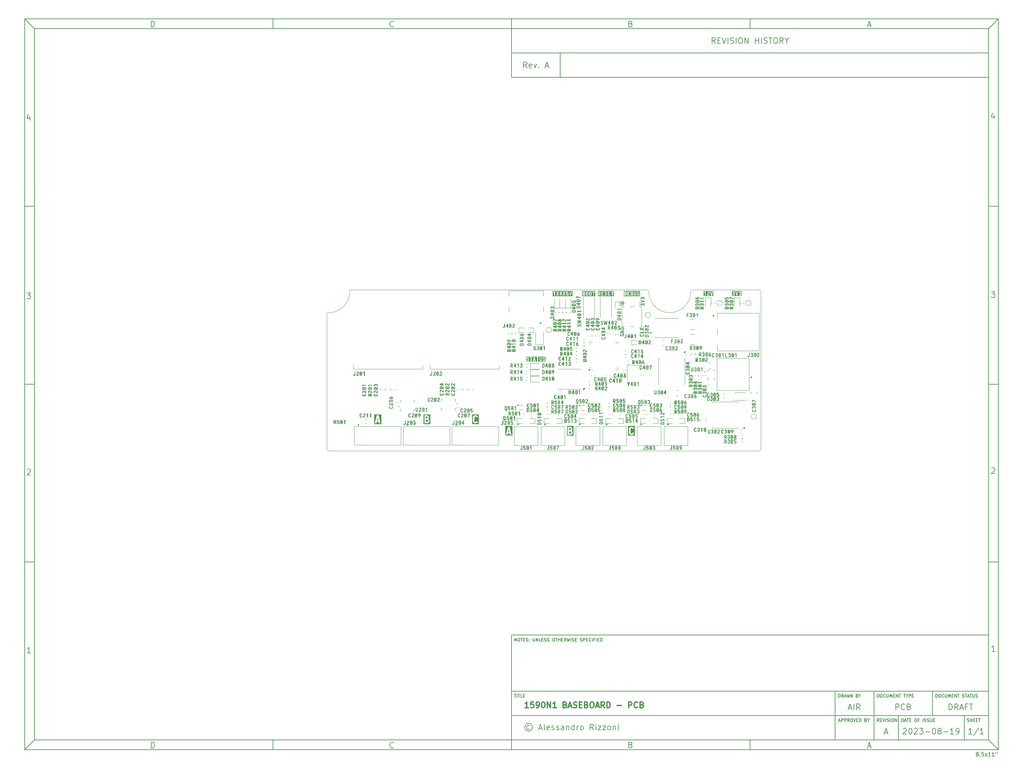
<source format=gbr>
%TF.GenerationSoftware,KiCad,Pcbnew,8.0.3*%
%TF.CreationDate,2024-07-04T15:42:03-04:00*%
%TF.ProjectId,baseboard,62617365-626f-4617-9264-2e6b69636164,A*%
%TF.SameCoordinates,Original*%
%TF.FileFunction,Legend,Top*%
%TF.FilePolarity,Positive*%
%FSLAX46Y46*%
G04 Gerber Fmt 4.6, Leading zero omitted, Abs format (unit mm)*
G04 Created by KiCad (PCBNEW 8.0.3) date 2024-07-04 15:42:03*
%MOMM*%
%LPD*%
G01*
G04 APERTURE LIST*
%ADD10C,0.100000*%
%ADD11C,0.150000*%
%ADD12C,0.300000*%
%ADD13C,0.153000*%
%ADD14C,0.125000*%
%TA.AperFunction,Profile*%
%ADD15C,0.050000*%
%TD*%
G04 APERTURE END LIST*
D10*
D11*
X259813572Y-199154128D02*
X258956429Y-199154128D01*
X259385000Y-199154128D02*
X259385000Y-197654128D01*
X259385000Y-197654128D02*
X259242143Y-197868414D01*
X259242143Y-197868414D02*
X259099286Y-198011271D01*
X259099286Y-198011271D02*
X258956429Y-198082700D01*
X261527857Y-197582700D02*
X260242143Y-199511271D01*
X262813572Y-199154128D02*
X261956429Y-199154128D01*
X262385000Y-199154128D02*
X262385000Y-197654128D01*
X262385000Y-197654128D02*
X262242143Y-197868414D01*
X262242143Y-197868414D02*
X262099286Y-198011271D01*
X262099286Y-198011271D02*
X261956429Y-198082700D01*
D10*
D11*
X140409874Y-188759295D02*
X140867017Y-188759295D01*
X140638445Y-189559295D02*
X140638445Y-188759295D01*
X141133684Y-189559295D02*
X141133684Y-188759295D01*
X141400350Y-188759295D02*
X141857493Y-188759295D01*
X141628921Y-189559295D02*
X141628921Y-188759295D01*
X142505112Y-189559295D02*
X142124160Y-189559295D01*
X142124160Y-189559295D02*
X142124160Y-188759295D01*
X142771779Y-189140247D02*
X143038445Y-189140247D01*
X143152731Y-189559295D02*
X142771779Y-189559295D01*
X142771779Y-189559295D02*
X142771779Y-188759295D01*
X142771779Y-188759295D02*
X143152731Y-188759295D01*
D10*
D11*
X235596303Y-195909295D02*
X235329636Y-195528342D01*
X235139160Y-195909295D02*
X235139160Y-195109295D01*
X235139160Y-195109295D02*
X235443922Y-195109295D01*
X235443922Y-195109295D02*
X235520112Y-195147390D01*
X235520112Y-195147390D02*
X235558207Y-195185485D01*
X235558207Y-195185485D02*
X235596303Y-195261676D01*
X235596303Y-195261676D02*
X235596303Y-195375961D01*
X235596303Y-195375961D02*
X235558207Y-195452152D01*
X235558207Y-195452152D02*
X235520112Y-195490247D01*
X235520112Y-195490247D02*
X235443922Y-195528342D01*
X235443922Y-195528342D02*
X235139160Y-195528342D01*
X235939160Y-195490247D02*
X236205826Y-195490247D01*
X236320112Y-195909295D02*
X235939160Y-195909295D01*
X235939160Y-195909295D02*
X235939160Y-195109295D01*
X235939160Y-195109295D02*
X236320112Y-195109295D01*
X236548684Y-195109295D02*
X236815351Y-195909295D01*
X236815351Y-195909295D02*
X237082017Y-195109295D01*
X237348684Y-195909295D02*
X237348684Y-195109295D01*
X237691540Y-195871200D02*
X237805826Y-195909295D01*
X237805826Y-195909295D02*
X237996302Y-195909295D01*
X237996302Y-195909295D02*
X238072493Y-195871200D01*
X238072493Y-195871200D02*
X238110588Y-195833104D01*
X238110588Y-195833104D02*
X238148683Y-195756914D01*
X238148683Y-195756914D02*
X238148683Y-195680723D01*
X238148683Y-195680723D02*
X238110588Y-195604533D01*
X238110588Y-195604533D02*
X238072493Y-195566438D01*
X238072493Y-195566438D02*
X237996302Y-195528342D01*
X237996302Y-195528342D02*
X237843921Y-195490247D01*
X237843921Y-195490247D02*
X237767731Y-195452152D01*
X237767731Y-195452152D02*
X237729636Y-195414057D01*
X237729636Y-195414057D02*
X237691540Y-195337866D01*
X237691540Y-195337866D02*
X237691540Y-195261676D01*
X237691540Y-195261676D02*
X237729636Y-195185485D01*
X237729636Y-195185485D02*
X237767731Y-195147390D01*
X237767731Y-195147390D02*
X237843921Y-195109295D01*
X237843921Y-195109295D02*
X238034398Y-195109295D01*
X238034398Y-195109295D02*
X238148683Y-195147390D01*
X238491541Y-195909295D02*
X238491541Y-195109295D01*
X239024874Y-195109295D02*
X239177255Y-195109295D01*
X239177255Y-195109295D02*
X239253445Y-195147390D01*
X239253445Y-195147390D02*
X239329636Y-195223580D01*
X239329636Y-195223580D02*
X239367731Y-195375961D01*
X239367731Y-195375961D02*
X239367731Y-195642628D01*
X239367731Y-195642628D02*
X239329636Y-195795009D01*
X239329636Y-195795009D02*
X239253445Y-195871200D01*
X239253445Y-195871200D02*
X239177255Y-195909295D01*
X239177255Y-195909295D02*
X239024874Y-195909295D01*
X239024874Y-195909295D02*
X238948683Y-195871200D01*
X238948683Y-195871200D02*
X238872493Y-195795009D01*
X238872493Y-195795009D02*
X238834397Y-195642628D01*
X238834397Y-195642628D02*
X238834397Y-195375961D01*
X238834397Y-195375961D02*
X238872493Y-195223580D01*
X238872493Y-195223580D02*
X238948683Y-195147390D01*
X238948683Y-195147390D02*
X239024874Y-195109295D01*
X239710588Y-195909295D02*
X239710588Y-195109295D01*
X239710588Y-195109295D02*
X240167731Y-195909295D01*
X240167731Y-195909295D02*
X240167731Y-195109295D01*
D10*
D11*
X241489160Y-195909295D02*
X241489160Y-195109295D01*
X241489160Y-195109295D02*
X241679636Y-195109295D01*
X241679636Y-195109295D02*
X241793922Y-195147390D01*
X241793922Y-195147390D02*
X241870112Y-195223580D01*
X241870112Y-195223580D02*
X241908207Y-195299771D01*
X241908207Y-195299771D02*
X241946303Y-195452152D01*
X241946303Y-195452152D02*
X241946303Y-195566438D01*
X241946303Y-195566438D02*
X241908207Y-195718819D01*
X241908207Y-195718819D02*
X241870112Y-195795009D01*
X241870112Y-195795009D02*
X241793922Y-195871200D01*
X241793922Y-195871200D02*
X241679636Y-195909295D01*
X241679636Y-195909295D02*
X241489160Y-195909295D01*
X242251064Y-195680723D02*
X242632017Y-195680723D01*
X242174874Y-195909295D02*
X242441541Y-195109295D01*
X242441541Y-195109295D02*
X242708207Y-195909295D01*
X242860588Y-195109295D02*
X243317731Y-195109295D01*
X243089159Y-195909295D02*
X243089159Y-195109295D01*
X243584398Y-195490247D02*
X243851064Y-195490247D01*
X243965350Y-195909295D02*
X243584398Y-195909295D01*
X243584398Y-195909295D02*
X243584398Y-195109295D01*
X243584398Y-195109295D02*
X243965350Y-195109295D01*
X245070113Y-195109295D02*
X245222494Y-195109295D01*
X245222494Y-195109295D02*
X245298684Y-195147390D01*
X245298684Y-195147390D02*
X245374875Y-195223580D01*
X245374875Y-195223580D02*
X245412970Y-195375961D01*
X245412970Y-195375961D02*
X245412970Y-195642628D01*
X245412970Y-195642628D02*
X245374875Y-195795009D01*
X245374875Y-195795009D02*
X245298684Y-195871200D01*
X245298684Y-195871200D02*
X245222494Y-195909295D01*
X245222494Y-195909295D02*
X245070113Y-195909295D01*
X245070113Y-195909295D02*
X244993922Y-195871200D01*
X244993922Y-195871200D02*
X244917732Y-195795009D01*
X244917732Y-195795009D02*
X244879636Y-195642628D01*
X244879636Y-195642628D02*
X244879636Y-195375961D01*
X244879636Y-195375961D02*
X244917732Y-195223580D01*
X244917732Y-195223580D02*
X244993922Y-195147390D01*
X244993922Y-195147390D02*
X245070113Y-195109295D01*
X246022493Y-195490247D02*
X245755827Y-195490247D01*
X245755827Y-195909295D02*
X245755827Y-195109295D01*
X245755827Y-195109295D02*
X246136779Y-195109295D01*
X247051065Y-195909295D02*
X247051065Y-195109295D01*
X247393921Y-195871200D02*
X247508207Y-195909295D01*
X247508207Y-195909295D02*
X247698683Y-195909295D01*
X247698683Y-195909295D02*
X247774874Y-195871200D01*
X247774874Y-195871200D02*
X247812969Y-195833104D01*
X247812969Y-195833104D02*
X247851064Y-195756914D01*
X247851064Y-195756914D02*
X247851064Y-195680723D01*
X247851064Y-195680723D02*
X247812969Y-195604533D01*
X247812969Y-195604533D02*
X247774874Y-195566438D01*
X247774874Y-195566438D02*
X247698683Y-195528342D01*
X247698683Y-195528342D02*
X247546302Y-195490247D01*
X247546302Y-195490247D02*
X247470112Y-195452152D01*
X247470112Y-195452152D02*
X247432017Y-195414057D01*
X247432017Y-195414057D02*
X247393921Y-195337866D01*
X247393921Y-195337866D02*
X247393921Y-195261676D01*
X247393921Y-195261676D02*
X247432017Y-195185485D01*
X247432017Y-195185485D02*
X247470112Y-195147390D01*
X247470112Y-195147390D02*
X247546302Y-195109295D01*
X247546302Y-195109295D02*
X247736779Y-195109295D01*
X247736779Y-195109295D02*
X247851064Y-195147390D01*
X248155826Y-195871200D02*
X248270112Y-195909295D01*
X248270112Y-195909295D02*
X248460588Y-195909295D01*
X248460588Y-195909295D02*
X248536779Y-195871200D01*
X248536779Y-195871200D02*
X248574874Y-195833104D01*
X248574874Y-195833104D02*
X248612969Y-195756914D01*
X248612969Y-195756914D02*
X248612969Y-195680723D01*
X248612969Y-195680723D02*
X248574874Y-195604533D01*
X248574874Y-195604533D02*
X248536779Y-195566438D01*
X248536779Y-195566438D02*
X248460588Y-195528342D01*
X248460588Y-195528342D02*
X248308207Y-195490247D01*
X248308207Y-195490247D02*
X248232017Y-195452152D01*
X248232017Y-195452152D02*
X248193922Y-195414057D01*
X248193922Y-195414057D02*
X248155826Y-195337866D01*
X248155826Y-195337866D02*
X248155826Y-195261676D01*
X248155826Y-195261676D02*
X248193922Y-195185485D01*
X248193922Y-195185485D02*
X248232017Y-195147390D01*
X248232017Y-195147390D02*
X248308207Y-195109295D01*
X248308207Y-195109295D02*
X248498684Y-195109295D01*
X248498684Y-195109295D02*
X248612969Y-195147390D01*
X248955827Y-195109295D02*
X248955827Y-195756914D01*
X248955827Y-195756914D02*
X248993922Y-195833104D01*
X248993922Y-195833104D02*
X249032017Y-195871200D01*
X249032017Y-195871200D02*
X249108208Y-195909295D01*
X249108208Y-195909295D02*
X249260589Y-195909295D01*
X249260589Y-195909295D02*
X249336779Y-195871200D01*
X249336779Y-195871200D02*
X249374874Y-195833104D01*
X249374874Y-195833104D02*
X249412970Y-195756914D01*
X249412970Y-195756914D02*
X249412970Y-195109295D01*
X249793922Y-195490247D02*
X250060588Y-195490247D01*
X250174874Y-195909295D02*
X249793922Y-195909295D01*
X249793922Y-195909295D02*
X249793922Y-195109295D01*
X249793922Y-195109295D02*
X250174874Y-195109295D01*
D10*
D11*
X258596064Y-195871200D02*
X258710350Y-195909295D01*
X258710350Y-195909295D02*
X258900826Y-195909295D01*
X258900826Y-195909295D02*
X258977017Y-195871200D01*
X258977017Y-195871200D02*
X259015112Y-195833104D01*
X259015112Y-195833104D02*
X259053207Y-195756914D01*
X259053207Y-195756914D02*
X259053207Y-195680723D01*
X259053207Y-195680723D02*
X259015112Y-195604533D01*
X259015112Y-195604533D02*
X258977017Y-195566438D01*
X258977017Y-195566438D02*
X258900826Y-195528342D01*
X258900826Y-195528342D02*
X258748445Y-195490247D01*
X258748445Y-195490247D02*
X258672255Y-195452152D01*
X258672255Y-195452152D02*
X258634160Y-195414057D01*
X258634160Y-195414057D02*
X258596064Y-195337866D01*
X258596064Y-195337866D02*
X258596064Y-195261676D01*
X258596064Y-195261676D02*
X258634160Y-195185485D01*
X258634160Y-195185485D02*
X258672255Y-195147390D01*
X258672255Y-195147390D02*
X258748445Y-195109295D01*
X258748445Y-195109295D02*
X258938922Y-195109295D01*
X258938922Y-195109295D02*
X259053207Y-195147390D01*
X259396065Y-195909295D02*
X259396065Y-195109295D01*
X259396065Y-195490247D02*
X259853208Y-195490247D01*
X259853208Y-195909295D02*
X259853208Y-195109295D01*
X260234160Y-195490247D02*
X260500826Y-195490247D01*
X260615112Y-195909295D02*
X260234160Y-195909295D01*
X260234160Y-195909295D02*
X260234160Y-195109295D01*
X260234160Y-195109295D02*
X260615112Y-195109295D01*
X260957970Y-195490247D02*
X261224636Y-195490247D01*
X261338922Y-195909295D02*
X260957970Y-195909295D01*
X260957970Y-195909295D02*
X260957970Y-195109295D01*
X260957970Y-195109295D02*
X261338922Y-195109295D01*
X261567494Y-195109295D02*
X262024637Y-195109295D01*
X261796065Y-195909295D02*
X261796065Y-195109295D01*
D10*
D11*
X239942142Y-192804128D02*
X239942142Y-191304128D01*
X239942142Y-191304128D02*
X240513571Y-191304128D01*
X240513571Y-191304128D02*
X240656428Y-191375557D01*
X240656428Y-191375557D02*
X240727857Y-191446985D01*
X240727857Y-191446985D02*
X240799285Y-191589842D01*
X240799285Y-191589842D02*
X240799285Y-191804128D01*
X240799285Y-191804128D02*
X240727857Y-191946985D01*
X240727857Y-191946985D02*
X240656428Y-192018414D01*
X240656428Y-192018414D02*
X240513571Y-192089842D01*
X240513571Y-192089842D02*
X239942142Y-192089842D01*
X242299285Y-192661271D02*
X242227857Y-192732700D01*
X242227857Y-192732700D02*
X242013571Y-192804128D01*
X242013571Y-192804128D02*
X241870714Y-192804128D01*
X241870714Y-192804128D02*
X241656428Y-192732700D01*
X241656428Y-192732700D02*
X241513571Y-192589842D01*
X241513571Y-192589842D02*
X241442142Y-192446985D01*
X241442142Y-192446985D02*
X241370714Y-192161271D01*
X241370714Y-192161271D02*
X241370714Y-191946985D01*
X241370714Y-191946985D02*
X241442142Y-191661271D01*
X241442142Y-191661271D02*
X241513571Y-191518414D01*
X241513571Y-191518414D02*
X241656428Y-191375557D01*
X241656428Y-191375557D02*
X241870714Y-191304128D01*
X241870714Y-191304128D02*
X242013571Y-191304128D01*
X242013571Y-191304128D02*
X242227857Y-191375557D01*
X242227857Y-191375557D02*
X242299285Y-191446985D01*
X243442142Y-192018414D02*
X243656428Y-192089842D01*
X243656428Y-192089842D02*
X243727857Y-192161271D01*
X243727857Y-192161271D02*
X243799285Y-192304128D01*
X243799285Y-192304128D02*
X243799285Y-192518414D01*
X243799285Y-192518414D02*
X243727857Y-192661271D01*
X243727857Y-192661271D02*
X243656428Y-192732700D01*
X243656428Y-192732700D02*
X243513571Y-192804128D01*
X243513571Y-192804128D02*
X242942142Y-192804128D01*
X242942142Y-192804128D02*
X242942142Y-191304128D01*
X242942142Y-191304128D02*
X243442142Y-191304128D01*
X243442142Y-191304128D02*
X243585000Y-191375557D01*
X243585000Y-191375557D02*
X243656428Y-191446985D01*
X243656428Y-191446985D02*
X243727857Y-191589842D01*
X243727857Y-191589842D02*
X243727857Y-191732700D01*
X243727857Y-191732700D02*
X243656428Y-191875557D01*
X243656428Y-191875557D02*
X243585000Y-191946985D01*
X243585000Y-191946985D02*
X243442142Y-192018414D01*
X243442142Y-192018414D02*
X242942142Y-192018414D01*
D10*
D11*
X225068064Y-195680723D02*
X225449017Y-195680723D01*
X224991874Y-195909295D02*
X225258541Y-195109295D01*
X225258541Y-195109295D02*
X225525207Y-195909295D01*
X225791874Y-195909295D02*
X225791874Y-195109295D01*
X225791874Y-195109295D02*
X226096636Y-195109295D01*
X226096636Y-195109295D02*
X226172826Y-195147390D01*
X226172826Y-195147390D02*
X226210921Y-195185485D01*
X226210921Y-195185485D02*
X226249017Y-195261676D01*
X226249017Y-195261676D02*
X226249017Y-195375961D01*
X226249017Y-195375961D02*
X226210921Y-195452152D01*
X226210921Y-195452152D02*
X226172826Y-195490247D01*
X226172826Y-195490247D02*
X226096636Y-195528342D01*
X226096636Y-195528342D02*
X225791874Y-195528342D01*
X226591874Y-195909295D02*
X226591874Y-195109295D01*
X226591874Y-195109295D02*
X226896636Y-195109295D01*
X226896636Y-195109295D02*
X226972826Y-195147390D01*
X226972826Y-195147390D02*
X227010921Y-195185485D01*
X227010921Y-195185485D02*
X227049017Y-195261676D01*
X227049017Y-195261676D02*
X227049017Y-195375961D01*
X227049017Y-195375961D02*
X227010921Y-195452152D01*
X227010921Y-195452152D02*
X226972826Y-195490247D01*
X226972826Y-195490247D02*
X226896636Y-195528342D01*
X226896636Y-195528342D02*
X226591874Y-195528342D01*
X227849017Y-195909295D02*
X227582350Y-195528342D01*
X227391874Y-195909295D02*
X227391874Y-195109295D01*
X227391874Y-195109295D02*
X227696636Y-195109295D01*
X227696636Y-195109295D02*
X227772826Y-195147390D01*
X227772826Y-195147390D02*
X227810921Y-195185485D01*
X227810921Y-195185485D02*
X227849017Y-195261676D01*
X227849017Y-195261676D02*
X227849017Y-195375961D01*
X227849017Y-195375961D02*
X227810921Y-195452152D01*
X227810921Y-195452152D02*
X227772826Y-195490247D01*
X227772826Y-195490247D02*
X227696636Y-195528342D01*
X227696636Y-195528342D02*
X227391874Y-195528342D01*
X228344255Y-195109295D02*
X228496636Y-195109295D01*
X228496636Y-195109295D02*
X228572826Y-195147390D01*
X228572826Y-195147390D02*
X228649017Y-195223580D01*
X228649017Y-195223580D02*
X228687112Y-195375961D01*
X228687112Y-195375961D02*
X228687112Y-195642628D01*
X228687112Y-195642628D02*
X228649017Y-195795009D01*
X228649017Y-195795009D02*
X228572826Y-195871200D01*
X228572826Y-195871200D02*
X228496636Y-195909295D01*
X228496636Y-195909295D02*
X228344255Y-195909295D01*
X228344255Y-195909295D02*
X228268064Y-195871200D01*
X228268064Y-195871200D02*
X228191874Y-195795009D01*
X228191874Y-195795009D02*
X228153778Y-195642628D01*
X228153778Y-195642628D02*
X228153778Y-195375961D01*
X228153778Y-195375961D02*
X228191874Y-195223580D01*
X228191874Y-195223580D02*
X228268064Y-195147390D01*
X228268064Y-195147390D02*
X228344255Y-195109295D01*
X228915683Y-195109295D02*
X229182350Y-195909295D01*
X229182350Y-195909295D02*
X229449016Y-195109295D01*
X229715683Y-195490247D02*
X229982349Y-195490247D01*
X230096635Y-195909295D02*
X229715683Y-195909295D01*
X229715683Y-195909295D02*
X229715683Y-195109295D01*
X229715683Y-195109295D02*
X230096635Y-195109295D01*
X230439493Y-195909295D02*
X230439493Y-195109295D01*
X230439493Y-195109295D02*
X230629969Y-195109295D01*
X230629969Y-195109295D02*
X230744255Y-195147390D01*
X230744255Y-195147390D02*
X230820445Y-195223580D01*
X230820445Y-195223580D02*
X230858540Y-195299771D01*
X230858540Y-195299771D02*
X230896636Y-195452152D01*
X230896636Y-195452152D02*
X230896636Y-195566438D01*
X230896636Y-195566438D02*
X230858540Y-195718819D01*
X230858540Y-195718819D02*
X230820445Y-195795009D01*
X230820445Y-195795009D02*
X230744255Y-195871200D01*
X230744255Y-195871200D02*
X230629969Y-195909295D01*
X230629969Y-195909295D02*
X230439493Y-195909295D01*
X232115683Y-195490247D02*
X232229969Y-195528342D01*
X232229969Y-195528342D02*
X232268064Y-195566438D01*
X232268064Y-195566438D02*
X232306160Y-195642628D01*
X232306160Y-195642628D02*
X232306160Y-195756914D01*
X232306160Y-195756914D02*
X232268064Y-195833104D01*
X232268064Y-195833104D02*
X232229969Y-195871200D01*
X232229969Y-195871200D02*
X232153779Y-195909295D01*
X232153779Y-195909295D02*
X231849017Y-195909295D01*
X231849017Y-195909295D02*
X231849017Y-195109295D01*
X231849017Y-195109295D02*
X232115683Y-195109295D01*
X232115683Y-195109295D02*
X232191874Y-195147390D01*
X232191874Y-195147390D02*
X232229969Y-195185485D01*
X232229969Y-195185485D02*
X232268064Y-195261676D01*
X232268064Y-195261676D02*
X232268064Y-195337866D01*
X232268064Y-195337866D02*
X232229969Y-195414057D01*
X232229969Y-195414057D02*
X232191874Y-195452152D01*
X232191874Y-195452152D02*
X232115683Y-195490247D01*
X232115683Y-195490247D02*
X231849017Y-195490247D01*
X232801398Y-195528342D02*
X232801398Y-195909295D01*
X232534731Y-195109295D02*
X232801398Y-195528342D01*
X232801398Y-195528342D02*
X233068064Y-195109295D01*
D10*
D11*
X144445112Y-196918271D02*
X144302255Y-196846842D01*
X144302255Y-196846842D02*
X144016541Y-196846842D01*
X144016541Y-196846842D02*
X143873684Y-196918271D01*
X143873684Y-196918271D02*
X143730826Y-197061128D01*
X143730826Y-197061128D02*
X143659398Y-197203985D01*
X143659398Y-197203985D02*
X143659398Y-197489700D01*
X143659398Y-197489700D02*
X143730826Y-197632557D01*
X143730826Y-197632557D02*
X143873684Y-197775414D01*
X143873684Y-197775414D02*
X144016541Y-197846842D01*
X144016541Y-197846842D02*
X144302255Y-197846842D01*
X144302255Y-197846842D02*
X144445112Y-197775414D01*
X144159398Y-196346842D02*
X143802255Y-196418271D01*
X143802255Y-196418271D02*
X143445112Y-196632557D01*
X143445112Y-196632557D02*
X143230826Y-196989700D01*
X143230826Y-196989700D02*
X143159398Y-197346842D01*
X143159398Y-197346842D02*
X143230826Y-197703985D01*
X143230826Y-197703985D02*
X143445112Y-198061128D01*
X143445112Y-198061128D02*
X143802255Y-198275414D01*
X143802255Y-198275414D02*
X144159398Y-198346842D01*
X144159398Y-198346842D02*
X144516541Y-198275414D01*
X144516541Y-198275414D02*
X144873684Y-198061128D01*
X144873684Y-198061128D02*
X145087969Y-197703985D01*
X145087969Y-197703985D02*
X145159398Y-197346842D01*
X145159398Y-197346842D02*
X145087969Y-196989700D01*
X145087969Y-196989700D02*
X144873684Y-196632557D01*
X144873684Y-196632557D02*
X144516541Y-196418271D01*
X144516541Y-196418271D02*
X144159398Y-196346842D01*
X146873684Y-197632557D02*
X147587970Y-197632557D01*
X146730827Y-198061128D02*
X147230827Y-196561128D01*
X147230827Y-196561128D02*
X147730827Y-198061128D01*
X148445112Y-198061128D02*
X148302255Y-197989700D01*
X148302255Y-197989700D02*
X148230826Y-197846842D01*
X148230826Y-197846842D02*
X148230826Y-196561128D01*
X149587969Y-197989700D02*
X149445112Y-198061128D01*
X149445112Y-198061128D02*
X149159398Y-198061128D01*
X149159398Y-198061128D02*
X149016540Y-197989700D01*
X149016540Y-197989700D02*
X148945112Y-197846842D01*
X148945112Y-197846842D02*
X148945112Y-197275414D01*
X148945112Y-197275414D02*
X149016540Y-197132557D01*
X149016540Y-197132557D02*
X149159398Y-197061128D01*
X149159398Y-197061128D02*
X149445112Y-197061128D01*
X149445112Y-197061128D02*
X149587969Y-197132557D01*
X149587969Y-197132557D02*
X149659398Y-197275414D01*
X149659398Y-197275414D02*
X149659398Y-197418271D01*
X149659398Y-197418271D02*
X148945112Y-197561128D01*
X150230826Y-197989700D02*
X150373683Y-198061128D01*
X150373683Y-198061128D02*
X150659397Y-198061128D01*
X150659397Y-198061128D02*
X150802254Y-197989700D01*
X150802254Y-197989700D02*
X150873683Y-197846842D01*
X150873683Y-197846842D02*
X150873683Y-197775414D01*
X150873683Y-197775414D02*
X150802254Y-197632557D01*
X150802254Y-197632557D02*
X150659397Y-197561128D01*
X150659397Y-197561128D02*
X150445112Y-197561128D01*
X150445112Y-197561128D02*
X150302254Y-197489700D01*
X150302254Y-197489700D02*
X150230826Y-197346842D01*
X150230826Y-197346842D02*
X150230826Y-197275414D01*
X150230826Y-197275414D02*
X150302254Y-197132557D01*
X150302254Y-197132557D02*
X150445112Y-197061128D01*
X150445112Y-197061128D02*
X150659397Y-197061128D01*
X150659397Y-197061128D02*
X150802254Y-197132557D01*
X151445112Y-197989700D02*
X151587969Y-198061128D01*
X151587969Y-198061128D02*
X151873683Y-198061128D01*
X151873683Y-198061128D02*
X152016540Y-197989700D01*
X152016540Y-197989700D02*
X152087969Y-197846842D01*
X152087969Y-197846842D02*
X152087969Y-197775414D01*
X152087969Y-197775414D02*
X152016540Y-197632557D01*
X152016540Y-197632557D02*
X151873683Y-197561128D01*
X151873683Y-197561128D02*
X151659398Y-197561128D01*
X151659398Y-197561128D02*
X151516540Y-197489700D01*
X151516540Y-197489700D02*
X151445112Y-197346842D01*
X151445112Y-197346842D02*
X151445112Y-197275414D01*
X151445112Y-197275414D02*
X151516540Y-197132557D01*
X151516540Y-197132557D02*
X151659398Y-197061128D01*
X151659398Y-197061128D02*
X151873683Y-197061128D01*
X151873683Y-197061128D02*
X152016540Y-197132557D01*
X153373684Y-198061128D02*
X153373684Y-197275414D01*
X153373684Y-197275414D02*
X153302255Y-197132557D01*
X153302255Y-197132557D02*
X153159398Y-197061128D01*
X153159398Y-197061128D02*
X152873684Y-197061128D01*
X152873684Y-197061128D02*
X152730826Y-197132557D01*
X153373684Y-197989700D02*
X153230826Y-198061128D01*
X153230826Y-198061128D02*
X152873684Y-198061128D01*
X152873684Y-198061128D02*
X152730826Y-197989700D01*
X152730826Y-197989700D02*
X152659398Y-197846842D01*
X152659398Y-197846842D02*
X152659398Y-197703985D01*
X152659398Y-197703985D02*
X152730826Y-197561128D01*
X152730826Y-197561128D02*
X152873684Y-197489700D01*
X152873684Y-197489700D02*
X153230826Y-197489700D01*
X153230826Y-197489700D02*
X153373684Y-197418271D01*
X154087969Y-197061128D02*
X154087969Y-198061128D01*
X154087969Y-197203985D02*
X154159398Y-197132557D01*
X154159398Y-197132557D02*
X154302255Y-197061128D01*
X154302255Y-197061128D02*
X154516541Y-197061128D01*
X154516541Y-197061128D02*
X154659398Y-197132557D01*
X154659398Y-197132557D02*
X154730827Y-197275414D01*
X154730827Y-197275414D02*
X154730827Y-198061128D01*
X156087970Y-198061128D02*
X156087970Y-196561128D01*
X156087970Y-197989700D02*
X155945112Y-198061128D01*
X155945112Y-198061128D02*
X155659398Y-198061128D01*
X155659398Y-198061128D02*
X155516541Y-197989700D01*
X155516541Y-197989700D02*
X155445112Y-197918271D01*
X155445112Y-197918271D02*
X155373684Y-197775414D01*
X155373684Y-197775414D02*
X155373684Y-197346842D01*
X155373684Y-197346842D02*
X155445112Y-197203985D01*
X155445112Y-197203985D02*
X155516541Y-197132557D01*
X155516541Y-197132557D02*
X155659398Y-197061128D01*
X155659398Y-197061128D02*
X155945112Y-197061128D01*
X155945112Y-197061128D02*
X156087970Y-197132557D01*
X156802255Y-198061128D02*
X156802255Y-197061128D01*
X156802255Y-197346842D02*
X156873684Y-197203985D01*
X156873684Y-197203985D02*
X156945113Y-197132557D01*
X156945113Y-197132557D02*
X157087970Y-197061128D01*
X157087970Y-197061128D02*
X157230827Y-197061128D01*
X157945112Y-198061128D02*
X157802255Y-197989700D01*
X157802255Y-197989700D02*
X157730826Y-197918271D01*
X157730826Y-197918271D02*
X157659398Y-197775414D01*
X157659398Y-197775414D02*
X157659398Y-197346842D01*
X157659398Y-197346842D02*
X157730826Y-197203985D01*
X157730826Y-197203985D02*
X157802255Y-197132557D01*
X157802255Y-197132557D02*
X157945112Y-197061128D01*
X157945112Y-197061128D02*
X158159398Y-197061128D01*
X158159398Y-197061128D02*
X158302255Y-197132557D01*
X158302255Y-197132557D02*
X158373684Y-197203985D01*
X158373684Y-197203985D02*
X158445112Y-197346842D01*
X158445112Y-197346842D02*
X158445112Y-197775414D01*
X158445112Y-197775414D02*
X158373684Y-197918271D01*
X158373684Y-197918271D02*
X158302255Y-197989700D01*
X158302255Y-197989700D02*
X158159398Y-198061128D01*
X158159398Y-198061128D02*
X157945112Y-198061128D01*
X161087969Y-198061128D02*
X160587969Y-197346842D01*
X160230826Y-198061128D02*
X160230826Y-196561128D01*
X160230826Y-196561128D02*
X160802255Y-196561128D01*
X160802255Y-196561128D02*
X160945112Y-196632557D01*
X160945112Y-196632557D02*
X161016541Y-196703985D01*
X161016541Y-196703985D02*
X161087969Y-196846842D01*
X161087969Y-196846842D02*
X161087969Y-197061128D01*
X161087969Y-197061128D02*
X161016541Y-197203985D01*
X161016541Y-197203985D02*
X160945112Y-197275414D01*
X160945112Y-197275414D02*
X160802255Y-197346842D01*
X160802255Y-197346842D02*
X160230826Y-197346842D01*
X161730826Y-198061128D02*
X161730826Y-197061128D01*
X161730826Y-196561128D02*
X161659398Y-196632557D01*
X161659398Y-196632557D02*
X161730826Y-196703985D01*
X161730826Y-196703985D02*
X161802255Y-196632557D01*
X161802255Y-196632557D02*
X161730826Y-196561128D01*
X161730826Y-196561128D02*
X161730826Y-196703985D01*
X162302255Y-197061128D02*
X163087970Y-197061128D01*
X163087970Y-197061128D02*
X162302255Y-198061128D01*
X162302255Y-198061128D02*
X163087970Y-198061128D01*
X163516541Y-197061128D02*
X164302256Y-197061128D01*
X164302256Y-197061128D02*
X163516541Y-198061128D01*
X163516541Y-198061128D02*
X164302256Y-198061128D01*
X165087970Y-198061128D02*
X164945113Y-197989700D01*
X164945113Y-197989700D02*
X164873684Y-197918271D01*
X164873684Y-197918271D02*
X164802256Y-197775414D01*
X164802256Y-197775414D02*
X164802256Y-197346842D01*
X164802256Y-197346842D02*
X164873684Y-197203985D01*
X164873684Y-197203985D02*
X164945113Y-197132557D01*
X164945113Y-197132557D02*
X165087970Y-197061128D01*
X165087970Y-197061128D02*
X165302256Y-197061128D01*
X165302256Y-197061128D02*
X165445113Y-197132557D01*
X165445113Y-197132557D02*
X165516542Y-197203985D01*
X165516542Y-197203985D02*
X165587970Y-197346842D01*
X165587970Y-197346842D02*
X165587970Y-197775414D01*
X165587970Y-197775414D02*
X165516542Y-197918271D01*
X165516542Y-197918271D02*
X165445113Y-197989700D01*
X165445113Y-197989700D02*
X165302256Y-198061128D01*
X165302256Y-198061128D02*
X165087970Y-198061128D01*
X166230827Y-197061128D02*
X166230827Y-198061128D01*
X166230827Y-197203985D02*
X166302256Y-197132557D01*
X166302256Y-197132557D02*
X166445113Y-197061128D01*
X166445113Y-197061128D02*
X166659399Y-197061128D01*
X166659399Y-197061128D02*
X166802256Y-197132557D01*
X166802256Y-197132557D02*
X166873685Y-197275414D01*
X166873685Y-197275414D02*
X166873685Y-198061128D01*
X167587970Y-198061128D02*
X167587970Y-197061128D01*
X167587970Y-196561128D02*
X167516542Y-196632557D01*
X167516542Y-196632557D02*
X167587970Y-196703985D01*
X167587970Y-196703985D02*
X167659399Y-196632557D01*
X167659399Y-196632557D02*
X167587970Y-196561128D01*
X167587970Y-196561128D02*
X167587970Y-196703985D01*
D10*
D11*
X227670714Y-192375557D02*
X228385000Y-192375557D01*
X227527857Y-192804128D02*
X228027857Y-191304128D01*
X228027857Y-191304128D02*
X228527857Y-192804128D01*
X229027856Y-192804128D02*
X229027856Y-191304128D01*
X230599285Y-192804128D02*
X230099285Y-192089842D01*
X229742142Y-192804128D02*
X229742142Y-191304128D01*
X229742142Y-191304128D02*
X230313571Y-191304128D01*
X230313571Y-191304128D02*
X230456428Y-191375557D01*
X230456428Y-191375557D02*
X230527857Y-191446985D01*
X230527857Y-191446985D02*
X230599285Y-191589842D01*
X230599285Y-191589842D02*
X230599285Y-191804128D01*
X230599285Y-191804128D02*
X230527857Y-191946985D01*
X230527857Y-191946985D02*
X230456428Y-192018414D01*
X230456428Y-192018414D02*
X230313571Y-192089842D01*
X230313571Y-192089842D02*
X229742142Y-192089842D01*
D10*
D11*
X250379160Y-189559295D02*
X250379160Y-188759295D01*
X250379160Y-188759295D02*
X250569636Y-188759295D01*
X250569636Y-188759295D02*
X250683922Y-188797390D01*
X250683922Y-188797390D02*
X250760112Y-188873580D01*
X250760112Y-188873580D02*
X250798207Y-188949771D01*
X250798207Y-188949771D02*
X250836303Y-189102152D01*
X250836303Y-189102152D02*
X250836303Y-189216438D01*
X250836303Y-189216438D02*
X250798207Y-189368819D01*
X250798207Y-189368819D02*
X250760112Y-189445009D01*
X250760112Y-189445009D02*
X250683922Y-189521200D01*
X250683922Y-189521200D02*
X250569636Y-189559295D01*
X250569636Y-189559295D02*
X250379160Y-189559295D01*
X251331541Y-188759295D02*
X251483922Y-188759295D01*
X251483922Y-188759295D02*
X251560112Y-188797390D01*
X251560112Y-188797390D02*
X251636303Y-188873580D01*
X251636303Y-188873580D02*
X251674398Y-189025961D01*
X251674398Y-189025961D02*
X251674398Y-189292628D01*
X251674398Y-189292628D02*
X251636303Y-189445009D01*
X251636303Y-189445009D02*
X251560112Y-189521200D01*
X251560112Y-189521200D02*
X251483922Y-189559295D01*
X251483922Y-189559295D02*
X251331541Y-189559295D01*
X251331541Y-189559295D02*
X251255350Y-189521200D01*
X251255350Y-189521200D02*
X251179160Y-189445009D01*
X251179160Y-189445009D02*
X251141064Y-189292628D01*
X251141064Y-189292628D02*
X251141064Y-189025961D01*
X251141064Y-189025961D02*
X251179160Y-188873580D01*
X251179160Y-188873580D02*
X251255350Y-188797390D01*
X251255350Y-188797390D02*
X251331541Y-188759295D01*
X252474398Y-189483104D02*
X252436302Y-189521200D01*
X252436302Y-189521200D02*
X252322017Y-189559295D01*
X252322017Y-189559295D02*
X252245826Y-189559295D01*
X252245826Y-189559295D02*
X252131540Y-189521200D01*
X252131540Y-189521200D02*
X252055350Y-189445009D01*
X252055350Y-189445009D02*
X252017255Y-189368819D01*
X252017255Y-189368819D02*
X251979159Y-189216438D01*
X251979159Y-189216438D02*
X251979159Y-189102152D01*
X251979159Y-189102152D02*
X252017255Y-188949771D01*
X252017255Y-188949771D02*
X252055350Y-188873580D01*
X252055350Y-188873580D02*
X252131540Y-188797390D01*
X252131540Y-188797390D02*
X252245826Y-188759295D01*
X252245826Y-188759295D02*
X252322017Y-188759295D01*
X252322017Y-188759295D02*
X252436302Y-188797390D01*
X252436302Y-188797390D02*
X252474398Y-188835485D01*
X252817255Y-188759295D02*
X252817255Y-189406914D01*
X252817255Y-189406914D02*
X252855350Y-189483104D01*
X252855350Y-189483104D02*
X252893445Y-189521200D01*
X252893445Y-189521200D02*
X252969636Y-189559295D01*
X252969636Y-189559295D02*
X253122017Y-189559295D01*
X253122017Y-189559295D02*
X253198207Y-189521200D01*
X253198207Y-189521200D02*
X253236302Y-189483104D01*
X253236302Y-189483104D02*
X253274398Y-189406914D01*
X253274398Y-189406914D02*
X253274398Y-188759295D01*
X253655350Y-189559295D02*
X253655350Y-188759295D01*
X253655350Y-188759295D02*
X253922016Y-189330723D01*
X253922016Y-189330723D02*
X254188683Y-188759295D01*
X254188683Y-188759295D02*
X254188683Y-189559295D01*
X254569636Y-189140247D02*
X254836302Y-189140247D01*
X254950588Y-189559295D02*
X254569636Y-189559295D01*
X254569636Y-189559295D02*
X254569636Y-188759295D01*
X254569636Y-188759295D02*
X254950588Y-188759295D01*
X255293446Y-189559295D02*
X255293446Y-188759295D01*
X255293446Y-188759295D02*
X255750589Y-189559295D01*
X255750589Y-189559295D02*
X255750589Y-188759295D01*
X256017255Y-188759295D02*
X256474398Y-188759295D01*
X256245826Y-189559295D02*
X256245826Y-188759295D01*
X257312493Y-189521200D02*
X257426779Y-189559295D01*
X257426779Y-189559295D02*
X257617255Y-189559295D01*
X257617255Y-189559295D02*
X257693446Y-189521200D01*
X257693446Y-189521200D02*
X257731541Y-189483104D01*
X257731541Y-189483104D02*
X257769636Y-189406914D01*
X257769636Y-189406914D02*
X257769636Y-189330723D01*
X257769636Y-189330723D02*
X257731541Y-189254533D01*
X257731541Y-189254533D02*
X257693446Y-189216438D01*
X257693446Y-189216438D02*
X257617255Y-189178342D01*
X257617255Y-189178342D02*
X257464874Y-189140247D01*
X257464874Y-189140247D02*
X257388684Y-189102152D01*
X257388684Y-189102152D02*
X257350589Y-189064057D01*
X257350589Y-189064057D02*
X257312493Y-188987866D01*
X257312493Y-188987866D02*
X257312493Y-188911676D01*
X257312493Y-188911676D02*
X257350589Y-188835485D01*
X257350589Y-188835485D02*
X257388684Y-188797390D01*
X257388684Y-188797390D02*
X257464874Y-188759295D01*
X257464874Y-188759295D02*
X257655351Y-188759295D01*
X257655351Y-188759295D02*
X257769636Y-188797390D01*
X257998208Y-188759295D02*
X258455351Y-188759295D01*
X258226779Y-189559295D02*
X258226779Y-188759295D01*
X258683922Y-189330723D02*
X259064875Y-189330723D01*
X258607732Y-189559295D02*
X258874399Y-188759295D01*
X258874399Y-188759295D02*
X259141065Y-189559295D01*
X259293446Y-188759295D02*
X259750589Y-188759295D01*
X259522017Y-189559295D02*
X259522017Y-188759295D01*
X260017256Y-188759295D02*
X260017256Y-189406914D01*
X260017256Y-189406914D02*
X260055351Y-189483104D01*
X260055351Y-189483104D02*
X260093446Y-189521200D01*
X260093446Y-189521200D02*
X260169637Y-189559295D01*
X260169637Y-189559295D02*
X260322018Y-189559295D01*
X260322018Y-189559295D02*
X260398208Y-189521200D01*
X260398208Y-189521200D02*
X260436303Y-189483104D01*
X260436303Y-189483104D02*
X260474399Y-189406914D01*
X260474399Y-189406914D02*
X260474399Y-188759295D01*
X260817255Y-189521200D02*
X260931541Y-189559295D01*
X260931541Y-189559295D02*
X261122017Y-189559295D01*
X261122017Y-189559295D02*
X261198208Y-189521200D01*
X261198208Y-189521200D02*
X261236303Y-189483104D01*
X261236303Y-189483104D02*
X261274398Y-189406914D01*
X261274398Y-189406914D02*
X261274398Y-189330723D01*
X261274398Y-189330723D02*
X261236303Y-189254533D01*
X261236303Y-189254533D02*
X261198208Y-189216438D01*
X261198208Y-189216438D02*
X261122017Y-189178342D01*
X261122017Y-189178342D02*
X260969636Y-189140247D01*
X260969636Y-189140247D02*
X260893446Y-189102152D01*
X260893446Y-189102152D02*
X260855351Y-189064057D01*
X260855351Y-189064057D02*
X260817255Y-188987866D01*
X260817255Y-188987866D02*
X260817255Y-188911676D01*
X260817255Y-188911676D02*
X260855351Y-188835485D01*
X260855351Y-188835485D02*
X260893446Y-188797390D01*
X260893446Y-188797390D02*
X260969636Y-188759295D01*
X260969636Y-188759295D02*
X261160113Y-188759295D01*
X261160113Y-188759295D02*
X261274398Y-188797390D01*
D10*
D11*
X224979160Y-189559295D02*
X224979160Y-188759295D01*
X224979160Y-188759295D02*
X225169636Y-188759295D01*
X225169636Y-188759295D02*
X225283922Y-188797390D01*
X225283922Y-188797390D02*
X225360112Y-188873580D01*
X225360112Y-188873580D02*
X225398207Y-188949771D01*
X225398207Y-188949771D02*
X225436303Y-189102152D01*
X225436303Y-189102152D02*
X225436303Y-189216438D01*
X225436303Y-189216438D02*
X225398207Y-189368819D01*
X225398207Y-189368819D02*
X225360112Y-189445009D01*
X225360112Y-189445009D02*
X225283922Y-189521200D01*
X225283922Y-189521200D02*
X225169636Y-189559295D01*
X225169636Y-189559295D02*
X224979160Y-189559295D01*
X226236303Y-189559295D02*
X225969636Y-189178342D01*
X225779160Y-189559295D02*
X225779160Y-188759295D01*
X225779160Y-188759295D02*
X226083922Y-188759295D01*
X226083922Y-188759295D02*
X226160112Y-188797390D01*
X226160112Y-188797390D02*
X226198207Y-188835485D01*
X226198207Y-188835485D02*
X226236303Y-188911676D01*
X226236303Y-188911676D02*
X226236303Y-189025961D01*
X226236303Y-189025961D02*
X226198207Y-189102152D01*
X226198207Y-189102152D02*
X226160112Y-189140247D01*
X226160112Y-189140247D02*
X226083922Y-189178342D01*
X226083922Y-189178342D02*
X225779160Y-189178342D01*
X226541064Y-189330723D02*
X226922017Y-189330723D01*
X226464874Y-189559295D02*
X226731541Y-188759295D01*
X226731541Y-188759295D02*
X226998207Y-189559295D01*
X227188683Y-188759295D02*
X227379159Y-189559295D01*
X227379159Y-189559295D02*
X227531540Y-188987866D01*
X227531540Y-188987866D02*
X227683921Y-189559295D01*
X227683921Y-189559295D02*
X227874398Y-188759295D01*
X228179160Y-189559295D02*
X228179160Y-188759295D01*
X228179160Y-188759295D02*
X228636303Y-189559295D01*
X228636303Y-189559295D02*
X228636303Y-188759295D01*
X229893445Y-189140247D02*
X230007731Y-189178342D01*
X230007731Y-189178342D02*
X230045826Y-189216438D01*
X230045826Y-189216438D02*
X230083922Y-189292628D01*
X230083922Y-189292628D02*
X230083922Y-189406914D01*
X230083922Y-189406914D02*
X230045826Y-189483104D01*
X230045826Y-189483104D02*
X230007731Y-189521200D01*
X230007731Y-189521200D02*
X229931541Y-189559295D01*
X229931541Y-189559295D02*
X229626779Y-189559295D01*
X229626779Y-189559295D02*
X229626779Y-188759295D01*
X229626779Y-188759295D02*
X229893445Y-188759295D01*
X229893445Y-188759295D02*
X229969636Y-188797390D01*
X229969636Y-188797390D02*
X230007731Y-188835485D01*
X230007731Y-188835485D02*
X230045826Y-188911676D01*
X230045826Y-188911676D02*
X230045826Y-188987866D01*
X230045826Y-188987866D02*
X230007731Y-189064057D01*
X230007731Y-189064057D02*
X229969636Y-189102152D01*
X229969636Y-189102152D02*
X229893445Y-189140247D01*
X229893445Y-189140247D02*
X229626779Y-189140247D01*
X230579160Y-189178342D02*
X230579160Y-189559295D01*
X230312493Y-188759295D02*
X230579160Y-189178342D01*
X230579160Y-189178342D02*
X230845826Y-188759295D01*
D10*
D11*
X235139160Y-189559295D02*
X235139160Y-188759295D01*
X235139160Y-188759295D02*
X235329636Y-188759295D01*
X235329636Y-188759295D02*
X235443922Y-188797390D01*
X235443922Y-188797390D02*
X235520112Y-188873580D01*
X235520112Y-188873580D02*
X235558207Y-188949771D01*
X235558207Y-188949771D02*
X235596303Y-189102152D01*
X235596303Y-189102152D02*
X235596303Y-189216438D01*
X235596303Y-189216438D02*
X235558207Y-189368819D01*
X235558207Y-189368819D02*
X235520112Y-189445009D01*
X235520112Y-189445009D02*
X235443922Y-189521200D01*
X235443922Y-189521200D02*
X235329636Y-189559295D01*
X235329636Y-189559295D02*
X235139160Y-189559295D01*
X236091541Y-188759295D02*
X236243922Y-188759295D01*
X236243922Y-188759295D02*
X236320112Y-188797390D01*
X236320112Y-188797390D02*
X236396303Y-188873580D01*
X236396303Y-188873580D02*
X236434398Y-189025961D01*
X236434398Y-189025961D02*
X236434398Y-189292628D01*
X236434398Y-189292628D02*
X236396303Y-189445009D01*
X236396303Y-189445009D02*
X236320112Y-189521200D01*
X236320112Y-189521200D02*
X236243922Y-189559295D01*
X236243922Y-189559295D02*
X236091541Y-189559295D01*
X236091541Y-189559295D02*
X236015350Y-189521200D01*
X236015350Y-189521200D02*
X235939160Y-189445009D01*
X235939160Y-189445009D02*
X235901064Y-189292628D01*
X235901064Y-189292628D02*
X235901064Y-189025961D01*
X235901064Y-189025961D02*
X235939160Y-188873580D01*
X235939160Y-188873580D02*
X236015350Y-188797390D01*
X236015350Y-188797390D02*
X236091541Y-188759295D01*
X237234398Y-189483104D02*
X237196302Y-189521200D01*
X237196302Y-189521200D02*
X237082017Y-189559295D01*
X237082017Y-189559295D02*
X237005826Y-189559295D01*
X237005826Y-189559295D02*
X236891540Y-189521200D01*
X236891540Y-189521200D02*
X236815350Y-189445009D01*
X236815350Y-189445009D02*
X236777255Y-189368819D01*
X236777255Y-189368819D02*
X236739159Y-189216438D01*
X236739159Y-189216438D02*
X236739159Y-189102152D01*
X236739159Y-189102152D02*
X236777255Y-188949771D01*
X236777255Y-188949771D02*
X236815350Y-188873580D01*
X236815350Y-188873580D02*
X236891540Y-188797390D01*
X236891540Y-188797390D02*
X237005826Y-188759295D01*
X237005826Y-188759295D02*
X237082017Y-188759295D01*
X237082017Y-188759295D02*
X237196302Y-188797390D01*
X237196302Y-188797390D02*
X237234398Y-188835485D01*
X237577255Y-188759295D02*
X237577255Y-189406914D01*
X237577255Y-189406914D02*
X237615350Y-189483104D01*
X237615350Y-189483104D02*
X237653445Y-189521200D01*
X237653445Y-189521200D02*
X237729636Y-189559295D01*
X237729636Y-189559295D02*
X237882017Y-189559295D01*
X237882017Y-189559295D02*
X237958207Y-189521200D01*
X237958207Y-189521200D02*
X237996302Y-189483104D01*
X237996302Y-189483104D02*
X238034398Y-189406914D01*
X238034398Y-189406914D02*
X238034398Y-188759295D01*
X238415350Y-189559295D02*
X238415350Y-188759295D01*
X238415350Y-188759295D02*
X238682016Y-189330723D01*
X238682016Y-189330723D02*
X238948683Y-188759295D01*
X238948683Y-188759295D02*
X238948683Y-189559295D01*
X239329636Y-189140247D02*
X239596302Y-189140247D01*
X239710588Y-189559295D02*
X239329636Y-189559295D01*
X239329636Y-189559295D02*
X239329636Y-188759295D01*
X239329636Y-188759295D02*
X239710588Y-188759295D01*
X240053446Y-189559295D02*
X240053446Y-188759295D01*
X240053446Y-188759295D02*
X240510589Y-189559295D01*
X240510589Y-189559295D02*
X240510589Y-188759295D01*
X240777255Y-188759295D02*
X241234398Y-188759295D01*
X241005826Y-189559295D02*
X241005826Y-188759295D01*
X241996303Y-188759295D02*
X242453446Y-188759295D01*
X242224874Y-189559295D02*
X242224874Y-188759295D01*
X242872494Y-189178342D02*
X242872494Y-189559295D01*
X242605827Y-188759295D02*
X242872494Y-189178342D01*
X242872494Y-189178342D02*
X243139160Y-188759295D01*
X243405827Y-189559295D02*
X243405827Y-188759295D01*
X243405827Y-188759295D02*
X243710589Y-188759295D01*
X243710589Y-188759295D02*
X243786779Y-188797390D01*
X243786779Y-188797390D02*
X243824874Y-188835485D01*
X243824874Y-188835485D02*
X243862970Y-188911676D01*
X243862970Y-188911676D02*
X243862970Y-189025961D01*
X243862970Y-189025961D02*
X243824874Y-189102152D01*
X243824874Y-189102152D02*
X243786779Y-189140247D01*
X243786779Y-189140247D02*
X243710589Y-189178342D01*
X243710589Y-189178342D02*
X243405827Y-189178342D01*
X244205827Y-189140247D02*
X244472493Y-189140247D01*
X244586779Y-189559295D02*
X244205827Y-189559295D01*
X244205827Y-189559295D02*
X244205827Y-188759295D01*
X244205827Y-188759295D02*
X244586779Y-188759295D01*
D10*
D11*
X253821000Y-192804128D02*
X253821000Y-191304128D01*
X253821000Y-191304128D02*
X254178143Y-191304128D01*
X254178143Y-191304128D02*
X254392429Y-191375557D01*
X254392429Y-191375557D02*
X254535286Y-191518414D01*
X254535286Y-191518414D02*
X254606715Y-191661271D01*
X254606715Y-191661271D02*
X254678143Y-191946985D01*
X254678143Y-191946985D02*
X254678143Y-192161271D01*
X254678143Y-192161271D02*
X254606715Y-192446985D01*
X254606715Y-192446985D02*
X254535286Y-192589842D01*
X254535286Y-192589842D02*
X254392429Y-192732700D01*
X254392429Y-192732700D02*
X254178143Y-192804128D01*
X254178143Y-192804128D02*
X253821000Y-192804128D01*
X256178143Y-192804128D02*
X255678143Y-192089842D01*
X255321000Y-192804128D02*
X255321000Y-191304128D01*
X255321000Y-191304128D02*
X255892429Y-191304128D01*
X255892429Y-191304128D02*
X256035286Y-191375557D01*
X256035286Y-191375557D02*
X256106715Y-191446985D01*
X256106715Y-191446985D02*
X256178143Y-191589842D01*
X256178143Y-191589842D02*
X256178143Y-191804128D01*
X256178143Y-191804128D02*
X256106715Y-191946985D01*
X256106715Y-191946985D02*
X256035286Y-192018414D01*
X256035286Y-192018414D02*
X255892429Y-192089842D01*
X255892429Y-192089842D02*
X255321000Y-192089842D01*
X256749572Y-192375557D02*
X257463858Y-192375557D01*
X256606715Y-192804128D02*
X257106715Y-191304128D01*
X257106715Y-191304128D02*
X257606715Y-192804128D01*
X258606714Y-192018414D02*
X258106714Y-192018414D01*
X258106714Y-192804128D02*
X258106714Y-191304128D01*
X258106714Y-191304128D02*
X258821000Y-191304128D01*
X259178143Y-191304128D02*
X260035286Y-191304128D01*
X259606714Y-192804128D02*
X259606714Y-191304128D01*
D10*
D11*
X241915287Y-197796985D02*
X241986715Y-197725557D01*
X241986715Y-197725557D02*
X242129573Y-197654128D01*
X242129573Y-197654128D02*
X242486715Y-197654128D01*
X242486715Y-197654128D02*
X242629573Y-197725557D01*
X242629573Y-197725557D02*
X242701001Y-197796985D01*
X242701001Y-197796985D02*
X242772430Y-197939842D01*
X242772430Y-197939842D02*
X242772430Y-198082700D01*
X242772430Y-198082700D02*
X242701001Y-198296985D01*
X242701001Y-198296985D02*
X241843858Y-199154128D01*
X241843858Y-199154128D02*
X242772430Y-199154128D01*
X243701001Y-197654128D02*
X243843858Y-197654128D01*
X243843858Y-197654128D02*
X243986715Y-197725557D01*
X243986715Y-197725557D02*
X244058144Y-197796985D01*
X244058144Y-197796985D02*
X244129572Y-197939842D01*
X244129572Y-197939842D02*
X244201001Y-198225557D01*
X244201001Y-198225557D02*
X244201001Y-198582700D01*
X244201001Y-198582700D02*
X244129572Y-198868414D01*
X244129572Y-198868414D02*
X244058144Y-199011271D01*
X244058144Y-199011271D02*
X243986715Y-199082700D01*
X243986715Y-199082700D02*
X243843858Y-199154128D01*
X243843858Y-199154128D02*
X243701001Y-199154128D01*
X243701001Y-199154128D02*
X243558144Y-199082700D01*
X243558144Y-199082700D02*
X243486715Y-199011271D01*
X243486715Y-199011271D02*
X243415286Y-198868414D01*
X243415286Y-198868414D02*
X243343858Y-198582700D01*
X243343858Y-198582700D02*
X243343858Y-198225557D01*
X243343858Y-198225557D02*
X243415286Y-197939842D01*
X243415286Y-197939842D02*
X243486715Y-197796985D01*
X243486715Y-197796985D02*
X243558144Y-197725557D01*
X243558144Y-197725557D02*
X243701001Y-197654128D01*
X244772429Y-197796985D02*
X244843857Y-197725557D01*
X244843857Y-197725557D02*
X244986715Y-197654128D01*
X244986715Y-197654128D02*
X245343857Y-197654128D01*
X245343857Y-197654128D02*
X245486715Y-197725557D01*
X245486715Y-197725557D02*
X245558143Y-197796985D01*
X245558143Y-197796985D02*
X245629572Y-197939842D01*
X245629572Y-197939842D02*
X245629572Y-198082700D01*
X245629572Y-198082700D02*
X245558143Y-198296985D01*
X245558143Y-198296985D02*
X244701000Y-199154128D01*
X244701000Y-199154128D02*
X245629572Y-199154128D01*
X246129571Y-197654128D02*
X247058143Y-197654128D01*
X247058143Y-197654128D02*
X246558143Y-198225557D01*
X246558143Y-198225557D02*
X246772428Y-198225557D01*
X246772428Y-198225557D02*
X246915286Y-198296985D01*
X246915286Y-198296985D02*
X246986714Y-198368414D01*
X246986714Y-198368414D02*
X247058143Y-198511271D01*
X247058143Y-198511271D02*
X247058143Y-198868414D01*
X247058143Y-198868414D02*
X246986714Y-199011271D01*
X246986714Y-199011271D02*
X246915286Y-199082700D01*
X246915286Y-199082700D02*
X246772428Y-199154128D01*
X246772428Y-199154128D02*
X246343857Y-199154128D01*
X246343857Y-199154128D02*
X246201000Y-199082700D01*
X246201000Y-199082700D02*
X246129571Y-199011271D01*
X247700999Y-198582700D02*
X248843857Y-198582700D01*
X249843857Y-197654128D02*
X249986714Y-197654128D01*
X249986714Y-197654128D02*
X250129571Y-197725557D01*
X250129571Y-197725557D02*
X250201000Y-197796985D01*
X250201000Y-197796985D02*
X250272428Y-197939842D01*
X250272428Y-197939842D02*
X250343857Y-198225557D01*
X250343857Y-198225557D02*
X250343857Y-198582700D01*
X250343857Y-198582700D02*
X250272428Y-198868414D01*
X250272428Y-198868414D02*
X250201000Y-199011271D01*
X250201000Y-199011271D02*
X250129571Y-199082700D01*
X250129571Y-199082700D02*
X249986714Y-199154128D01*
X249986714Y-199154128D02*
X249843857Y-199154128D01*
X249843857Y-199154128D02*
X249701000Y-199082700D01*
X249701000Y-199082700D02*
X249629571Y-199011271D01*
X249629571Y-199011271D02*
X249558142Y-198868414D01*
X249558142Y-198868414D02*
X249486714Y-198582700D01*
X249486714Y-198582700D02*
X249486714Y-198225557D01*
X249486714Y-198225557D02*
X249558142Y-197939842D01*
X249558142Y-197939842D02*
X249629571Y-197796985D01*
X249629571Y-197796985D02*
X249701000Y-197725557D01*
X249701000Y-197725557D02*
X249843857Y-197654128D01*
X251200999Y-198296985D02*
X251058142Y-198225557D01*
X251058142Y-198225557D02*
X250986713Y-198154128D01*
X250986713Y-198154128D02*
X250915285Y-198011271D01*
X250915285Y-198011271D02*
X250915285Y-197939842D01*
X250915285Y-197939842D02*
X250986713Y-197796985D01*
X250986713Y-197796985D02*
X251058142Y-197725557D01*
X251058142Y-197725557D02*
X251200999Y-197654128D01*
X251200999Y-197654128D02*
X251486713Y-197654128D01*
X251486713Y-197654128D02*
X251629571Y-197725557D01*
X251629571Y-197725557D02*
X251700999Y-197796985D01*
X251700999Y-197796985D02*
X251772428Y-197939842D01*
X251772428Y-197939842D02*
X251772428Y-198011271D01*
X251772428Y-198011271D02*
X251700999Y-198154128D01*
X251700999Y-198154128D02*
X251629571Y-198225557D01*
X251629571Y-198225557D02*
X251486713Y-198296985D01*
X251486713Y-198296985D02*
X251200999Y-198296985D01*
X251200999Y-198296985D02*
X251058142Y-198368414D01*
X251058142Y-198368414D02*
X250986713Y-198439842D01*
X250986713Y-198439842D02*
X250915285Y-198582700D01*
X250915285Y-198582700D02*
X250915285Y-198868414D01*
X250915285Y-198868414D02*
X250986713Y-199011271D01*
X250986713Y-199011271D02*
X251058142Y-199082700D01*
X251058142Y-199082700D02*
X251200999Y-199154128D01*
X251200999Y-199154128D02*
X251486713Y-199154128D01*
X251486713Y-199154128D02*
X251629571Y-199082700D01*
X251629571Y-199082700D02*
X251700999Y-199011271D01*
X251700999Y-199011271D02*
X251772428Y-198868414D01*
X251772428Y-198868414D02*
X251772428Y-198582700D01*
X251772428Y-198582700D02*
X251700999Y-198439842D01*
X251700999Y-198439842D02*
X251629571Y-198368414D01*
X251629571Y-198368414D02*
X251486713Y-198296985D01*
X252415284Y-198582700D02*
X253558142Y-198582700D01*
X255058142Y-199154128D02*
X254200999Y-199154128D01*
X254629570Y-199154128D02*
X254629570Y-197654128D01*
X254629570Y-197654128D02*
X254486713Y-197868414D01*
X254486713Y-197868414D02*
X254343856Y-198011271D01*
X254343856Y-198011271D02*
X254200999Y-198082700D01*
X255772427Y-199154128D02*
X256058141Y-199154128D01*
X256058141Y-199154128D02*
X256200998Y-199082700D01*
X256200998Y-199082700D02*
X256272427Y-199011271D01*
X256272427Y-199011271D02*
X256415284Y-198796985D01*
X256415284Y-198796985D02*
X256486713Y-198511271D01*
X256486713Y-198511271D02*
X256486713Y-197939842D01*
X256486713Y-197939842D02*
X256415284Y-197796985D01*
X256415284Y-197796985D02*
X256343856Y-197725557D01*
X256343856Y-197725557D02*
X256200998Y-197654128D01*
X256200998Y-197654128D02*
X255915284Y-197654128D01*
X255915284Y-197654128D02*
X255772427Y-197725557D01*
X255772427Y-197725557D02*
X255700998Y-197796985D01*
X255700998Y-197796985D02*
X255629570Y-197939842D01*
X255629570Y-197939842D02*
X255629570Y-198296985D01*
X255629570Y-198296985D02*
X255700998Y-198439842D01*
X255700998Y-198439842D02*
X255772427Y-198511271D01*
X255772427Y-198511271D02*
X255915284Y-198582700D01*
X255915284Y-198582700D02*
X256200998Y-198582700D01*
X256200998Y-198582700D02*
X256343856Y-198511271D01*
X256343856Y-198511271D02*
X256415284Y-198439842D01*
X256415284Y-198439842D02*
X256486713Y-198296985D01*
D10*
D11*
X237032857Y-198725557D02*
X237747143Y-198725557D01*
X236890000Y-199154128D02*
X237390000Y-197654128D01*
X237390000Y-197654128D02*
X237890000Y-199154128D01*
D10*
D12*
X144115225Y-192288328D02*
X143258082Y-192288328D01*
X143686653Y-192288328D02*
X143686653Y-190788328D01*
X143686653Y-190788328D02*
X143543796Y-191002614D01*
X143543796Y-191002614D02*
X143400939Y-191145471D01*
X143400939Y-191145471D02*
X143258082Y-191216900D01*
X145472367Y-190788328D02*
X144758081Y-190788328D01*
X144758081Y-190788328D02*
X144686653Y-191502614D01*
X144686653Y-191502614D02*
X144758081Y-191431185D01*
X144758081Y-191431185D02*
X144900939Y-191359757D01*
X144900939Y-191359757D02*
X145258081Y-191359757D01*
X145258081Y-191359757D02*
X145400939Y-191431185D01*
X145400939Y-191431185D02*
X145472367Y-191502614D01*
X145472367Y-191502614D02*
X145543796Y-191645471D01*
X145543796Y-191645471D02*
X145543796Y-192002614D01*
X145543796Y-192002614D02*
X145472367Y-192145471D01*
X145472367Y-192145471D02*
X145400939Y-192216900D01*
X145400939Y-192216900D02*
X145258081Y-192288328D01*
X145258081Y-192288328D02*
X144900939Y-192288328D01*
X144900939Y-192288328D02*
X144758081Y-192216900D01*
X144758081Y-192216900D02*
X144686653Y-192145471D01*
X146258081Y-192288328D02*
X146543795Y-192288328D01*
X146543795Y-192288328D02*
X146686652Y-192216900D01*
X146686652Y-192216900D02*
X146758081Y-192145471D01*
X146758081Y-192145471D02*
X146900938Y-191931185D01*
X146900938Y-191931185D02*
X146972367Y-191645471D01*
X146972367Y-191645471D02*
X146972367Y-191074042D01*
X146972367Y-191074042D02*
X146900938Y-190931185D01*
X146900938Y-190931185D02*
X146829510Y-190859757D01*
X146829510Y-190859757D02*
X146686652Y-190788328D01*
X146686652Y-190788328D02*
X146400938Y-190788328D01*
X146400938Y-190788328D02*
X146258081Y-190859757D01*
X146258081Y-190859757D02*
X146186652Y-190931185D01*
X146186652Y-190931185D02*
X146115224Y-191074042D01*
X146115224Y-191074042D02*
X146115224Y-191431185D01*
X146115224Y-191431185D02*
X146186652Y-191574042D01*
X146186652Y-191574042D02*
X146258081Y-191645471D01*
X146258081Y-191645471D02*
X146400938Y-191716900D01*
X146400938Y-191716900D02*
X146686652Y-191716900D01*
X146686652Y-191716900D02*
X146829510Y-191645471D01*
X146829510Y-191645471D02*
X146900938Y-191574042D01*
X146900938Y-191574042D02*
X146972367Y-191431185D01*
X147900938Y-190788328D02*
X148043795Y-190788328D01*
X148043795Y-190788328D02*
X148186652Y-190859757D01*
X148186652Y-190859757D02*
X148258081Y-190931185D01*
X148258081Y-190931185D02*
X148329509Y-191074042D01*
X148329509Y-191074042D02*
X148400938Y-191359757D01*
X148400938Y-191359757D02*
X148400938Y-191716900D01*
X148400938Y-191716900D02*
X148329509Y-192002614D01*
X148329509Y-192002614D02*
X148258081Y-192145471D01*
X148258081Y-192145471D02*
X148186652Y-192216900D01*
X148186652Y-192216900D02*
X148043795Y-192288328D01*
X148043795Y-192288328D02*
X147900938Y-192288328D01*
X147900938Y-192288328D02*
X147758081Y-192216900D01*
X147758081Y-192216900D02*
X147686652Y-192145471D01*
X147686652Y-192145471D02*
X147615223Y-192002614D01*
X147615223Y-192002614D02*
X147543795Y-191716900D01*
X147543795Y-191716900D02*
X147543795Y-191359757D01*
X147543795Y-191359757D02*
X147615223Y-191074042D01*
X147615223Y-191074042D02*
X147686652Y-190931185D01*
X147686652Y-190931185D02*
X147758081Y-190859757D01*
X147758081Y-190859757D02*
X147900938Y-190788328D01*
X149043794Y-192288328D02*
X149043794Y-190788328D01*
X149043794Y-190788328D02*
X149900937Y-192288328D01*
X149900937Y-192288328D02*
X149900937Y-190788328D01*
X151400938Y-192288328D02*
X150543795Y-192288328D01*
X150972366Y-192288328D02*
X150972366Y-190788328D01*
X150972366Y-190788328D02*
X150829509Y-191002614D01*
X150829509Y-191002614D02*
X150686652Y-191145471D01*
X150686652Y-191145471D02*
X150543795Y-191216900D01*
X153686651Y-191502614D02*
X153900937Y-191574042D01*
X153900937Y-191574042D02*
X153972366Y-191645471D01*
X153972366Y-191645471D02*
X154043794Y-191788328D01*
X154043794Y-191788328D02*
X154043794Y-192002614D01*
X154043794Y-192002614D02*
X153972366Y-192145471D01*
X153972366Y-192145471D02*
X153900937Y-192216900D01*
X153900937Y-192216900D02*
X153758080Y-192288328D01*
X153758080Y-192288328D02*
X153186651Y-192288328D01*
X153186651Y-192288328D02*
X153186651Y-190788328D01*
X153186651Y-190788328D02*
X153686651Y-190788328D01*
X153686651Y-190788328D02*
X153829509Y-190859757D01*
X153829509Y-190859757D02*
X153900937Y-190931185D01*
X153900937Y-190931185D02*
X153972366Y-191074042D01*
X153972366Y-191074042D02*
X153972366Y-191216900D01*
X153972366Y-191216900D02*
X153900937Y-191359757D01*
X153900937Y-191359757D02*
X153829509Y-191431185D01*
X153829509Y-191431185D02*
X153686651Y-191502614D01*
X153686651Y-191502614D02*
X153186651Y-191502614D01*
X154615223Y-191859757D02*
X155329509Y-191859757D01*
X154472366Y-192288328D02*
X154972366Y-190788328D01*
X154972366Y-190788328D02*
X155472366Y-192288328D01*
X155900937Y-192216900D02*
X156115223Y-192288328D01*
X156115223Y-192288328D02*
X156472365Y-192288328D01*
X156472365Y-192288328D02*
X156615223Y-192216900D01*
X156615223Y-192216900D02*
X156686651Y-192145471D01*
X156686651Y-192145471D02*
X156758080Y-192002614D01*
X156758080Y-192002614D02*
X156758080Y-191859757D01*
X156758080Y-191859757D02*
X156686651Y-191716900D01*
X156686651Y-191716900D02*
X156615223Y-191645471D01*
X156615223Y-191645471D02*
X156472365Y-191574042D01*
X156472365Y-191574042D02*
X156186651Y-191502614D01*
X156186651Y-191502614D02*
X156043794Y-191431185D01*
X156043794Y-191431185D02*
X155972365Y-191359757D01*
X155972365Y-191359757D02*
X155900937Y-191216900D01*
X155900937Y-191216900D02*
X155900937Y-191074042D01*
X155900937Y-191074042D02*
X155972365Y-190931185D01*
X155972365Y-190931185D02*
X156043794Y-190859757D01*
X156043794Y-190859757D02*
X156186651Y-190788328D01*
X156186651Y-190788328D02*
X156543794Y-190788328D01*
X156543794Y-190788328D02*
X156758080Y-190859757D01*
X157400936Y-191502614D02*
X157900936Y-191502614D01*
X158115222Y-192288328D02*
X157400936Y-192288328D01*
X157400936Y-192288328D02*
X157400936Y-190788328D01*
X157400936Y-190788328D02*
X158115222Y-190788328D01*
X159258079Y-191502614D02*
X159472365Y-191574042D01*
X159472365Y-191574042D02*
X159543794Y-191645471D01*
X159543794Y-191645471D02*
X159615222Y-191788328D01*
X159615222Y-191788328D02*
X159615222Y-192002614D01*
X159615222Y-192002614D02*
X159543794Y-192145471D01*
X159543794Y-192145471D02*
X159472365Y-192216900D01*
X159472365Y-192216900D02*
X159329508Y-192288328D01*
X159329508Y-192288328D02*
X158758079Y-192288328D01*
X158758079Y-192288328D02*
X158758079Y-190788328D01*
X158758079Y-190788328D02*
X159258079Y-190788328D01*
X159258079Y-190788328D02*
X159400937Y-190859757D01*
X159400937Y-190859757D02*
X159472365Y-190931185D01*
X159472365Y-190931185D02*
X159543794Y-191074042D01*
X159543794Y-191074042D02*
X159543794Y-191216900D01*
X159543794Y-191216900D02*
X159472365Y-191359757D01*
X159472365Y-191359757D02*
X159400937Y-191431185D01*
X159400937Y-191431185D02*
X159258079Y-191502614D01*
X159258079Y-191502614D02*
X158758079Y-191502614D01*
X160543794Y-190788328D02*
X160829508Y-190788328D01*
X160829508Y-190788328D02*
X160972365Y-190859757D01*
X160972365Y-190859757D02*
X161115222Y-191002614D01*
X161115222Y-191002614D02*
X161186651Y-191288328D01*
X161186651Y-191288328D02*
X161186651Y-191788328D01*
X161186651Y-191788328D02*
X161115222Y-192074042D01*
X161115222Y-192074042D02*
X160972365Y-192216900D01*
X160972365Y-192216900D02*
X160829508Y-192288328D01*
X160829508Y-192288328D02*
X160543794Y-192288328D01*
X160543794Y-192288328D02*
X160400937Y-192216900D01*
X160400937Y-192216900D02*
X160258079Y-192074042D01*
X160258079Y-192074042D02*
X160186651Y-191788328D01*
X160186651Y-191788328D02*
X160186651Y-191288328D01*
X160186651Y-191288328D02*
X160258079Y-191002614D01*
X160258079Y-191002614D02*
X160400937Y-190859757D01*
X160400937Y-190859757D02*
X160543794Y-190788328D01*
X161758080Y-191859757D02*
X162472366Y-191859757D01*
X161615223Y-192288328D02*
X162115223Y-190788328D01*
X162115223Y-190788328D02*
X162615223Y-192288328D01*
X163972365Y-192288328D02*
X163472365Y-191574042D01*
X163115222Y-192288328D02*
X163115222Y-190788328D01*
X163115222Y-190788328D02*
X163686651Y-190788328D01*
X163686651Y-190788328D02*
X163829508Y-190859757D01*
X163829508Y-190859757D02*
X163900937Y-190931185D01*
X163900937Y-190931185D02*
X163972365Y-191074042D01*
X163972365Y-191074042D02*
X163972365Y-191288328D01*
X163972365Y-191288328D02*
X163900937Y-191431185D01*
X163900937Y-191431185D02*
X163829508Y-191502614D01*
X163829508Y-191502614D02*
X163686651Y-191574042D01*
X163686651Y-191574042D02*
X163115222Y-191574042D01*
X164615222Y-192288328D02*
X164615222Y-190788328D01*
X164615222Y-190788328D02*
X164972365Y-190788328D01*
X164972365Y-190788328D02*
X165186651Y-190859757D01*
X165186651Y-190859757D02*
X165329508Y-191002614D01*
X165329508Y-191002614D02*
X165400937Y-191145471D01*
X165400937Y-191145471D02*
X165472365Y-191431185D01*
X165472365Y-191431185D02*
X165472365Y-191645471D01*
X165472365Y-191645471D02*
X165400937Y-191931185D01*
X165400937Y-191931185D02*
X165329508Y-192074042D01*
X165329508Y-192074042D02*
X165186651Y-192216900D01*
X165186651Y-192216900D02*
X164972365Y-192288328D01*
X164972365Y-192288328D02*
X164615222Y-192288328D01*
X167258079Y-191716900D02*
X168400937Y-191716900D01*
X170258079Y-192288328D02*
X170258079Y-190788328D01*
X170258079Y-190788328D02*
X170829508Y-190788328D01*
X170829508Y-190788328D02*
X170972365Y-190859757D01*
X170972365Y-190859757D02*
X171043794Y-190931185D01*
X171043794Y-190931185D02*
X171115222Y-191074042D01*
X171115222Y-191074042D02*
X171115222Y-191288328D01*
X171115222Y-191288328D02*
X171043794Y-191431185D01*
X171043794Y-191431185D02*
X170972365Y-191502614D01*
X170972365Y-191502614D02*
X170829508Y-191574042D01*
X170829508Y-191574042D02*
X170258079Y-191574042D01*
X172615222Y-192145471D02*
X172543794Y-192216900D01*
X172543794Y-192216900D02*
X172329508Y-192288328D01*
X172329508Y-192288328D02*
X172186651Y-192288328D01*
X172186651Y-192288328D02*
X171972365Y-192216900D01*
X171972365Y-192216900D02*
X171829508Y-192074042D01*
X171829508Y-192074042D02*
X171758079Y-191931185D01*
X171758079Y-191931185D02*
X171686651Y-191645471D01*
X171686651Y-191645471D02*
X171686651Y-191431185D01*
X171686651Y-191431185D02*
X171758079Y-191145471D01*
X171758079Y-191145471D02*
X171829508Y-191002614D01*
X171829508Y-191002614D02*
X171972365Y-190859757D01*
X171972365Y-190859757D02*
X172186651Y-190788328D01*
X172186651Y-190788328D02*
X172329508Y-190788328D01*
X172329508Y-190788328D02*
X172543794Y-190859757D01*
X172543794Y-190859757D02*
X172615222Y-190931185D01*
X173758079Y-191502614D02*
X173972365Y-191574042D01*
X173972365Y-191574042D02*
X174043794Y-191645471D01*
X174043794Y-191645471D02*
X174115222Y-191788328D01*
X174115222Y-191788328D02*
X174115222Y-192002614D01*
X174115222Y-192002614D02*
X174043794Y-192145471D01*
X174043794Y-192145471D02*
X173972365Y-192216900D01*
X173972365Y-192216900D02*
X173829508Y-192288328D01*
X173829508Y-192288328D02*
X173258079Y-192288328D01*
X173258079Y-192288328D02*
X173258079Y-190788328D01*
X173258079Y-190788328D02*
X173758079Y-190788328D01*
X173758079Y-190788328D02*
X173900937Y-190859757D01*
X173900937Y-190859757D02*
X173972365Y-190931185D01*
X173972365Y-190931185D02*
X174043794Y-191074042D01*
X174043794Y-191074042D02*
X174043794Y-191216900D01*
X174043794Y-191216900D02*
X173972365Y-191359757D01*
X173972365Y-191359757D02*
X173900937Y-191431185D01*
X173900937Y-191431185D02*
X173758079Y-191502614D01*
X173758079Y-191502614D02*
X173258079Y-191502614D01*
D10*
D11*
X140524160Y-174954295D02*
X140524160Y-174154295D01*
X140524160Y-174154295D02*
X140981303Y-174954295D01*
X140981303Y-174954295D02*
X140981303Y-174154295D01*
X141514636Y-174154295D02*
X141667017Y-174154295D01*
X141667017Y-174154295D02*
X141743207Y-174192390D01*
X141743207Y-174192390D02*
X141819398Y-174268580D01*
X141819398Y-174268580D02*
X141857493Y-174420961D01*
X141857493Y-174420961D02*
X141857493Y-174687628D01*
X141857493Y-174687628D02*
X141819398Y-174840009D01*
X141819398Y-174840009D02*
X141743207Y-174916200D01*
X141743207Y-174916200D02*
X141667017Y-174954295D01*
X141667017Y-174954295D02*
X141514636Y-174954295D01*
X141514636Y-174954295D02*
X141438445Y-174916200D01*
X141438445Y-174916200D02*
X141362255Y-174840009D01*
X141362255Y-174840009D02*
X141324159Y-174687628D01*
X141324159Y-174687628D02*
X141324159Y-174420961D01*
X141324159Y-174420961D02*
X141362255Y-174268580D01*
X141362255Y-174268580D02*
X141438445Y-174192390D01*
X141438445Y-174192390D02*
X141514636Y-174154295D01*
X142086064Y-174154295D02*
X142543207Y-174154295D01*
X142314635Y-174954295D02*
X142314635Y-174154295D01*
X142809874Y-174535247D02*
X143076540Y-174535247D01*
X143190826Y-174954295D02*
X142809874Y-174954295D01*
X142809874Y-174954295D02*
X142809874Y-174154295D01*
X142809874Y-174154295D02*
X143190826Y-174154295D01*
X143495588Y-174916200D02*
X143609874Y-174954295D01*
X143609874Y-174954295D02*
X143800350Y-174954295D01*
X143800350Y-174954295D02*
X143876541Y-174916200D01*
X143876541Y-174916200D02*
X143914636Y-174878104D01*
X143914636Y-174878104D02*
X143952731Y-174801914D01*
X143952731Y-174801914D02*
X143952731Y-174725723D01*
X143952731Y-174725723D02*
X143914636Y-174649533D01*
X143914636Y-174649533D02*
X143876541Y-174611438D01*
X143876541Y-174611438D02*
X143800350Y-174573342D01*
X143800350Y-174573342D02*
X143647969Y-174535247D01*
X143647969Y-174535247D02*
X143571779Y-174497152D01*
X143571779Y-174497152D02*
X143533684Y-174459057D01*
X143533684Y-174459057D02*
X143495588Y-174382866D01*
X143495588Y-174382866D02*
X143495588Y-174306676D01*
X143495588Y-174306676D02*
X143533684Y-174230485D01*
X143533684Y-174230485D02*
X143571779Y-174192390D01*
X143571779Y-174192390D02*
X143647969Y-174154295D01*
X143647969Y-174154295D02*
X143838446Y-174154295D01*
X143838446Y-174154295D02*
X143952731Y-174192390D01*
X144295589Y-174878104D02*
X144333684Y-174916200D01*
X144333684Y-174916200D02*
X144295589Y-174954295D01*
X144295589Y-174954295D02*
X144257493Y-174916200D01*
X144257493Y-174916200D02*
X144295589Y-174878104D01*
X144295589Y-174878104D02*
X144295589Y-174954295D01*
X144295589Y-174459057D02*
X144333684Y-174497152D01*
X144333684Y-174497152D02*
X144295589Y-174535247D01*
X144295589Y-174535247D02*
X144257493Y-174497152D01*
X144257493Y-174497152D02*
X144295589Y-174459057D01*
X144295589Y-174459057D02*
X144295589Y-174535247D01*
X145286065Y-174154295D02*
X145286065Y-174801914D01*
X145286065Y-174801914D02*
X145324160Y-174878104D01*
X145324160Y-174878104D02*
X145362255Y-174916200D01*
X145362255Y-174916200D02*
X145438446Y-174954295D01*
X145438446Y-174954295D02*
X145590827Y-174954295D01*
X145590827Y-174954295D02*
X145667017Y-174916200D01*
X145667017Y-174916200D02*
X145705112Y-174878104D01*
X145705112Y-174878104D02*
X145743208Y-174801914D01*
X145743208Y-174801914D02*
X145743208Y-174154295D01*
X146124160Y-174954295D02*
X146124160Y-174154295D01*
X146124160Y-174154295D02*
X146581303Y-174954295D01*
X146581303Y-174954295D02*
X146581303Y-174154295D01*
X147343207Y-174954295D02*
X146962255Y-174954295D01*
X146962255Y-174954295D02*
X146962255Y-174154295D01*
X147609874Y-174535247D02*
X147876540Y-174535247D01*
X147990826Y-174954295D02*
X147609874Y-174954295D01*
X147609874Y-174954295D02*
X147609874Y-174154295D01*
X147609874Y-174154295D02*
X147990826Y-174154295D01*
X148295588Y-174916200D02*
X148409874Y-174954295D01*
X148409874Y-174954295D02*
X148600350Y-174954295D01*
X148600350Y-174954295D02*
X148676541Y-174916200D01*
X148676541Y-174916200D02*
X148714636Y-174878104D01*
X148714636Y-174878104D02*
X148752731Y-174801914D01*
X148752731Y-174801914D02*
X148752731Y-174725723D01*
X148752731Y-174725723D02*
X148714636Y-174649533D01*
X148714636Y-174649533D02*
X148676541Y-174611438D01*
X148676541Y-174611438D02*
X148600350Y-174573342D01*
X148600350Y-174573342D02*
X148447969Y-174535247D01*
X148447969Y-174535247D02*
X148371779Y-174497152D01*
X148371779Y-174497152D02*
X148333684Y-174459057D01*
X148333684Y-174459057D02*
X148295588Y-174382866D01*
X148295588Y-174382866D02*
X148295588Y-174306676D01*
X148295588Y-174306676D02*
X148333684Y-174230485D01*
X148333684Y-174230485D02*
X148371779Y-174192390D01*
X148371779Y-174192390D02*
X148447969Y-174154295D01*
X148447969Y-174154295D02*
X148638446Y-174154295D01*
X148638446Y-174154295D02*
X148752731Y-174192390D01*
X149057493Y-174916200D02*
X149171779Y-174954295D01*
X149171779Y-174954295D02*
X149362255Y-174954295D01*
X149362255Y-174954295D02*
X149438446Y-174916200D01*
X149438446Y-174916200D02*
X149476541Y-174878104D01*
X149476541Y-174878104D02*
X149514636Y-174801914D01*
X149514636Y-174801914D02*
X149514636Y-174725723D01*
X149514636Y-174725723D02*
X149476541Y-174649533D01*
X149476541Y-174649533D02*
X149438446Y-174611438D01*
X149438446Y-174611438D02*
X149362255Y-174573342D01*
X149362255Y-174573342D02*
X149209874Y-174535247D01*
X149209874Y-174535247D02*
X149133684Y-174497152D01*
X149133684Y-174497152D02*
X149095589Y-174459057D01*
X149095589Y-174459057D02*
X149057493Y-174382866D01*
X149057493Y-174382866D02*
X149057493Y-174306676D01*
X149057493Y-174306676D02*
X149095589Y-174230485D01*
X149095589Y-174230485D02*
X149133684Y-174192390D01*
X149133684Y-174192390D02*
X149209874Y-174154295D01*
X149209874Y-174154295D02*
X149400351Y-174154295D01*
X149400351Y-174154295D02*
X149514636Y-174192390D01*
X150619399Y-174154295D02*
X150771780Y-174154295D01*
X150771780Y-174154295D02*
X150847970Y-174192390D01*
X150847970Y-174192390D02*
X150924161Y-174268580D01*
X150924161Y-174268580D02*
X150962256Y-174420961D01*
X150962256Y-174420961D02*
X150962256Y-174687628D01*
X150962256Y-174687628D02*
X150924161Y-174840009D01*
X150924161Y-174840009D02*
X150847970Y-174916200D01*
X150847970Y-174916200D02*
X150771780Y-174954295D01*
X150771780Y-174954295D02*
X150619399Y-174954295D01*
X150619399Y-174954295D02*
X150543208Y-174916200D01*
X150543208Y-174916200D02*
X150467018Y-174840009D01*
X150467018Y-174840009D02*
X150428922Y-174687628D01*
X150428922Y-174687628D02*
X150428922Y-174420961D01*
X150428922Y-174420961D02*
X150467018Y-174268580D01*
X150467018Y-174268580D02*
X150543208Y-174192390D01*
X150543208Y-174192390D02*
X150619399Y-174154295D01*
X151190827Y-174154295D02*
X151647970Y-174154295D01*
X151419398Y-174954295D02*
X151419398Y-174154295D01*
X151914637Y-174954295D02*
X151914637Y-174154295D01*
X151914637Y-174535247D02*
X152371780Y-174535247D01*
X152371780Y-174954295D02*
X152371780Y-174154295D01*
X152752732Y-174535247D02*
X153019398Y-174535247D01*
X153133684Y-174954295D02*
X152752732Y-174954295D01*
X152752732Y-174954295D02*
X152752732Y-174154295D01*
X152752732Y-174154295D02*
X153133684Y-174154295D01*
X153933685Y-174954295D02*
X153667018Y-174573342D01*
X153476542Y-174954295D02*
X153476542Y-174154295D01*
X153476542Y-174154295D02*
X153781304Y-174154295D01*
X153781304Y-174154295D02*
X153857494Y-174192390D01*
X153857494Y-174192390D02*
X153895589Y-174230485D01*
X153895589Y-174230485D02*
X153933685Y-174306676D01*
X153933685Y-174306676D02*
X153933685Y-174420961D01*
X153933685Y-174420961D02*
X153895589Y-174497152D01*
X153895589Y-174497152D02*
X153857494Y-174535247D01*
X153857494Y-174535247D02*
X153781304Y-174573342D01*
X153781304Y-174573342D02*
X153476542Y-174573342D01*
X154200351Y-174154295D02*
X154390827Y-174954295D01*
X154390827Y-174954295D02*
X154543208Y-174382866D01*
X154543208Y-174382866D02*
X154695589Y-174954295D01*
X154695589Y-174954295D02*
X154886066Y-174154295D01*
X155190828Y-174954295D02*
X155190828Y-174154295D01*
X155533684Y-174916200D02*
X155647970Y-174954295D01*
X155647970Y-174954295D02*
X155838446Y-174954295D01*
X155838446Y-174954295D02*
X155914637Y-174916200D01*
X155914637Y-174916200D02*
X155952732Y-174878104D01*
X155952732Y-174878104D02*
X155990827Y-174801914D01*
X155990827Y-174801914D02*
X155990827Y-174725723D01*
X155990827Y-174725723D02*
X155952732Y-174649533D01*
X155952732Y-174649533D02*
X155914637Y-174611438D01*
X155914637Y-174611438D02*
X155838446Y-174573342D01*
X155838446Y-174573342D02*
X155686065Y-174535247D01*
X155686065Y-174535247D02*
X155609875Y-174497152D01*
X155609875Y-174497152D02*
X155571780Y-174459057D01*
X155571780Y-174459057D02*
X155533684Y-174382866D01*
X155533684Y-174382866D02*
X155533684Y-174306676D01*
X155533684Y-174306676D02*
X155571780Y-174230485D01*
X155571780Y-174230485D02*
X155609875Y-174192390D01*
X155609875Y-174192390D02*
X155686065Y-174154295D01*
X155686065Y-174154295D02*
X155876542Y-174154295D01*
X155876542Y-174154295D02*
X155990827Y-174192390D01*
X156333685Y-174535247D02*
X156600351Y-174535247D01*
X156714637Y-174954295D02*
X156333685Y-174954295D01*
X156333685Y-174954295D02*
X156333685Y-174154295D01*
X156333685Y-174154295D02*
X156714637Y-174154295D01*
X157628923Y-174916200D02*
X157743209Y-174954295D01*
X157743209Y-174954295D02*
X157933685Y-174954295D01*
X157933685Y-174954295D02*
X158009876Y-174916200D01*
X158009876Y-174916200D02*
X158047971Y-174878104D01*
X158047971Y-174878104D02*
X158086066Y-174801914D01*
X158086066Y-174801914D02*
X158086066Y-174725723D01*
X158086066Y-174725723D02*
X158047971Y-174649533D01*
X158047971Y-174649533D02*
X158009876Y-174611438D01*
X158009876Y-174611438D02*
X157933685Y-174573342D01*
X157933685Y-174573342D02*
X157781304Y-174535247D01*
X157781304Y-174535247D02*
X157705114Y-174497152D01*
X157705114Y-174497152D02*
X157667019Y-174459057D01*
X157667019Y-174459057D02*
X157628923Y-174382866D01*
X157628923Y-174382866D02*
X157628923Y-174306676D01*
X157628923Y-174306676D02*
X157667019Y-174230485D01*
X157667019Y-174230485D02*
X157705114Y-174192390D01*
X157705114Y-174192390D02*
X157781304Y-174154295D01*
X157781304Y-174154295D02*
X157971781Y-174154295D01*
X157971781Y-174154295D02*
X158086066Y-174192390D01*
X158428924Y-174954295D02*
X158428924Y-174154295D01*
X158428924Y-174154295D02*
X158733686Y-174154295D01*
X158733686Y-174154295D02*
X158809876Y-174192390D01*
X158809876Y-174192390D02*
X158847971Y-174230485D01*
X158847971Y-174230485D02*
X158886067Y-174306676D01*
X158886067Y-174306676D02*
X158886067Y-174420961D01*
X158886067Y-174420961D02*
X158847971Y-174497152D01*
X158847971Y-174497152D02*
X158809876Y-174535247D01*
X158809876Y-174535247D02*
X158733686Y-174573342D01*
X158733686Y-174573342D02*
X158428924Y-174573342D01*
X159228924Y-174535247D02*
X159495590Y-174535247D01*
X159609876Y-174954295D02*
X159228924Y-174954295D01*
X159228924Y-174954295D02*
X159228924Y-174154295D01*
X159228924Y-174154295D02*
X159609876Y-174154295D01*
X160409877Y-174878104D02*
X160371781Y-174916200D01*
X160371781Y-174916200D02*
X160257496Y-174954295D01*
X160257496Y-174954295D02*
X160181305Y-174954295D01*
X160181305Y-174954295D02*
X160067019Y-174916200D01*
X160067019Y-174916200D02*
X159990829Y-174840009D01*
X159990829Y-174840009D02*
X159952734Y-174763819D01*
X159952734Y-174763819D02*
X159914638Y-174611438D01*
X159914638Y-174611438D02*
X159914638Y-174497152D01*
X159914638Y-174497152D02*
X159952734Y-174344771D01*
X159952734Y-174344771D02*
X159990829Y-174268580D01*
X159990829Y-174268580D02*
X160067019Y-174192390D01*
X160067019Y-174192390D02*
X160181305Y-174154295D01*
X160181305Y-174154295D02*
X160257496Y-174154295D01*
X160257496Y-174154295D02*
X160371781Y-174192390D01*
X160371781Y-174192390D02*
X160409877Y-174230485D01*
X160752734Y-174954295D02*
X160752734Y-174154295D01*
X161400352Y-174535247D02*
X161133686Y-174535247D01*
X161133686Y-174954295D02*
X161133686Y-174154295D01*
X161133686Y-174154295D02*
X161514638Y-174154295D01*
X161819400Y-174954295D02*
X161819400Y-174154295D01*
X162200352Y-174535247D02*
X162467018Y-174535247D01*
X162581304Y-174954295D02*
X162200352Y-174954295D01*
X162200352Y-174954295D02*
X162200352Y-174154295D01*
X162200352Y-174154295D02*
X162581304Y-174154295D01*
X162924162Y-174954295D02*
X162924162Y-174154295D01*
X162924162Y-174154295D02*
X163114638Y-174154295D01*
X163114638Y-174154295D02*
X163228924Y-174192390D01*
X163228924Y-174192390D02*
X163305114Y-174268580D01*
X163305114Y-174268580D02*
X163343209Y-174344771D01*
X163343209Y-174344771D02*
X163381305Y-174497152D01*
X163381305Y-174497152D02*
X163381305Y-174611438D01*
X163381305Y-174611438D02*
X163343209Y-174763819D01*
X163343209Y-174763819D02*
X163305114Y-174840009D01*
X163305114Y-174840009D02*
X163228924Y-174916200D01*
X163228924Y-174916200D02*
X163114638Y-174954295D01*
X163114638Y-174954295D02*
X162924162Y-174954295D01*
D10*
D11*
X12700000Y-12700000D02*
X266700000Y-12700000D01*
X266700000Y-203200000D01*
X12700000Y-203200000D01*
X12700000Y-12700000D01*
D10*
D11*
X15240000Y-15240000D02*
X264160000Y-15240000D01*
X264160000Y-200660000D01*
X15240000Y-200660000D01*
X15240000Y-15240000D01*
D10*
D11*
X15240000Y-200660000D02*
X12700000Y-203200000D01*
D10*
D11*
X264160000Y-200660000D02*
X266700000Y-203200000D01*
D10*
D11*
X264160000Y-15240000D02*
X266700000Y-12700000D01*
D10*
D11*
X15240000Y-15240000D02*
X12700000Y-12700000D01*
D10*
D11*
X139700000Y-15240000D02*
X139700000Y-12700000D01*
D10*
D11*
X139700000Y-203200000D02*
X139700000Y-200660000D01*
D10*
D11*
X12700000Y-107950000D02*
X15240000Y-107950000D01*
D10*
D11*
X266700000Y-107950000D02*
X264160000Y-107950000D01*
D10*
D11*
X77470000Y-12700000D02*
X77470000Y-15240000D01*
D10*
D11*
X201930000Y-12700000D02*
X201930000Y-15240000D01*
D10*
D11*
X77470000Y-200660000D02*
X77470000Y-203200000D01*
D10*
D11*
X201930000Y-200660000D02*
X201930000Y-203200000D01*
D10*
D11*
X12700000Y-61595000D02*
X15240000Y-61595000D01*
D10*
D11*
X15240000Y-154305000D02*
X12700000Y-154305000D01*
D10*
D11*
X264160000Y-154305000D02*
X266700000Y-154305000D01*
D10*
D11*
X264160000Y-61595000D02*
X266700000Y-61595000D01*
D10*
D11*
X139700000Y-187960000D02*
X139700000Y-173355000D01*
D10*
D11*
X264160000Y-173355000D02*
X139700000Y-173355000D01*
D10*
D11*
X139700000Y-194310000D02*
X264160000Y-194310000D01*
D10*
D11*
X139700000Y-187960000D02*
X264160000Y-187960000D01*
D10*
D11*
X257810000Y-194310000D02*
X257810000Y-200660000D01*
D10*
D11*
X240665000Y-194310000D02*
X240665000Y-200660000D01*
D10*
D11*
X234315000Y-194310000D02*
X234315000Y-200660000D01*
D10*
D11*
X249555000Y-187960000D02*
X249555000Y-194310000D01*
D10*
D11*
X234315000Y-187960000D02*
X234315000Y-194310000D01*
D10*
D11*
X224155000Y-187960000D02*
X224155000Y-194310000D01*
D10*
D11*
X224155000Y-194310000D02*
X224155000Y-200660000D01*
D10*
D11*
X232687857Y-14354557D02*
X233402143Y-14354557D01*
X232545000Y-14783128D02*
X233045000Y-13283128D01*
X233045000Y-13283128D02*
X233545000Y-14783128D01*
D10*
D11*
X170795142Y-13997414D02*
X171009428Y-14068842D01*
X171009428Y-14068842D02*
X171080857Y-14140271D01*
X171080857Y-14140271D02*
X171152285Y-14283128D01*
X171152285Y-14283128D02*
X171152285Y-14497414D01*
X171152285Y-14497414D02*
X171080857Y-14640271D01*
X171080857Y-14640271D02*
X171009428Y-14711700D01*
X171009428Y-14711700D02*
X170866571Y-14783128D01*
X170866571Y-14783128D02*
X170295142Y-14783128D01*
X170295142Y-14783128D02*
X170295142Y-13283128D01*
X170295142Y-13283128D02*
X170795142Y-13283128D01*
X170795142Y-13283128D02*
X170938000Y-13354557D01*
X170938000Y-13354557D02*
X171009428Y-13425985D01*
X171009428Y-13425985D02*
X171080857Y-13568842D01*
X171080857Y-13568842D02*
X171080857Y-13711700D01*
X171080857Y-13711700D02*
X171009428Y-13854557D01*
X171009428Y-13854557D02*
X170938000Y-13925985D01*
X170938000Y-13925985D02*
X170795142Y-13997414D01*
X170795142Y-13997414D02*
X170295142Y-13997414D01*
D10*
D11*
X108922285Y-14640271D02*
X108850857Y-14711700D01*
X108850857Y-14711700D02*
X108636571Y-14783128D01*
X108636571Y-14783128D02*
X108493714Y-14783128D01*
X108493714Y-14783128D02*
X108279428Y-14711700D01*
X108279428Y-14711700D02*
X108136571Y-14568842D01*
X108136571Y-14568842D02*
X108065142Y-14425985D01*
X108065142Y-14425985D02*
X107993714Y-14140271D01*
X107993714Y-14140271D02*
X107993714Y-13925985D01*
X107993714Y-13925985D02*
X108065142Y-13640271D01*
X108065142Y-13640271D02*
X108136571Y-13497414D01*
X108136571Y-13497414D02*
X108279428Y-13354557D01*
X108279428Y-13354557D02*
X108493714Y-13283128D01*
X108493714Y-13283128D02*
X108636571Y-13283128D01*
X108636571Y-13283128D02*
X108850857Y-13354557D01*
X108850857Y-13354557D02*
X108922285Y-13425985D01*
D10*
D11*
X45708142Y-14783128D02*
X45708142Y-13283128D01*
X45708142Y-13283128D02*
X46065285Y-13283128D01*
X46065285Y-13283128D02*
X46279571Y-13354557D01*
X46279571Y-13354557D02*
X46422428Y-13497414D01*
X46422428Y-13497414D02*
X46493857Y-13640271D01*
X46493857Y-13640271D02*
X46565285Y-13925985D01*
X46565285Y-13925985D02*
X46565285Y-14140271D01*
X46565285Y-14140271D02*
X46493857Y-14425985D01*
X46493857Y-14425985D02*
X46422428Y-14568842D01*
X46422428Y-14568842D02*
X46279571Y-14711700D01*
X46279571Y-14711700D02*
X46065285Y-14783128D01*
X46065285Y-14783128D02*
X45708142Y-14783128D01*
D10*
D11*
X13389429Y-130238985D02*
X13460857Y-130167557D01*
X13460857Y-130167557D02*
X13603715Y-130096128D01*
X13603715Y-130096128D02*
X13960857Y-130096128D01*
X13960857Y-130096128D02*
X14103715Y-130167557D01*
X14103715Y-130167557D02*
X14175143Y-130238985D01*
X14175143Y-130238985D02*
X14246572Y-130381842D01*
X14246572Y-130381842D02*
X14246572Y-130524700D01*
X14246572Y-130524700D02*
X14175143Y-130738985D01*
X14175143Y-130738985D02*
X13318000Y-131596128D01*
X13318000Y-131596128D02*
X14246572Y-131596128D01*
D10*
D11*
X13316000Y-84172128D02*
X14244572Y-84172128D01*
X14244572Y-84172128D02*
X13744572Y-84743557D01*
X13744572Y-84743557D02*
X13958857Y-84743557D01*
X13958857Y-84743557D02*
X14101715Y-84814985D01*
X14101715Y-84814985D02*
X14173143Y-84886414D01*
X14173143Y-84886414D02*
X14244572Y-85029271D01*
X14244572Y-85029271D02*
X14244572Y-85386414D01*
X14244572Y-85386414D02*
X14173143Y-85529271D01*
X14173143Y-85529271D02*
X14101715Y-85600700D01*
X14101715Y-85600700D02*
X13958857Y-85672128D01*
X13958857Y-85672128D02*
X13530286Y-85672128D01*
X13530286Y-85672128D02*
X13387429Y-85600700D01*
X13387429Y-85600700D02*
X13316000Y-85529271D01*
D10*
D11*
X45708142Y-202743128D02*
X45708142Y-201243128D01*
X45708142Y-201243128D02*
X46065285Y-201243128D01*
X46065285Y-201243128D02*
X46279571Y-201314557D01*
X46279571Y-201314557D02*
X46422428Y-201457414D01*
X46422428Y-201457414D02*
X46493857Y-201600271D01*
X46493857Y-201600271D02*
X46565285Y-201885985D01*
X46565285Y-201885985D02*
X46565285Y-202100271D01*
X46565285Y-202100271D02*
X46493857Y-202385985D01*
X46493857Y-202385985D02*
X46422428Y-202528842D01*
X46422428Y-202528842D02*
X46279571Y-202671700D01*
X46279571Y-202671700D02*
X46065285Y-202743128D01*
X46065285Y-202743128D02*
X45708142Y-202743128D01*
D10*
D11*
X232687857Y-202314557D02*
X233402143Y-202314557D01*
X232545000Y-202743128D02*
X233045000Y-201243128D01*
X233045000Y-201243128D02*
X233545000Y-202743128D01*
D10*
D11*
X170795142Y-201932414D02*
X171009428Y-202003842D01*
X171009428Y-202003842D02*
X171080857Y-202075271D01*
X171080857Y-202075271D02*
X171152285Y-202218128D01*
X171152285Y-202218128D02*
X171152285Y-202432414D01*
X171152285Y-202432414D02*
X171080857Y-202575271D01*
X171080857Y-202575271D02*
X171009428Y-202646700D01*
X171009428Y-202646700D02*
X170866571Y-202718128D01*
X170866571Y-202718128D02*
X170295142Y-202718128D01*
X170295142Y-202718128D02*
X170295142Y-201218128D01*
X170295142Y-201218128D02*
X170795142Y-201218128D01*
X170795142Y-201218128D02*
X170938000Y-201289557D01*
X170938000Y-201289557D02*
X171009428Y-201360985D01*
X171009428Y-201360985D02*
X171080857Y-201503842D01*
X171080857Y-201503842D02*
X171080857Y-201646700D01*
X171080857Y-201646700D02*
X171009428Y-201789557D01*
X171009428Y-201789557D02*
X170938000Y-201860985D01*
X170938000Y-201860985D02*
X170795142Y-201932414D01*
X170795142Y-201932414D02*
X170295142Y-201932414D01*
D10*
D11*
X108922285Y-202600271D02*
X108850857Y-202671700D01*
X108850857Y-202671700D02*
X108636571Y-202743128D01*
X108636571Y-202743128D02*
X108493714Y-202743128D01*
X108493714Y-202743128D02*
X108279428Y-202671700D01*
X108279428Y-202671700D02*
X108136571Y-202528842D01*
X108136571Y-202528842D02*
X108065142Y-202385985D01*
X108065142Y-202385985D02*
X107993714Y-202100271D01*
X107993714Y-202100271D02*
X107993714Y-201885985D01*
X107993714Y-201885985D02*
X108065142Y-201600271D01*
X108065142Y-201600271D02*
X108136571Y-201457414D01*
X108136571Y-201457414D02*
X108279428Y-201314557D01*
X108279428Y-201314557D02*
X108493714Y-201243128D01*
X108493714Y-201243128D02*
X108636571Y-201243128D01*
X108636571Y-201243128D02*
X108850857Y-201314557D01*
X108850857Y-201314557D02*
X108922285Y-201385985D01*
D10*
D11*
X14026715Y-38138128D02*
X14026715Y-39138128D01*
X13669572Y-37566700D02*
X13312429Y-38638128D01*
X13312429Y-38638128D02*
X14241000Y-38638128D01*
D10*
D11*
X14271572Y-177953128D02*
X13414429Y-177953128D01*
X13843000Y-177953128D02*
X13843000Y-176453128D01*
X13843000Y-176453128D02*
X13700143Y-176667414D01*
X13700143Y-176667414D02*
X13557286Y-176810271D01*
X13557286Y-176810271D02*
X13414429Y-176881700D01*
D10*
D11*
X15240000Y-154305000D02*
X12700000Y-154305000D01*
D10*
D11*
X12700000Y-107950000D02*
X15240000Y-107950000D01*
D10*
D11*
X12700000Y-61595000D02*
X15240000Y-61595000D01*
D10*
D11*
X264878000Y-83820128D02*
X265806572Y-83820128D01*
X265806572Y-83820128D02*
X265306572Y-84391557D01*
X265306572Y-84391557D02*
X265520857Y-84391557D01*
X265520857Y-84391557D02*
X265663715Y-84462985D01*
X265663715Y-84462985D02*
X265735143Y-84534414D01*
X265735143Y-84534414D02*
X265806572Y-84677271D01*
X265806572Y-84677271D02*
X265806572Y-85034414D01*
X265806572Y-85034414D02*
X265735143Y-85177271D01*
X265735143Y-85177271D02*
X265663715Y-85248700D01*
X265663715Y-85248700D02*
X265520857Y-85320128D01*
X265520857Y-85320128D02*
X265092286Y-85320128D01*
X265092286Y-85320128D02*
X264949429Y-85248700D01*
X264949429Y-85248700D02*
X264878000Y-85177271D01*
D10*
D11*
X265833572Y-177601128D02*
X264976429Y-177601128D01*
X265405000Y-177601128D02*
X265405000Y-176101128D01*
X265405000Y-176101128D02*
X265262143Y-176315414D01*
X265262143Y-176315414D02*
X265119286Y-176458271D01*
X265119286Y-176458271D02*
X264976429Y-176529700D01*
D10*
D11*
X265588715Y-37786128D02*
X265588715Y-38786128D01*
X265231572Y-37214700D02*
X264874429Y-38286128D01*
X264874429Y-38286128D02*
X265803000Y-38286128D01*
D10*
D11*
X264951429Y-129886985D02*
X265022857Y-129815557D01*
X265022857Y-129815557D02*
X265165715Y-129744128D01*
X265165715Y-129744128D02*
X265522857Y-129744128D01*
X265522857Y-129744128D02*
X265665715Y-129815557D01*
X265665715Y-129815557D02*
X265737143Y-129886985D01*
X265737143Y-129886985D02*
X265808572Y-130029842D01*
X265808572Y-130029842D02*
X265808572Y-130172700D01*
X265808572Y-130172700D02*
X265737143Y-130386985D01*
X265737143Y-130386985D02*
X264880000Y-131244128D01*
X264880000Y-131244128D02*
X265808572Y-131244128D01*
D10*
D11*
X139700000Y-27940000D02*
X139700000Y-14986000D01*
D10*
D11*
X264160000Y-21590000D02*
X139700000Y-21590000D01*
D10*
D11*
X192894285Y-19101128D02*
X192394285Y-18386842D01*
X192037142Y-19101128D02*
X192037142Y-17601128D01*
X192037142Y-17601128D02*
X192608571Y-17601128D01*
X192608571Y-17601128D02*
X192751428Y-17672557D01*
X192751428Y-17672557D02*
X192822857Y-17743985D01*
X192822857Y-17743985D02*
X192894285Y-17886842D01*
X192894285Y-17886842D02*
X192894285Y-18101128D01*
X192894285Y-18101128D02*
X192822857Y-18243985D01*
X192822857Y-18243985D02*
X192751428Y-18315414D01*
X192751428Y-18315414D02*
X192608571Y-18386842D01*
X192608571Y-18386842D02*
X192037142Y-18386842D01*
X193537142Y-18315414D02*
X194037142Y-18315414D01*
X194251428Y-19101128D02*
X193537142Y-19101128D01*
X193537142Y-19101128D02*
X193537142Y-17601128D01*
X193537142Y-17601128D02*
X194251428Y-17601128D01*
X194680000Y-17601128D02*
X195180000Y-19101128D01*
X195180000Y-19101128D02*
X195680000Y-17601128D01*
X196179999Y-19101128D02*
X196179999Y-17601128D01*
X196822857Y-19029700D02*
X197037143Y-19101128D01*
X197037143Y-19101128D02*
X197394285Y-19101128D01*
X197394285Y-19101128D02*
X197537143Y-19029700D01*
X197537143Y-19029700D02*
X197608571Y-18958271D01*
X197608571Y-18958271D02*
X197680000Y-18815414D01*
X197680000Y-18815414D02*
X197680000Y-18672557D01*
X197680000Y-18672557D02*
X197608571Y-18529700D01*
X197608571Y-18529700D02*
X197537143Y-18458271D01*
X197537143Y-18458271D02*
X197394285Y-18386842D01*
X197394285Y-18386842D02*
X197108571Y-18315414D01*
X197108571Y-18315414D02*
X196965714Y-18243985D01*
X196965714Y-18243985D02*
X196894285Y-18172557D01*
X196894285Y-18172557D02*
X196822857Y-18029700D01*
X196822857Y-18029700D02*
X196822857Y-17886842D01*
X196822857Y-17886842D02*
X196894285Y-17743985D01*
X196894285Y-17743985D02*
X196965714Y-17672557D01*
X196965714Y-17672557D02*
X197108571Y-17601128D01*
X197108571Y-17601128D02*
X197465714Y-17601128D01*
X197465714Y-17601128D02*
X197680000Y-17672557D01*
X198322856Y-19101128D02*
X198322856Y-17601128D01*
X199322857Y-17601128D02*
X199608571Y-17601128D01*
X199608571Y-17601128D02*
X199751428Y-17672557D01*
X199751428Y-17672557D02*
X199894285Y-17815414D01*
X199894285Y-17815414D02*
X199965714Y-18101128D01*
X199965714Y-18101128D02*
X199965714Y-18601128D01*
X199965714Y-18601128D02*
X199894285Y-18886842D01*
X199894285Y-18886842D02*
X199751428Y-19029700D01*
X199751428Y-19029700D02*
X199608571Y-19101128D01*
X199608571Y-19101128D02*
X199322857Y-19101128D01*
X199322857Y-19101128D02*
X199180000Y-19029700D01*
X199180000Y-19029700D02*
X199037142Y-18886842D01*
X199037142Y-18886842D02*
X198965714Y-18601128D01*
X198965714Y-18601128D02*
X198965714Y-18101128D01*
X198965714Y-18101128D02*
X199037142Y-17815414D01*
X199037142Y-17815414D02*
X199180000Y-17672557D01*
X199180000Y-17672557D02*
X199322857Y-17601128D01*
X200608571Y-19101128D02*
X200608571Y-17601128D01*
X200608571Y-17601128D02*
X201465714Y-19101128D01*
X201465714Y-19101128D02*
X201465714Y-17601128D01*
X203322857Y-19101128D02*
X203322857Y-17601128D01*
X203322857Y-18315414D02*
X204180000Y-18315414D01*
X204180000Y-19101128D02*
X204180000Y-17601128D01*
X204894286Y-19101128D02*
X204894286Y-17601128D01*
X205537144Y-19029700D02*
X205751430Y-19101128D01*
X205751430Y-19101128D02*
X206108572Y-19101128D01*
X206108572Y-19101128D02*
X206251430Y-19029700D01*
X206251430Y-19029700D02*
X206322858Y-18958271D01*
X206322858Y-18958271D02*
X206394287Y-18815414D01*
X206394287Y-18815414D02*
X206394287Y-18672557D01*
X206394287Y-18672557D02*
X206322858Y-18529700D01*
X206322858Y-18529700D02*
X206251430Y-18458271D01*
X206251430Y-18458271D02*
X206108572Y-18386842D01*
X206108572Y-18386842D02*
X205822858Y-18315414D01*
X205822858Y-18315414D02*
X205680001Y-18243985D01*
X205680001Y-18243985D02*
X205608572Y-18172557D01*
X205608572Y-18172557D02*
X205537144Y-18029700D01*
X205537144Y-18029700D02*
X205537144Y-17886842D01*
X205537144Y-17886842D02*
X205608572Y-17743985D01*
X205608572Y-17743985D02*
X205680001Y-17672557D01*
X205680001Y-17672557D02*
X205822858Y-17601128D01*
X205822858Y-17601128D02*
X206180001Y-17601128D01*
X206180001Y-17601128D02*
X206394287Y-17672557D01*
X206822858Y-17601128D02*
X207680001Y-17601128D01*
X207251429Y-19101128D02*
X207251429Y-17601128D01*
X208465715Y-17601128D02*
X208751429Y-17601128D01*
X208751429Y-17601128D02*
X208894286Y-17672557D01*
X208894286Y-17672557D02*
X209037143Y-17815414D01*
X209037143Y-17815414D02*
X209108572Y-18101128D01*
X209108572Y-18101128D02*
X209108572Y-18601128D01*
X209108572Y-18601128D02*
X209037143Y-18886842D01*
X209037143Y-18886842D02*
X208894286Y-19029700D01*
X208894286Y-19029700D02*
X208751429Y-19101128D01*
X208751429Y-19101128D02*
X208465715Y-19101128D01*
X208465715Y-19101128D02*
X208322858Y-19029700D01*
X208322858Y-19029700D02*
X208180000Y-18886842D01*
X208180000Y-18886842D02*
X208108572Y-18601128D01*
X208108572Y-18601128D02*
X208108572Y-18101128D01*
X208108572Y-18101128D02*
X208180000Y-17815414D01*
X208180000Y-17815414D02*
X208322858Y-17672557D01*
X208322858Y-17672557D02*
X208465715Y-17601128D01*
X210608572Y-19101128D02*
X210108572Y-18386842D01*
X209751429Y-19101128D02*
X209751429Y-17601128D01*
X209751429Y-17601128D02*
X210322858Y-17601128D01*
X210322858Y-17601128D02*
X210465715Y-17672557D01*
X210465715Y-17672557D02*
X210537144Y-17743985D01*
X210537144Y-17743985D02*
X210608572Y-17886842D01*
X210608572Y-17886842D02*
X210608572Y-18101128D01*
X210608572Y-18101128D02*
X210537144Y-18243985D01*
X210537144Y-18243985D02*
X210465715Y-18315414D01*
X210465715Y-18315414D02*
X210322858Y-18386842D01*
X210322858Y-18386842D02*
X209751429Y-18386842D01*
X211537144Y-18386842D02*
X211537144Y-19101128D01*
X211037144Y-17601128D02*
X211537144Y-18386842D01*
X211537144Y-18386842D02*
X212037144Y-17601128D01*
D10*
D11*
X264160000Y-27940000D02*
X139700000Y-27940000D01*
D10*
D11*
X152400000Y-21590000D02*
X152400000Y-27940000D01*
D10*
D11*
X139700000Y-200660000D02*
X139700000Y-187960000D01*
D10*
D11*
X143728571Y-25451128D02*
X143228571Y-24736842D01*
X142871428Y-25451128D02*
X142871428Y-23951128D01*
X142871428Y-23951128D02*
X143442857Y-23951128D01*
X143442857Y-23951128D02*
X143585714Y-24022557D01*
X143585714Y-24022557D02*
X143657143Y-24093985D01*
X143657143Y-24093985D02*
X143728571Y-24236842D01*
X143728571Y-24236842D02*
X143728571Y-24451128D01*
X143728571Y-24451128D02*
X143657143Y-24593985D01*
X143657143Y-24593985D02*
X143585714Y-24665414D01*
X143585714Y-24665414D02*
X143442857Y-24736842D01*
X143442857Y-24736842D02*
X142871428Y-24736842D01*
X144942857Y-25379700D02*
X144800000Y-25451128D01*
X144800000Y-25451128D02*
X144514286Y-25451128D01*
X144514286Y-25451128D02*
X144371428Y-25379700D01*
X144371428Y-25379700D02*
X144300000Y-25236842D01*
X144300000Y-25236842D02*
X144300000Y-24665414D01*
X144300000Y-24665414D02*
X144371428Y-24522557D01*
X144371428Y-24522557D02*
X144514286Y-24451128D01*
X144514286Y-24451128D02*
X144800000Y-24451128D01*
X144800000Y-24451128D02*
X144942857Y-24522557D01*
X144942857Y-24522557D02*
X145014286Y-24665414D01*
X145014286Y-24665414D02*
X145014286Y-24808271D01*
X145014286Y-24808271D02*
X144300000Y-24951128D01*
X145514285Y-24451128D02*
X145871428Y-25451128D01*
X145871428Y-25451128D02*
X146228571Y-24451128D01*
X146799999Y-25308271D02*
X146871428Y-25379700D01*
X146871428Y-25379700D02*
X146799999Y-25451128D01*
X146799999Y-25451128D02*
X146728571Y-25379700D01*
X146728571Y-25379700D02*
X146799999Y-25308271D01*
X146799999Y-25308271D02*
X146799999Y-25451128D01*
X148585714Y-25022557D02*
X149300000Y-25022557D01*
X148442857Y-25451128D02*
X148942857Y-23951128D01*
X148942857Y-23951128D02*
X149442857Y-25451128D01*
D10*
D11*
X261125125Y-204353390D02*
X261029887Y-204305771D01*
X261029887Y-204305771D02*
X260982268Y-204258152D01*
X260982268Y-204258152D02*
X260934649Y-204162914D01*
X260934649Y-204162914D02*
X260934649Y-204115295D01*
X260934649Y-204115295D02*
X260982268Y-204020057D01*
X260982268Y-204020057D02*
X261029887Y-203972438D01*
X261029887Y-203972438D02*
X261125125Y-203924819D01*
X261125125Y-203924819D02*
X261315601Y-203924819D01*
X261315601Y-203924819D02*
X261410839Y-203972438D01*
X261410839Y-203972438D02*
X261458458Y-204020057D01*
X261458458Y-204020057D02*
X261506077Y-204115295D01*
X261506077Y-204115295D02*
X261506077Y-204162914D01*
X261506077Y-204162914D02*
X261458458Y-204258152D01*
X261458458Y-204258152D02*
X261410839Y-204305771D01*
X261410839Y-204305771D02*
X261315601Y-204353390D01*
X261315601Y-204353390D02*
X261125125Y-204353390D01*
X261125125Y-204353390D02*
X261029887Y-204401009D01*
X261029887Y-204401009D02*
X260982268Y-204448628D01*
X260982268Y-204448628D02*
X260934649Y-204543866D01*
X260934649Y-204543866D02*
X260934649Y-204734342D01*
X260934649Y-204734342D02*
X260982268Y-204829580D01*
X260982268Y-204829580D02*
X261029887Y-204877200D01*
X261029887Y-204877200D02*
X261125125Y-204924819D01*
X261125125Y-204924819D02*
X261315601Y-204924819D01*
X261315601Y-204924819D02*
X261410839Y-204877200D01*
X261410839Y-204877200D02*
X261458458Y-204829580D01*
X261458458Y-204829580D02*
X261506077Y-204734342D01*
X261506077Y-204734342D02*
X261506077Y-204543866D01*
X261506077Y-204543866D02*
X261458458Y-204448628D01*
X261458458Y-204448628D02*
X261410839Y-204401009D01*
X261410839Y-204401009D02*
X261315601Y-204353390D01*
X261934649Y-204829580D02*
X261982268Y-204877200D01*
X261982268Y-204877200D02*
X261934649Y-204924819D01*
X261934649Y-204924819D02*
X261887030Y-204877200D01*
X261887030Y-204877200D02*
X261934649Y-204829580D01*
X261934649Y-204829580D02*
X261934649Y-204924819D01*
X262887029Y-203924819D02*
X262410839Y-203924819D01*
X262410839Y-203924819D02*
X262363220Y-204401009D01*
X262363220Y-204401009D02*
X262410839Y-204353390D01*
X262410839Y-204353390D02*
X262506077Y-204305771D01*
X262506077Y-204305771D02*
X262744172Y-204305771D01*
X262744172Y-204305771D02*
X262839410Y-204353390D01*
X262839410Y-204353390D02*
X262887029Y-204401009D01*
X262887029Y-204401009D02*
X262934648Y-204496247D01*
X262934648Y-204496247D02*
X262934648Y-204734342D01*
X262934648Y-204734342D02*
X262887029Y-204829580D01*
X262887029Y-204829580D02*
X262839410Y-204877200D01*
X262839410Y-204877200D02*
X262744172Y-204924819D01*
X262744172Y-204924819D02*
X262506077Y-204924819D01*
X262506077Y-204924819D02*
X262410839Y-204877200D01*
X262410839Y-204877200D02*
X262363220Y-204829580D01*
X263267982Y-204924819D02*
X263791791Y-204258152D01*
X263267982Y-204258152D02*
X263791791Y-204924819D01*
X264696553Y-204924819D02*
X264125125Y-204924819D01*
X264410839Y-204924819D02*
X264410839Y-203924819D01*
X264410839Y-203924819D02*
X264315601Y-204067676D01*
X264315601Y-204067676D02*
X264220363Y-204162914D01*
X264220363Y-204162914D02*
X264125125Y-204210533D01*
X265648934Y-204924819D02*
X265077506Y-204924819D01*
X265363220Y-204924819D02*
X265363220Y-203924819D01*
X265363220Y-203924819D02*
X265267982Y-204067676D01*
X265267982Y-204067676D02*
X265172744Y-204162914D01*
X265172744Y-204162914D02*
X265077506Y-204210533D01*
X266029887Y-203924819D02*
X266029887Y-204115295D01*
X266410839Y-203924819D02*
X266410839Y-204115295D01*
D13*
G36*
X169123200Y-87416556D02*
G01*
X168075886Y-87416556D01*
X168075886Y-87211392D01*
X169123200Y-87211392D01*
X169123200Y-87416556D01*
G37*
G36*
X168849281Y-86360236D02*
G01*
X168887749Y-86365579D01*
X168935620Y-86377926D01*
X168971036Y-86392445D01*
X169013154Y-86417467D01*
X169042599Y-86442271D01*
X169074765Y-86479795D01*
X169094867Y-86512613D01*
X169113930Y-86558242D01*
X169123200Y-86595655D01*
X169129519Y-86644642D01*
X169131015Y-86682850D01*
X169128542Y-86732035D01*
X169123200Y-86770289D01*
X169110388Y-86817885D01*
X169094867Y-86853087D01*
X169068232Y-86894698D01*
X169042599Y-86923429D01*
X169004208Y-86954539D01*
X168971036Y-86973499D01*
X168925209Y-86991179D01*
X168887749Y-87000122D01*
X168838290Y-87006441D01*
X168799822Y-87007937D01*
X168399264Y-87007937D01*
X168349882Y-87005464D01*
X168311581Y-87000122D01*
X168263512Y-86987851D01*
X168228049Y-86973499D01*
X168186009Y-86948280D01*
X168156731Y-86923429D01*
X168124367Y-86885906D01*
X168104218Y-86853087D01*
X168085156Y-86807535D01*
X168075886Y-86770289D01*
X168069566Y-86721105D01*
X168068070Y-86682850D01*
X168238552Y-86682850D01*
X168249585Y-86732155D01*
X168251985Y-86737072D01*
X168285159Y-86774971D01*
X168289599Y-86777861D01*
X168335413Y-86796213D01*
X168342599Y-86797644D01*
X168392475Y-86802453D01*
X168399508Y-86802529D01*
X168799578Y-86802529D01*
X168849480Y-86798789D01*
X168856731Y-86797644D01*
X168903614Y-86781375D01*
X168909731Y-86777861D01*
X168944489Y-86741830D01*
X168947100Y-86737072D01*
X168960324Y-86689842D01*
X168960534Y-86682850D01*
X168949501Y-86633746D01*
X168947100Y-86628872D01*
X168914127Y-86590933D01*
X168909731Y-86588084D01*
X168863863Y-86569678D01*
X168856731Y-86568300D01*
X168806615Y-86563251D01*
X168799578Y-86563171D01*
X168399508Y-86563171D01*
X168349793Y-86567098D01*
X168342599Y-86568300D01*
X168295663Y-86584516D01*
X168289599Y-86588084D01*
X168254598Y-86624073D01*
X168251985Y-86628872D01*
X168238670Y-86677603D01*
X168238552Y-86682850D01*
X168068070Y-86682850D01*
X168070543Y-86633743D01*
X168075886Y-86595655D01*
X168088697Y-86547862D01*
X168104218Y-86512613D01*
X168130931Y-86471002D01*
X168156731Y-86442271D01*
X168194924Y-86411239D01*
X168228049Y-86392445D01*
X168273954Y-86374568D01*
X168311581Y-86365579D01*
X168360842Y-86359259D01*
X168399264Y-86357763D01*
X168799822Y-86357763D01*
X168849281Y-86360236D01*
G37*
G36*
X174231015Y-95207100D02*
G01*
X174228542Y-95256053D01*
X174223200Y-95293806D01*
X174209441Y-95343185D01*
X174194867Y-95375383D01*
X174168232Y-95416402D01*
X174142599Y-95444993D01*
X174104208Y-95475905D01*
X174071036Y-95494818D01*
X174025209Y-95512464D01*
X173987749Y-95520952D01*
X173938290Y-95526679D01*
X173899822Y-95528035D01*
X173499264Y-95528035D01*
X173449882Y-95525794D01*
X173411581Y-95520952D01*
X173363512Y-95509197D01*
X173328049Y-95494818D01*
X173286009Y-95469676D01*
X173256731Y-95444993D01*
X173224367Y-95407701D01*
X173204218Y-95375383D01*
X173184333Y-95327890D01*
X173175886Y-95293806D01*
X173169566Y-95245214D01*
X173168070Y-95207100D01*
X173170360Y-95156687D01*
X173173932Y-95126988D01*
X173184961Y-95078598D01*
X173195426Y-95050296D01*
X173219258Y-95005874D01*
X173237680Y-94981420D01*
X173273801Y-94945928D01*
X173298496Y-94928663D01*
X173343624Y-94906300D01*
X173372990Y-94896912D01*
X173423060Y-94887886D01*
X173453102Y-94886409D01*
X173453102Y-95091817D01*
X173450415Y-95091817D01*
X173406207Y-95099633D01*
X173368350Y-95122836D01*
X173345635Y-95160694D01*
X173338552Y-95207100D01*
X173344169Y-95243736D01*
X173361999Y-95276221D01*
X173390820Y-95299424D01*
X173425502Y-95314078D01*
X173461406Y-95321161D01*
X173499508Y-95322627D01*
X173899578Y-95322627D01*
X173937680Y-95321161D01*
X173973828Y-95314078D01*
X174008266Y-95299424D01*
X174037331Y-95276221D01*
X174054916Y-95243736D01*
X174060534Y-95207100D01*
X174053451Y-95160694D01*
X174029759Y-95122836D01*
X173990436Y-95099633D01*
X173944518Y-95091817D01*
X173944518Y-94886409D01*
X173950136Y-94886409D01*
X173999595Y-94890512D01*
X174029271Y-94896912D01*
X174076326Y-94914238D01*
X174102544Y-94928663D01*
X174141928Y-94959117D01*
X174162627Y-94981420D01*
X174191192Y-95023094D01*
X174204393Y-95050296D01*
X174219811Y-95097771D01*
X174225398Y-95126988D01*
X174230225Y-95176715D01*
X174231015Y-95207100D01*
G37*
G36*
X174223200Y-94622627D02*
G01*
X173175886Y-94622627D01*
X173175886Y-94418684D01*
X174052718Y-94418684D01*
X174052718Y-94041573D01*
X174223200Y-94041573D01*
X174223200Y-94622627D01*
G37*
G36*
X174223200Y-93395062D02*
G01*
X173833876Y-93570917D01*
X173893716Y-93607554D01*
X174223200Y-93607554D01*
X174223200Y-93811496D01*
X173175886Y-93811496D01*
X173175886Y-93607554D01*
X173563744Y-93607554D01*
X173175886Y-93399214D01*
X173175886Y-93176953D01*
X173656312Y-93463939D01*
X174223200Y-93176953D01*
X174223200Y-93395062D01*
G37*
G36*
X169131015Y-95193073D02*
G01*
X169125861Y-95242551D01*
X169119047Y-95268300D01*
X169097339Y-95313240D01*
X169081434Y-95333757D01*
X169044413Y-95366415D01*
X169022083Y-95380163D01*
X168976262Y-95401156D01*
X168951253Y-95409717D01*
X168902321Y-95421202D01*
X168876270Y-95424616D01*
X168826046Y-95427631D01*
X168799822Y-95428035D01*
X168399264Y-95428035D01*
X168349882Y-95425794D01*
X168311581Y-95420952D01*
X168263512Y-95409197D01*
X168228049Y-95394818D01*
X168186009Y-95369676D01*
X168156731Y-95344993D01*
X168124367Y-95307701D01*
X168104218Y-95275383D01*
X168084333Y-95227890D01*
X168075886Y-95193806D01*
X168069566Y-95145214D01*
X168068070Y-95107100D01*
X168070360Y-95056687D01*
X168073932Y-95026988D01*
X168084866Y-94978598D01*
X168095181Y-94950296D01*
X168118919Y-94905874D01*
X168137191Y-94881420D01*
X168173007Y-94845928D01*
X168197519Y-94828663D01*
X168242246Y-94806300D01*
X168271280Y-94796912D01*
X168321045Y-94787886D01*
X168350904Y-94786409D01*
X168350904Y-94991817D01*
X168348217Y-94991817D01*
X168304986Y-94999633D01*
X168267617Y-95022836D01*
X168245391Y-95060694D01*
X168238552Y-95107100D01*
X168244169Y-95143736D01*
X168261999Y-95176221D01*
X168291064Y-95199424D01*
X168325747Y-95214078D01*
X168361650Y-95221161D01*
X168399752Y-95222627D01*
X168800310Y-95222627D01*
X168837680Y-95221161D01*
X168874560Y-95214078D01*
X168908510Y-95199424D01*
X168937575Y-95176953D01*
X168955893Y-95145202D01*
X168961511Y-95108565D01*
X168955893Y-95071929D01*
X168937086Y-95040422D01*
X168907289Y-95017951D01*
X168872606Y-95003053D01*
X168834993Y-94995969D01*
X168796647Y-94994504D01*
X168701148Y-94994504D01*
X168701148Y-95102948D01*
X168530666Y-95102948D01*
X168530666Y-94789340D01*
X169123200Y-94789340D01*
X169123200Y-94976430D01*
X168948322Y-94976430D01*
X168995781Y-94994227D01*
X169019885Y-95005983D01*
X169061724Y-95034123D01*
X169080701Y-95052390D01*
X169109006Y-95093252D01*
X169119047Y-95117847D01*
X169129601Y-95166994D01*
X169131015Y-95193073D01*
G37*
G36*
X169123200Y-94577337D02*
G01*
X168075886Y-94577337D01*
X168075886Y-94390247D01*
X168752439Y-94132815D01*
X168700247Y-94141017D01*
X168648056Y-94147364D01*
X168623967Y-94149668D01*
X168571775Y-94153305D01*
X168519584Y-94155088D01*
X168495495Y-94155286D01*
X168075886Y-94155286D01*
X168075886Y-93950122D01*
X169123200Y-93950122D01*
X169123200Y-94137212D01*
X168449822Y-94394644D01*
X168501815Y-94386442D01*
X168553808Y-94380095D01*
X168577805Y-94377791D01*
X168629640Y-94374154D01*
X168681556Y-94372371D01*
X168705544Y-94372173D01*
X169123200Y-94372173D01*
X169123200Y-94577337D01*
G37*
G36*
X168821146Y-93101836D02*
G01*
X168866012Y-93107972D01*
X168915237Y-93120984D01*
X168956382Y-93138991D01*
X168999245Y-93166450D01*
X169032830Y-93196632D01*
X169064798Y-93236207D01*
X169087052Y-93274790D01*
X169105266Y-93321445D01*
X169115384Y-93364672D01*
X169121482Y-93414963D01*
X169123200Y-93459682D01*
X169123200Y-93738119D01*
X168075886Y-93738119D01*
X168075886Y-93459682D01*
X168246368Y-93459682D01*
X168246368Y-93532955D01*
X168952718Y-93532955D01*
X168952718Y-93459682D01*
X168947833Y-93415474D01*
X168930736Y-93374685D01*
X168899962Y-93341713D01*
X168860150Y-93318998D01*
X168815942Y-93307763D01*
X168770024Y-93304832D01*
X168429061Y-93304832D01*
X168383388Y-93307763D01*
X168339180Y-93318998D01*
X168299124Y-93341713D01*
X168268594Y-93374685D01*
X168251497Y-93415474D01*
X168246368Y-93459682D01*
X168075886Y-93459682D01*
X168078092Y-93409025D01*
X168083702Y-93364672D01*
X168095660Y-93315827D01*
X168112278Y-93274790D01*
X168137799Y-93231323D01*
X168166500Y-93196632D01*
X168204672Y-93162848D01*
X168242704Y-93138991D01*
X168289497Y-93119046D01*
X168333074Y-93107972D01*
X168383954Y-93101302D01*
X168429306Y-93099424D01*
X168769780Y-93099424D01*
X168821146Y-93101836D01*
G37*
D14*
G36*
X131160184Y-118367853D02*
G01*
X129432488Y-118367853D01*
X129432488Y-116682128D01*
X129654710Y-116682128D01*
X129654710Y-117483244D01*
X129657422Y-117560181D01*
X129668876Y-117659099D01*
X129685853Y-117734019D01*
X129721144Y-117825673D01*
X129758971Y-117892017D01*
X129820795Y-117968799D01*
X129877977Y-118020064D01*
X129960014Y-118073335D01*
X130024410Y-118102482D01*
X130123168Y-118130000D01*
X130198675Y-118140685D01*
X130296581Y-118145631D01*
X130357351Y-118144051D01*
X130456804Y-118134396D01*
X130515239Y-118123222D01*
X130610188Y-118092386D01*
X130664593Y-118065985D01*
X130747941Y-118008855D01*
X130792546Y-117967456D01*
X130853454Y-117888688D01*
X130882305Y-117836252D01*
X130916957Y-117742142D01*
X130929757Y-117682791D01*
X130937962Y-117583872D01*
X130937962Y-117572637D01*
X130527146Y-117572637D01*
X130511514Y-117664473D01*
X130465108Y-117743119D01*
X130389393Y-117790502D01*
X130296581Y-117804668D01*
X130223308Y-117793433D01*
X130158339Y-117758262D01*
X130111933Y-117700132D01*
X130082624Y-117631256D01*
X130068458Y-117558960D01*
X130065527Y-117482756D01*
X130065527Y-116682616D01*
X130068458Y-116606413D01*
X130082624Y-116534605D01*
X130111933Y-116465240D01*
X130158339Y-116407599D01*
X130223308Y-116371939D01*
X130296581Y-116360704D01*
X130389393Y-116374870D01*
X130465108Y-116420300D01*
X130511514Y-116496015D01*
X130527146Y-116584431D01*
X130527146Y-116589804D01*
X130937962Y-116589804D01*
X130935008Y-116529720D01*
X130916957Y-116429581D01*
X130898181Y-116370848D01*
X130853454Y-116280593D01*
X130818924Y-116231202D01*
X130747941Y-116158960D01*
X130699032Y-116122117D01*
X130610188Y-116074452D01*
X130553585Y-116053523D01*
X130456804Y-116031465D01*
X130397407Y-116024321D01*
X130296581Y-116019741D01*
X130220352Y-116022733D01*
X130123168Y-116035373D01*
X130055001Y-116052266D01*
X129960014Y-116092037D01*
X129895379Y-116132335D01*
X129820795Y-116197062D01*
X129771428Y-116255619D01*
X129721144Y-116339699D01*
X129692387Y-116410625D01*
X129668876Y-116506762D01*
X129659193Y-116583364D01*
X129654710Y-116682128D01*
X129432488Y-116682128D01*
X129432488Y-115797519D01*
X131160184Y-115797519D01*
X131160184Y-118367853D01*
G37*
G36*
X171853384Y-121367853D02*
G01*
X170125688Y-121367853D01*
X170125688Y-119682128D01*
X170347910Y-119682128D01*
X170347910Y-120483244D01*
X170350622Y-120560181D01*
X170362076Y-120659099D01*
X170379053Y-120734019D01*
X170414344Y-120825673D01*
X170452171Y-120892017D01*
X170513995Y-120968799D01*
X170571177Y-121020064D01*
X170653214Y-121073335D01*
X170717610Y-121102482D01*
X170816368Y-121130000D01*
X170891875Y-121140685D01*
X170989781Y-121145631D01*
X171050551Y-121144051D01*
X171150004Y-121134396D01*
X171208439Y-121123222D01*
X171303388Y-121092386D01*
X171357793Y-121065985D01*
X171441141Y-121008855D01*
X171485746Y-120967456D01*
X171546654Y-120888688D01*
X171575505Y-120836252D01*
X171610157Y-120742142D01*
X171622957Y-120682791D01*
X171631162Y-120583872D01*
X171631162Y-120572637D01*
X171220346Y-120572637D01*
X171204714Y-120664473D01*
X171158308Y-120743119D01*
X171082593Y-120790502D01*
X170989781Y-120804668D01*
X170916508Y-120793433D01*
X170851539Y-120758262D01*
X170805133Y-120700132D01*
X170775824Y-120631256D01*
X170761658Y-120558960D01*
X170758727Y-120482756D01*
X170758727Y-119682616D01*
X170761658Y-119606413D01*
X170775824Y-119534605D01*
X170805133Y-119465240D01*
X170851539Y-119407599D01*
X170916508Y-119371939D01*
X170989781Y-119360704D01*
X171082593Y-119374870D01*
X171158308Y-119420300D01*
X171204714Y-119496015D01*
X171220346Y-119584431D01*
X171220346Y-119589804D01*
X171631162Y-119589804D01*
X171628208Y-119529720D01*
X171610157Y-119429581D01*
X171591381Y-119370848D01*
X171546654Y-119280593D01*
X171512124Y-119231202D01*
X171441141Y-119158960D01*
X171392232Y-119122117D01*
X171303388Y-119074452D01*
X171246785Y-119053523D01*
X171150004Y-119031465D01*
X171090607Y-119024321D01*
X170989781Y-119019741D01*
X170913552Y-119022733D01*
X170816368Y-119035373D01*
X170748201Y-119052266D01*
X170653214Y-119092037D01*
X170588579Y-119132335D01*
X170513995Y-119197062D01*
X170464628Y-119255619D01*
X170414344Y-119339699D01*
X170385587Y-119410625D01*
X170362076Y-119506762D01*
X170352393Y-119583364D01*
X170347910Y-119682128D01*
X170125688Y-119682128D01*
X170125688Y-118797519D01*
X171853384Y-118797519D01*
X171853384Y-121367853D01*
G37*
G36*
X145679452Y-101198147D02*
G01*
X145684581Y-101217930D01*
X145750527Y-101541308D01*
X145601539Y-101541308D01*
X145667484Y-101217930D01*
X145672369Y-101198147D01*
X145676033Y-101178363D01*
X145679452Y-101198147D01*
G37*
G36*
X148629886Y-102033926D02*
G01*
X143558711Y-102033926D01*
X143558711Y-101634853D01*
X143669822Y-101634853D01*
X143669822Y-101647554D01*
X143671402Y-101678202D01*
X143681057Y-101727909D01*
X143691064Y-101756280D01*
X143714763Y-101800205D01*
X143732990Y-101823950D01*
X143769473Y-101858335D01*
X143794523Y-101875394D01*
X143839327Y-101897414D01*
X143867731Y-101906836D01*
X143916752Y-101917198D01*
X143946691Y-101920621D01*
X143996131Y-101922815D01*
X144026516Y-101922025D01*
X144076242Y-101917198D01*
X144105677Y-101911679D01*
X144153667Y-101896681D01*
X144181419Y-101884133D01*
X144224009Y-101857114D01*
X144246861Y-101837159D01*
X144278231Y-101798251D01*
X144293057Y-101772102D01*
X144311204Y-101725467D01*
X144318199Y-101696032D01*
X144322683Y-101645600D01*
X144322007Y-101625737D01*
X144314135Y-101575502D01*
X144307981Y-101554112D01*
X144288734Y-101509068D01*
X144278752Y-101491594D01*
X144248678Y-101450450D01*
X144235278Y-101435685D01*
X144197875Y-101401113D01*
X144182256Y-101388683D01*
X144140234Y-101360080D01*
X144123200Y-101349832D01*
X144078441Y-101325397D01*
X144060640Y-101316366D01*
X144014449Y-101294867D01*
X143996623Y-101286280D01*
X143953877Y-101258719D01*
X143937204Y-101244026D01*
X143906738Y-101204986D01*
X143897647Y-101186835D01*
X143887931Y-101137819D01*
X143895503Y-101095565D01*
X143918706Y-101058684D01*
X143955342Y-101036702D01*
X143999062Y-101030352D01*
X144042537Y-101037435D01*
X144079173Y-101060882D01*
X144101644Y-101098251D01*
X144108727Y-101141971D01*
X144108727Y-101147588D01*
X144314135Y-101147588D01*
X144314135Y-101134888D01*
X144312658Y-101105167D01*
X144303632Y-101056242D01*
X144297675Y-101038168D01*
X144514658Y-101038168D01*
X144734233Y-101038168D01*
X144734233Y-101915000D01*
X144939397Y-101915000D01*
X145315775Y-101915000D01*
X145526801Y-101915000D01*
X145567589Y-101711789D01*
X145784477Y-101711789D01*
X145825265Y-101915000D01*
X146036291Y-101915000D01*
X145833647Y-101038168D01*
X146193095Y-101038168D01*
X146412669Y-101038168D01*
X146412669Y-101915000D01*
X146617833Y-101915000D01*
X146617833Y-101590401D01*
X147040862Y-101590401D01*
X147042171Y-101628896D01*
X147047701Y-101677840D01*
X147055310Y-101712280D01*
X147073102Y-101760150D01*
X147091281Y-101793128D01*
X147120974Y-101831957D01*
X147146356Y-101856533D01*
X147188385Y-101885202D01*
X147219987Y-101899896D01*
X147268496Y-101914267D01*
X147303070Y-101919802D01*
X147354470Y-101922815D01*
X147389710Y-101921404D01*
X147440199Y-101914267D01*
X147473805Y-101905346D01*
X147520311Y-101885202D01*
X147549858Y-101866517D01*
X147587966Y-101831957D01*
X147610124Y-101804317D01*
X147635838Y-101760150D01*
X147648827Y-101727713D01*
X147660995Y-101677840D01*
X147665837Y-101639826D01*
X147666062Y-101634853D01*
X147865914Y-101634853D01*
X147865914Y-101647554D01*
X147867494Y-101678202D01*
X147877150Y-101727909D01*
X147887156Y-101756280D01*
X147910855Y-101800205D01*
X147929082Y-101823950D01*
X147965565Y-101858335D01*
X147990616Y-101875394D01*
X148035419Y-101897414D01*
X148063824Y-101906836D01*
X148112844Y-101917198D01*
X148142783Y-101920621D01*
X148192223Y-101922815D01*
X148222608Y-101922025D01*
X148272334Y-101917198D01*
X148301770Y-101911679D01*
X148349759Y-101896681D01*
X148377512Y-101884133D01*
X148420101Y-101857114D01*
X148442953Y-101837159D01*
X148474323Y-101798251D01*
X148489150Y-101772102D01*
X148507296Y-101725467D01*
X148514291Y-101696032D01*
X148518775Y-101645600D01*
X148518099Y-101625737D01*
X148510227Y-101575502D01*
X148504073Y-101554112D01*
X148484826Y-101509068D01*
X148474844Y-101491594D01*
X148444770Y-101450450D01*
X148431370Y-101435685D01*
X148393967Y-101401113D01*
X148378348Y-101388683D01*
X148336326Y-101360080D01*
X148319292Y-101349832D01*
X148274533Y-101325397D01*
X148256732Y-101316366D01*
X148210541Y-101294867D01*
X148192715Y-101286280D01*
X148149969Y-101258719D01*
X148133296Y-101244026D01*
X148102830Y-101204986D01*
X148093739Y-101186835D01*
X148084023Y-101137819D01*
X148091595Y-101095565D01*
X148114798Y-101058684D01*
X148151434Y-101036702D01*
X148195154Y-101030352D01*
X148238629Y-101037435D01*
X148275265Y-101060882D01*
X148297736Y-101098251D01*
X148304819Y-101141971D01*
X148304819Y-101147588D01*
X148510227Y-101147588D01*
X148510227Y-101134888D01*
X148508750Y-101105167D01*
X148499725Y-101056242D01*
X148490336Y-101027757D01*
X148467973Y-100983946D01*
X148450811Y-100960086D01*
X148415949Y-100925816D01*
X148391895Y-100908540D01*
X148348294Y-100886004D01*
X148322986Y-100876858D01*
X148273067Y-100865488D01*
X148244021Y-100862065D01*
X148195154Y-100859870D01*
X148165513Y-100860660D01*
X148116263Y-100865488D01*
X148089633Y-100870533D01*
X148041036Y-100886737D01*
X148014796Y-100899732D01*
X147974114Y-100927037D01*
X147952373Y-100946844D01*
X147922090Y-100985655D01*
X147907813Y-101011736D01*
X147890583Y-101057951D01*
X147884183Y-101086734D01*
X147880080Y-101135621D01*
X147880218Y-101144932D01*
X147885698Y-101195216D01*
X147887609Y-101204386D01*
X147903284Y-101251636D01*
X147907143Y-101259984D01*
X147932104Y-101303415D01*
X147937454Y-101311041D01*
X147969229Y-101349333D01*
X147975706Y-101355837D01*
X148012949Y-101388900D01*
X148020247Y-101394559D01*
X148061309Y-101422850D01*
X148069258Y-101427611D01*
X148112600Y-101451671D01*
X148120778Y-101455857D01*
X148165356Y-101478049D01*
X148173728Y-101482054D01*
X148218113Y-101504916D01*
X148226154Y-101509498D01*
X148265251Y-101539598D01*
X148271713Y-101546112D01*
X148300422Y-101587470D01*
X148303743Y-101594381D01*
X148314588Y-101643401D01*
X148305307Y-101689563D01*
X148278685Y-101726200D01*
X148237896Y-101746716D01*
X148192223Y-101752334D01*
X148145817Y-101745983D01*
X148105761Y-101724002D01*
X148079627Y-101685900D01*
X148071323Y-101640471D01*
X148071323Y-101634853D01*
X147865914Y-101634853D01*
X147666062Y-101634853D01*
X147668078Y-101590401D01*
X147668078Y-100867686D01*
X147462914Y-100867686D01*
X147462914Y-101590401D01*
X147461448Y-101627526D01*
X147455098Y-101663674D01*
X147441665Y-101697623D01*
X147420660Y-101726933D01*
X147390374Y-101745983D01*
X147354470Y-101752334D01*
X147318566Y-101745983D01*
X147288280Y-101726933D01*
X147267031Y-101697623D01*
X147253842Y-101663674D01*
X147247491Y-101627526D01*
X147246026Y-101590401D01*
X147246026Y-100867686D01*
X147040862Y-100867686D01*
X147040862Y-101590401D01*
X146617833Y-101590401D01*
X146617833Y-101038168D01*
X146837408Y-101038168D01*
X146837408Y-100867686D01*
X146193095Y-100867686D01*
X146193095Y-101038168D01*
X145833647Y-101038168D01*
X145794247Y-100867686D01*
X145557819Y-100867686D01*
X145402139Y-101541308D01*
X145315775Y-101915000D01*
X144939397Y-101915000D01*
X144939397Y-101038168D01*
X145158971Y-101038168D01*
X145158971Y-100867686D01*
X144514658Y-100867686D01*
X144514658Y-101038168D01*
X144297675Y-101038168D01*
X144294244Y-101027757D01*
X144271881Y-100983946D01*
X144254719Y-100960086D01*
X144219857Y-100925816D01*
X144195803Y-100908540D01*
X144152202Y-100886004D01*
X144126894Y-100876858D01*
X144076975Y-100865488D01*
X144047929Y-100862065D01*
X143999062Y-100859870D01*
X143969420Y-100860660D01*
X143920171Y-100865488D01*
X143893541Y-100870533D01*
X143844944Y-100886737D01*
X143818704Y-100899732D01*
X143778022Y-100927037D01*
X143756280Y-100946844D01*
X143725998Y-100985655D01*
X143711721Y-101011736D01*
X143694491Y-101057951D01*
X143688091Y-101086734D01*
X143683988Y-101135621D01*
X143684125Y-101144932D01*
X143689606Y-101195216D01*
X143691516Y-101204386D01*
X143707191Y-101251636D01*
X143711051Y-101259984D01*
X143736012Y-101303415D01*
X143741362Y-101311041D01*
X143773137Y-101349333D01*
X143779614Y-101355837D01*
X143816856Y-101388900D01*
X143824155Y-101394559D01*
X143865217Y-101422850D01*
X143873166Y-101427611D01*
X143916508Y-101451671D01*
X143924686Y-101455857D01*
X143969264Y-101478049D01*
X143977636Y-101482054D01*
X144022020Y-101504916D01*
X144030062Y-101509498D01*
X144069159Y-101539598D01*
X144075621Y-101546112D01*
X144104330Y-101587470D01*
X144107650Y-101594381D01*
X144118496Y-101643401D01*
X144109215Y-101689563D01*
X144082593Y-101726200D01*
X144041804Y-101746716D01*
X143996131Y-101752334D01*
X143949725Y-101745983D01*
X143909669Y-101724002D01*
X143883535Y-101685900D01*
X143875230Y-101640471D01*
X143875230Y-101634853D01*
X143669822Y-101634853D01*
X143558711Y-101634853D01*
X143558711Y-100748759D01*
X148629886Y-100748759D01*
X148629886Y-102033926D01*
G37*
G36*
X117593527Y-117220706D02*
G01*
X117691835Y-117237536D01*
X117705772Y-117242169D01*
X117790509Y-117294689D01*
X117800729Y-117304856D01*
X117849616Y-117391409D01*
X117854542Y-117409188D01*
X117866713Y-117507669D01*
X117866446Y-117521842D01*
X117849616Y-117621486D01*
X117845059Y-117635392D01*
X117790509Y-117718206D01*
X117779778Y-117727724D01*
X117691835Y-117773405D01*
X117677791Y-117777069D01*
X117579484Y-117789036D01*
X117387997Y-117789036D01*
X117387997Y-117220439D01*
X117579484Y-117220439D01*
X117593527Y-117220706D01*
G37*
G36*
X117666434Y-116395387D02*
G01*
X117734333Y-116451563D01*
X117769504Y-116534605D01*
X117779274Y-116626441D01*
X117769504Y-116718764D01*
X117734333Y-116803272D01*
X117666434Y-116860914D01*
X117579484Y-116879476D01*
X117387997Y-116879476D01*
X117387997Y-116376336D01*
X117579484Y-116376336D01*
X117666434Y-116395387D01*
G37*
G36*
X118499752Y-118352222D02*
G01*
X116755447Y-118352222D01*
X116755447Y-116879476D01*
X116977669Y-116879476D01*
X116977669Y-117789036D01*
X116977669Y-118130000D01*
X117579484Y-118130000D01*
X117655899Y-118127569D01*
X117753873Y-118117299D01*
X117829260Y-118102352D01*
X117922889Y-118071870D01*
X117991838Y-118038931D01*
X118073343Y-117983942D01*
X118129589Y-117931476D01*
X118190091Y-117853028D01*
X118226555Y-117784720D01*
X118257502Y-117690851D01*
X118271193Y-117614021D01*
X118277530Y-117513042D01*
X118275682Y-117462331D01*
X118261898Y-117365519D01*
X118248150Y-117315685D01*
X118205234Y-117227278D01*
X118175166Y-117185304D01*
X118105583Y-117116392D01*
X118067830Y-117088609D01*
X117979065Y-117038234D01*
X117998803Y-117025995D01*
X118074808Y-116961053D01*
X118090029Y-116943491D01*
X118143685Y-116859448D01*
X118153158Y-116838377D01*
X118180321Y-116742700D01*
X118184128Y-116715702D01*
X118190091Y-116618136D01*
X118187686Y-116558121D01*
X118172994Y-116458401D01*
X118157515Y-116399760D01*
X118118283Y-116308436D01*
X118086547Y-116257947D01*
X118019609Y-116183872D01*
X117972898Y-116146022D01*
X117887718Y-116095457D01*
X117832832Y-116072834D01*
X117736776Y-116048562D01*
X117677791Y-116040525D01*
X117579484Y-116035373D01*
X116977669Y-116035373D01*
X116977669Y-116879476D01*
X116755447Y-116879476D01*
X116755447Y-115813151D01*
X118499752Y-115813151D01*
X118499752Y-118352222D01*
G37*
G36*
X154986727Y-120220706D02*
G01*
X155085035Y-120237536D01*
X155098972Y-120242169D01*
X155183709Y-120294689D01*
X155193929Y-120304856D01*
X155242816Y-120391409D01*
X155247742Y-120409188D01*
X155259913Y-120507669D01*
X155259646Y-120521842D01*
X155242816Y-120621486D01*
X155238259Y-120635392D01*
X155183709Y-120718206D01*
X155172978Y-120727724D01*
X155085035Y-120773405D01*
X155070991Y-120777069D01*
X154972684Y-120789036D01*
X154781197Y-120789036D01*
X154781197Y-120220439D01*
X154972684Y-120220439D01*
X154986727Y-120220706D01*
G37*
G36*
X155059634Y-119395387D02*
G01*
X155127533Y-119451563D01*
X155162704Y-119534605D01*
X155172474Y-119626441D01*
X155162704Y-119718764D01*
X155127533Y-119803272D01*
X155059634Y-119860914D01*
X154972684Y-119879476D01*
X154781197Y-119879476D01*
X154781197Y-119376336D01*
X154972684Y-119376336D01*
X155059634Y-119395387D01*
G37*
G36*
X155892952Y-121352222D02*
G01*
X154148647Y-121352222D01*
X154148647Y-119879476D01*
X154370869Y-119879476D01*
X154370869Y-120789036D01*
X154370869Y-121130000D01*
X154972684Y-121130000D01*
X155049099Y-121127569D01*
X155147073Y-121117299D01*
X155222460Y-121102352D01*
X155316089Y-121071870D01*
X155385038Y-121038931D01*
X155466543Y-120983942D01*
X155522789Y-120931476D01*
X155583291Y-120853028D01*
X155619755Y-120784720D01*
X155650702Y-120690851D01*
X155664393Y-120614021D01*
X155670730Y-120513042D01*
X155668882Y-120462331D01*
X155655098Y-120365519D01*
X155641350Y-120315685D01*
X155598434Y-120227278D01*
X155568366Y-120185304D01*
X155498783Y-120116392D01*
X155461030Y-120088609D01*
X155372265Y-120038234D01*
X155392003Y-120025995D01*
X155468008Y-119961053D01*
X155483229Y-119943491D01*
X155536885Y-119859448D01*
X155546358Y-119838377D01*
X155573521Y-119742700D01*
X155577328Y-119715702D01*
X155583291Y-119618136D01*
X155580886Y-119558121D01*
X155566194Y-119458401D01*
X155550715Y-119399760D01*
X155511483Y-119308436D01*
X155479747Y-119257947D01*
X155412809Y-119183872D01*
X155366098Y-119146022D01*
X155280918Y-119095457D01*
X155226032Y-119072834D01*
X155129976Y-119048562D01*
X155070991Y-119040525D01*
X154972684Y-119035373D01*
X154370869Y-119035373D01*
X154370869Y-119879476D01*
X154148647Y-119879476D01*
X154148647Y-118813151D01*
X155892952Y-118813151D01*
X155892952Y-121352222D01*
G37*
D13*
G36*
X192371857Y-84941111D02*
G01*
X189828107Y-84941111D01*
X189828107Y-84014473D01*
X189939218Y-84014473D01*
X190053279Y-84106796D01*
X190161479Y-83994445D01*
X190161479Y-84830000D01*
X190366887Y-84830000D01*
X190366887Y-84051109D01*
X190744731Y-84051109D01*
X190744731Y-84060879D01*
X190950139Y-84060879D01*
X190957222Y-84015450D01*
X190980425Y-83976371D01*
X191018283Y-83952679D01*
X191062735Y-83945352D01*
X191111828Y-83956099D01*
X191150418Y-83988094D01*
X191151340Y-83989427D01*
X191170202Y-84034989D01*
X191170517Y-84036577D01*
X191175331Y-84086036D01*
X191174705Y-84102247D01*
X191165317Y-84150516D01*
X191160564Y-84164210D01*
X191135764Y-84208157D01*
X191126865Y-84218943D01*
X191089357Y-84252121D01*
X191077628Y-84260042D01*
X191034403Y-84286803D01*
X191020405Y-84295077D01*
X190978960Y-84320997D01*
X190967120Y-84328878D01*
X190926936Y-84360076D01*
X190916249Y-84369478D01*
X190879797Y-84404773D01*
X190870165Y-84415206D01*
X190839009Y-84455331D01*
X190831158Y-84467190D01*
X190805792Y-84511263D01*
X190799544Y-84524049D01*
X190779902Y-84570858D01*
X190775220Y-84584285D01*
X190762316Y-84633384D01*
X190759309Y-84649428D01*
X190752302Y-84698108D01*
X190750761Y-84714366D01*
X190748150Y-84763321D01*
X190747937Y-84779579D01*
X190747662Y-84828534D01*
X190747662Y-84830000D01*
X191374877Y-84830000D01*
X191374877Y-84659518D01*
X190969923Y-84659518D01*
X190983085Y-84619053D01*
X191004361Y-84575010D01*
X191026113Y-84540936D01*
X191058339Y-84501249D01*
X191086649Y-84473232D01*
X191126482Y-84440921D01*
X191161516Y-84415558D01*
X191201221Y-84386943D01*
X191233217Y-84362566D01*
X191272295Y-84329302D01*
X191300198Y-84301092D01*
X191331402Y-84260425D01*
X191351057Y-84225657D01*
X191368771Y-84177383D01*
X191377362Y-84134997D01*
X191380739Y-84085792D01*
X191379449Y-84051383D01*
X191372923Y-84001528D01*
X191364598Y-83968120D01*
X191345324Y-83921905D01*
X191327554Y-83892755D01*
X191294766Y-83855226D01*
X191268394Y-83833227D01*
X191225645Y-83807599D01*
X191194281Y-83794411D01*
X191149091Y-83782686D01*
X191540230Y-83782686D01*
X191702163Y-84480976D01*
X191782274Y-84830000D01*
X192018702Y-84830000D01*
X192260746Y-83782686D01*
X192049720Y-83782686D01*
X191909036Y-84472184D01*
X191903907Y-84491967D01*
X191900488Y-84511507D01*
X191896824Y-84491967D01*
X191891939Y-84472184D01*
X191751256Y-83782686D01*
X191540230Y-83782686D01*
X191149091Y-83782686D01*
X191146266Y-83781953D01*
X191112567Y-83777367D01*
X191062735Y-83774870D01*
X191033094Y-83775660D01*
X190983845Y-83780488D01*
X190954730Y-83786109D01*
X190907885Y-83801737D01*
X190881095Y-83814686D01*
X190839497Y-83842526D01*
X190817309Y-83862676D01*
X190786741Y-83901144D01*
X190772464Y-83926698D01*
X190755233Y-83972951D01*
X190748833Y-84002032D01*
X190744731Y-84051109D01*
X190366887Y-84051109D01*
X190366887Y-83782686D01*
X190161479Y-83782686D01*
X189939218Y-84014473D01*
X189828107Y-84014473D01*
X189828107Y-83663759D01*
X192371857Y-83663759D01*
X192371857Y-84941111D01*
G37*
G36*
X159466517Y-83970470D02*
G01*
X159515247Y-83983785D01*
X159520046Y-83986398D01*
X159556036Y-84021399D01*
X159559604Y-84027463D01*
X159575819Y-84074399D01*
X159577022Y-84081593D01*
X159580949Y-84131308D01*
X159580949Y-84531378D01*
X159580868Y-84538415D01*
X159575819Y-84588531D01*
X159574442Y-84595663D01*
X159556036Y-84641531D01*
X159553187Y-84645927D01*
X159515247Y-84678900D01*
X159510374Y-84681301D01*
X159461270Y-84692334D01*
X159454278Y-84692124D01*
X159407048Y-84678900D01*
X159402290Y-84676289D01*
X159366259Y-84641531D01*
X159362744Y-84635414D01*
X159346475Y-84588531D01*
X159345331Y-84581280D01*
X159341591Y-84531378D01*
X159341591Y-84131308D01*
X159341667Y-84124275D01*
X159346475Y-84074399D01*
X159347907Y-84067213D01*
X159366259Y-84021399D01*
X159369149Y-84016959D01*
X159407048Y-83983785D01*
X159411965Y-83981385D01*
X159461270Y-83970352D01*
X159466517Y-83970470D01*
G37*
G36*
X160305735Y-83970470D02*
G01*
X160354466Y-83983785D01*
X160359265Y-83986398D01*
X160395254Y-84021399D01*
X160398822Y-84027463D01*
X160415038Y-84074399D01*
X160416240Y-84081593D01*
X160420167Y-84131308D01*
X160420167Y-84531378D01*
X160420087Y-84538415D01*
X160415038Y-84588531D01*
X160413660Y-84595663D01*
X160395254Y-84641531D01*
X160392406Y-84645927D01*
X160354466Y-84678900D01*
X160349592Y-84681301D01*
X160300488Y-84692334D01*
X160293497Y-84692124D01*
X160246266Y-84678900D01*
X160241508Y-84676289D01*
X160205478Y-84641531D01*
X160201963Y-84635414D01*
X160185694Y-84588531D01*
X160184549Y-84581280D01*
X160180809Y-84531378D01*
X160180809Y-84131308D01*
X160180885Y-84124275D01*
X160185694Y-84074399D01*
X160187125Y-84067213D01*
X160205478Y-84021399D01*
X160208368Y-84016959D01*
X160246266Y-83983785D01*
X160251183Y-83981385D01*
X160300488Y-83970352D01*
X160305735Y-83970470D01*
G37*
G36*
X158616372Y-84400353D02*
G01*
X158665526Y-84408768D01*
X158672495Y-84411084D01*
X158714863Y-84437344D01*
X158719973Y-84442428D01*
X158744417Y-84485704D01*
X158746880Y-84494594D01*
X158752965Y-84543834D01*
X158752832Y-84550921D01*
X158744417Y-84600743D01*
X158742138Y-84607696D01*
X158714863Y-84649103D01*
X158709498Y-84653862D01*
X158665526Y-84676702D01*
X158658504Y-84678534D01*
X158609351Y-84684518D01*
X158513607Y-84684518D01*
X158513607Y-84400219D01*
X158609351Y-84400219D01*
X158616372Y-84400353D01*
G37*
G36*
X158652826Y-83987693D02*
G01*
X158686775Y-84015781D01*
X158704361Y-84057302D01*
X158709246Y-84103220D01*
X158704361Y-84149382D01*
X158686775Y-84191636D01*
X158652826Y-84220457D01*
X158609351Y-84229738D01*
X158513607Y-84229738D01*
X158513607Y-83978168D01*
X158609351Y-83978168D01*
X158652826Y-83987693D01*
G37*
G36*
X161572974Y-84973926D02*
G01*
X158197332Y-84973926D01*
X158197332Y-84229738D01*
X158308443Y-84229738D01*
X158308443Y-84684518D01*
X158308443Y-84855000D01*
X158609351Y-84855000D01*
X158647558Y-84853784D01*
X158696545Y-84848649D01*
X158734239Y-84841176D01*
X158781053Y-84825935D01*
X158815528Y-84809465D01*
X158856280Y-84781971D01*
X158884403Y-84755738D01*
X158914654Y-84716514D01*
X158932886Y-84682360D01*
X158948360Y-84635425D01*
X158955205Y-84597010D01*
X158958374Y-84546521D01*
X158957450Y-84521165D01*
X158950558Y-84472759D01*
X158943684Y-84447842D01*
X158922226Y-84403639D01*
X158907192Y-84382652D01*
X158872400Y-84348196D01*
X158853524Y-84334304D01*
X158809141Y-84309117D01*
X158819010Y-84302997D01*
X158857013Y-84270526D01*
X158864623Y-84261745D01*
X158891451Y-84219724D01*
X158896188Y-84209188D01*
X158909769Y-84161350D01*
X158911673Y-84147851D01*
X158912699Y-84131064D01*
X159136182Y-84131064D01*
X159136182Y-84131308D01*
X159136182Y-84531622D01*
X159137678Y-84570090D01*
X159143998Y-84619549D01*
X159152941Y-84657009D01*
X159170621Y-84702836D01*
X159189581Y-84736008D01*
X159220690Y-84774399D01*
X159249421Y-84800032D01*
X159291032Y-84826667D01*
X159326235Y-84842188D01*
X159373831Y-84855000D01*
X159412085Y-84860342D01*
X159461270Y-84862815D01*
X159499477Y-84861319D01*
X159548464Y-84855000D01*
X159585877Y-84845730D01*
X159631507Y-84826667D01*
X159664325Y-84806565D01*
X159701849Y-84774399D01*
X159726653Y-84744954D01*
X159751674Y-84702836D01*
X159766193Y-84667420D01*
X159778541Y-84619549D01*
X159783884Y-84581081D01*
X159786357Y-84531622D01*
X159786357Y-84131064D01*
X159975401Y-84131064D01*
X159975401Y-84131308D01*
X159975401Y-84531622D01*
X159976897Y-84570090D01*
X159983217Y-84619549D01*
X159992159Y-84657009D01*
X160009839Y-84702836D01*
X160028799Y-84736008D01*
X160059909Y-84774399D01*
X160088640Y-84800032D01*
X160130251Y-84826667D01*
X160165453Y-84842188D01*
X160213049Y-84855000D01*
X160251304Y-84860342D01*
X160300488Y-84862815D01*
X160338696Y-84861319D01*
X160387683Y-84855000D01*
X160425096Y-84845730D01*
X160470725Y-84826667D01*
X160503543Y-84806565D01*
X160541067Y-84774399D01*
X160565871Y-84744954D01*
X160590893Y-84702836D01*
X160605412Y-84667420D01*
X160617759Y-84619549D01*
X160623102Y-84581081D01*
X160625575Y-84531622D01*
X160625575Y-84131064D01*
X160624079Y-84092642D01*
X160617759Y-84043381D01*
X160608770Y-84005754D01*
X160598027Y-83978168D01*
X160817550Y-83978168D01*
X161037124Y-83978168D01*
X161037124Y-84855000D01*
X161242288Y-84855000D01*
X161242288Y-83978168D01*
X161461863Y-83978168D01*
X161461863Y-83807686D01*
X160817550Y-83807686D01*
X160817550Y-83978168D01*
X160598027Y-83978168D01*
X160590893Y-83959849D01*
X160572099Y-83926724D01*
X160541067Y-83888531D01*
X160512336Y-83862731D01*
X160470725Y-83836018D01*
X160435476Y-83820497D01*
X160387683Y-83807686D01*
X160349595Y-83802343D01*
X160300488Y-83799870D01*
X160262233Y-83801366D01*
X160213049Y-83807686D01*
X160175803Y-83816956D01*
X160130251Y-83836018D01*
X160097432Y-83856167D01*
X160059909Y-83888531D01*
X160035058Y-83917809D01*
X160009839Y-83959849D01*
X159995487Y-83995312D01*
X159983217Y-84043381D01*
X159977874Y-84081682D01*
X159975401Y-84131064D01*
X159786357Y-84131064D01*
X159784861Y-84092642D01*
X159778541Y-84043381D01*
X159769552Y-84005754D01*
X159751674Y-83959849D01*
X159732881Y-83926724D01*
X159701849Y-83888531D01*
X159673118Y-83862731D01*
X159631507Y-83836018D01*
X159596258Y-83820497D01*
X159548464Y-83807686D01*
X159510377Y-83802343D01*
X159461270Y-83799870D01*
X159423015Y-83801366D01*
X159373831Y-83807686D01*
X159336585Y-83816956D01*
X159291032Y-83836018D01*
X159258214Y-83856167D01*
X159220690Y-83888531D01*
X159195840Y-83917809D01*
X159170621Y-83959849D01*
X159156268Y-83995312D01*
X159143998Y-84043381D01*
X159138655Y-84081682D01*
X159136182Y-84131064D01*
X158912699Y-84131064D01*
X158914654Y-84099068D01*
X158913452Y-84069060D01*
X158906106Y-84019200D01*
X158898366Y-83989880D01*
X158878750Y-83944218D01*
X158862882Y-83918973D01*
X158829413Y-83881936D01*
X158806058Y-83863011D01*
X158763468Y-83837728D01*
X158736025Y-83826417D01*
X158687997Y-83814281D01*
X158658504Y-83810262D01*
X158609351Y-83807686D01*
X158308443Y-83807686D01*
X158308443Y-84229738D01*
X158197332Y-84229738D01*
X158197332Y-83688759D01*
X161572974Y-83688759D01*
X161572974Y-84973926D01*
G37*
G36*
X174431015Y-87198796D02*
G01*
X174428725Y-87249781D01*
X174425153Y-87280373D01*
X174414411Y-87330023D01*
X174404393Y-87358531D01*
X174381247Y-87403410D01*
X174363604Y-87428872D01*
X174330168Y-87464583D01*
X174303521Y-87485048D01*
X174260065Y-87508383D01*
X174228049Y-87519487D01*
X174179386Y-87528868D01*
X174145495Y-87530722D01*
X174145495Y-87325314D01*
X174149648Y-87325314D01*
X174195321Y-87316277D01*
X174232934Y-87288677D01*
X174254428Y-87246667D01*
X174260534Y-87198796D01*
X174253199Y-87150268D01*
X174252718Y-87148726D01*
X174227016Y-87107120D01*
X174225851Y-87105983D01*
X174182766Y-87079890D01*
X174181155Y-87079361D01*
X174132154Y-87070846D01*
X174128887Y-87070812D01*
X174081260Y-87077896D01*
X174037784Y-87098168D01*
X174002369Y-87130652D01*
X173978678Y-87171929D01*
X173969885Y-87218335D01*
X173969885Y-87266207D01*
X173799403Y-87266207D01*
X173795676Y-87215832D01*
X173793297Y-87201727D01*
X173775027Y-87155740D01*
X173766919Y-87144574D01*
X173728983Y-87113036D01*
X173716116Y-87106716D01*
X173667667Y-87093926D01*
X173653835Y-87093283D01*
X173610848Y-87099633D01*
X173572013Y-87120150D01*
X173546856Y-87155321D01*
X173538552Y-87198796D01*
X173546368Y-87241050D01*
X173570548Y-87276221D01*
X173607917Y-87296493D01*
X173651636Y-87302843D01*
X173651636Y-87508251D01*
X173640401Y-87508251D01*
X173590718Y-87504044D01*
X173564442Y-87498482D01*
X173516316Y-87480921D01*
X173493123Y-87468196D01*
X173453317Y-87437166D01*
X173435237Y-87417637D01*
X173406426Y-87375468D01*
X173394693Y-87351448D01*
X173378705Y-87303167D01*
X173373688Y-87276953D01*
X173368860Y-87228219D01*
X173368070Y-87198796D01*
X173370551Y-87149432D01*
X173374421Y-87119905D01*
X173386175Y-87072087D01*
X173396891Y-87044678D01*
X173421144Y-87001993D01*
X173439634Y-86978489D01*
X173475678Y-86944829D01*
X173499962Y-86928663D01*
X173546304Y-86907010D01*
X173572257Y-86899110D01*
X173620686Y-86890714D01*
X173649927Y-86889340D01*
X173700106Y-86893756D01*
X173719536Y-86897889D01*
X173766671Y-86914621D01*
X173784016Y-86923778D01*
X173824804Y-86953474D01*
X173839459Y-86967498D01*
X173871332Y-87007238D01*
X173881469Y-87024162D01*
X173907695Y-86980525D01*
X173924456Y-86959682D01*
X173961481Y-86924575D01*
X173983562Y-86909124D01*
X174027393Y-86886760D01*
X174055614Y-86877372D01*
X174103852Y-86868137D01*
X174132795Y-86866625D01*
X174183121Y-86870672D01*
X174217059Y-86878105D01*
X174264095Y-86895149D01*
X174293995Y-86911078D01*
X174333585Y-86940680D01*
X174357498Y-86965300D01*
X174386516Y-87005651D01*
X174401706Y-87035642D01*
X174417608Y-87081889D01*
X174424421Y-87115020D01*
X174429927Y-87164585D01*
X174431015Y-87198796D01*
G37*
G36*
X174423200Y-86481943D02*
G01*
X174074176Y-86562055D01*
X173375886Y-86723988D01*
X173375886Y-86512962D01*
X174065384Y-86372278D01*
X174085167Y-86367393D01*
X174104707Y-86363729D01*
X174085167Y-86360310D01*
X174065384Y-86355181D01*
X173375886Y-86214497D01*
X173375886Y-86003471D01*
X174423200Y-86245516D01*
X174423200Y-86481943D01*
G37*
G36*
X174431015Y-85520359D02*
G01*
X174428725Y-85571345D01*
X174425153Y-85601936D01*
X174414411Y-85651586D01*
X174404393Y-85680094D01*
X174381247Y-85724973D01*
X174363604Y-85750436D01*
X174330168Y-85786147D01*
X174303521Y-85806612D01*
X174260065Y-85829946D01*
X174228049Y-85841050D01*
X174179386Y-85850431D01*
X174145495Y-85852285D01*
X174145495Y-85646877D01*
X174149648Y-85646877D01*
X174195321Y-85637840D01*
X174232934Y-85610240D01*
X174254428Y-85568230D01*
X174260534Y-85520359D01*
X174253199Y-85471832D01*
X174252718Y-85470289D01*
X174227016Y-85428683D01*
X174225851Y-85427547D01*
X174182766Y-85401453D01*
X174181155Y-85400924D01*
X174132154Y-85392409D01*
X174128887Y-85392376D01*
X174081260Y-85399459D01*
X174037784Y-85419731D01*
X174002369Y-85452215D01*
X173978678Y-85493492D01*
X173969885Y-85539898D01*
X173969885Y-85587770D01*
X173799403Y-85587770D01*
X173795676Y-85537395D01*
X173793297Y-85523290D01*
X173775027Y-85477303D01*
X173766919Y-85466137D01*
X173728983Y-85434599D01*
X173716116Y-85428279D01*
X173667667Y-85415489D01*
X173653835Y-85414846D01*
X173610848Y-85421196D01*
X173572013Y-85441713D01*
X173546856Y-85476884D01*
X173538552Y-85520359D01*
X173546368Y-85562613D01*
X173570548Y-85597784D01*
X173607917Y-85618056D01*
X173651636Y-85624406D01*
X173651636Y-85829815D01*
X173640401Y-85829815D01*
X173590718Y-85825607D01*
X173564442Y-85820045D01*
X173516316Y-85802484D01*
X173493123Y-85789759D01*
X173453317Y-85758729D01*
X173435237Y-85739200D01*
X173406426Y-85697031D01*
X173394693Y-85673011D01*
X173378705Y-85624730D01*
X173373688Y-85598517D01*
X173368860Y-85549783D01*
X173368070Y-85520359D01*
X173370551Y-85470995D01*
X173374421Y-85441468D01*
X173386175Y-85393650D01*
X173396891Y-85366242D01*
X173421144Y-85323556D01*
X173439634Y-85300052D01*
X173475678Y-85266392D01*
X173499962Y-85250226D01*
X173546304Y-85228573D01*
X173572257Y-85220673D01*
X173620686Y-85212277D01*
X173649927Y-85210903D01*
X173700106Y-85215319D01*
X173719536Y-85219452D01*
X173766671Y-85236184D01*
X173784016Y-85245341D01*
X173824804Y-85275037D01*
X173839459Y-85289061D01*
X173871332Y-85328801D01*
X173881469Y-85345725D01*
X173907695Y-85302088D01*
X173924456Y-85281245D01*
X173961481Y-85246138D01*
X173983562Y-85230687D01*
X174027393Y-85208323D01*
X174055614Y-85198935D01*
X174103852Y-85189700D01*
X174132795Y-85188189D01*
X174183121Y-85192236D01*
X174217059Y-85199668D01*
X174264095Y-85216712D01*
X174293995Y-85232641D01*
X174333585Y-85262243D01*
X174357498Y-85286863D01*
X174386516Y-85327214D01*
X174401706Y-85357205D01*
X174417608Y-85403452D01*
X174424421Y-85436584D01*
X174429927Y-85486148D01*
X174431015Y-85520359D01*
G37*
G36*
X199747921Y-84948926D02*
G01*
X197183166Y-84948926D01*
X197183166Y-84552295D01*
X197294277Y-84552295D01*
X197296131Y-84586186D01*
X197305512Y-84634849D01*
X197316616Y-84666865D01*
X197339951Y-84710321D01*
X197360416Y-84736968D01*
X197396127Y-84770404D01*
X197421589Y-84788047D01*
X197466468Y-84811193D01*
X197494976Y-84821211D01*
X197544626Y-84831953D01*
X197575218Y-84835525D01*
X197626203Y-84837815D01*
X197660414Y-84836727D01*
X197709979Y-84831221D01*
X197743110Y-84824408D01*
X197789357Y-84808506D01*
X197819348Y-84793316D01*
X197859699Y-84764298D01*
X197884319Y-84740385D01*
X197913921Y-84700795D01*
X197929850Y-84670895D01*
X197946894Y-84623859D01*
X197954327Y-84589921D01*
X197958374Y-84539595D01*
X197956862Y-84510652D01*
X197947627Y-84462414D01*
X197938239Y-84434193D01*
X197915875Y-84390362D01*
X197900424Y-84368281D01*
X197865317Y-84331256D01*
X197844474Y-84314495D01*
X197800837Y-84288269D01*
X197817761Y-84278132D01*
X197857501Y-84246259D01*
X197871525Y-84231604D01*
X197901221Y-84190816D01*
X197910378Y-84173471D01*
X197927110Y-84126336D01*
X197931243Y-84106906D01*
X197935659Y-84056727D01*
X197934285Y-84027486D01*
X197925889Y-83979057D01*
X197917989Y-83953104D01*
X197896336Y-83906762D01*
X197880170Y-83882478D01*
X197846510Y-83846434D01*
X197823006Y-83827944D01*
X197780321Y-83803691D01*
X197752912Y-83792975D01*
X197711054Y-83782686D01*
X198101011Y-83782686D01*
X198262944Y-84480976D01*
X198343056Y-84830000D01*
X198579483Y-84830000D01*
X198643663Y-84552295D01*
X198972714Y-84552295D01*
X198974568Y-84586186D01*
X198983949Y-84634849D01*
X198995053Y-84666865D01*
X199018387Y-84710321D01*
X199038852Y-84736968D01*
X199074563Y-84770404D01*
X199100026Y-84788047D01*
X199144905Y-84811193D01*
X199173413Y-84821211D01*
X199223063Y-84831953D01*
X199253654Y-84835525D01*
X199304640Y-84837815D01*
X199338851Y-84836727D01*
X199388415Y-84831221D01*
X199421547Y-84824408D01*
X199467794Y-84808506D01*
X199497785Y-84793316D01*
X199538136Y-84764298D01*
X199562756Y-84740385D01*
X199592358Y-84700795D01*
X199608287Y-84670895D01*
X199625331Y-84623859D01*
X199632763Y-84589921D01*
X199636810Y-84539595D01*
X199635299Y-84510652D01*
X199626064Y-84462414D01*
X199616676Y-84434193D01*
X199594312Y-84390362D01*
X199578861Y-84368281D01*
X199543754Y-84331256D01*
X199522911Y-84314495D01*
X199479274Y-84288269D01*
X199496198Y-84278132D01*
X199535938Y-84246259D01*
X199549962Y-84231604D01*
X199579658Y-84190816D01*
X199588815Y-84173471D01*
X199605547Y-84126336D01*
X199609680Y-84106906D01*
X199614096Y-84056727D01*
X199612722Y-84027486D01*
X199604326Y-83979057D01*
X199596426Y-83953104D01*
X199574773Y-83906762D01*
X199558607Y-83882478D01*
X199524947Y-83846434D01*
X199501443Y-83827944D01*
X199458757Y-83803691D01*
X199431349Y-83792975D01*
X199383531Y-83781221D01*
X199354004Y-83777351D01*
X199304640Y-83774870D01*
X199275216Y-83775660D01*
X199226482Y-83780488D01*
X199200269Y-83785505D01*
X199151988Y-83801493D01*
X199127968Y-83813226D01*
X199085799Y-83842037D01*
X199066270Y-83860117D01*
X199035240Y-83899923D01*
X199022515Y-83923116D01*
X199004954Y-83971242D01*
X198999392Y-83997518D01*
X198995184Y-84047201D01*
X198995184Y-84058436D01*
X199200593Y-84058436D01*
X199206943Y-84014717D01*
X199227215Y-83977348D01*
X199262386Y-83953168D01*
X199304640Y-83945352D01*
X199348115Y-83953656D01*
X199383286Y-83978813D01*
X199403803Y-84017648D01*
X199410153Y-84060635D01*
X199409510Y-84074467D01*
X199396720Y-84122916D01*
X199390400Y-84135783D01*
X199358862Y-84173719D01*
X199347696Y-84181827D01*
X199301709Y-84200097D01*
X199287604Y-84202476D01*
X199237229Y-84206203D01*
X199237229Y-84376685D01*
X199285101Y-84376685D01*
X199331507Y-84385478D01*
X199372784Y-84409169D01*
X199405268Y-84444584D01*
X199425540Y-84488060D01*
X199432623Y-84535687D01*
X199432590Y-84538954D01*
X199424075Y-84587955D01*
X199423546Y-84589566D01*
X199397452Y-84632651D01*
X199396316Y-84633816D01*
X199354710Y-84659518D01*
X199353167Y-84659999D01*
X199304640Y-84667334D01*
X199256769Y-84661228D01*
X199214759Y-84639734D01*
X199187159Y-84602121D01*
X199178122Y-84556448D01*
X199178122Y-84552295D01*
X198972714Y-84552295D01*
X198643663Y-84552295D01*
X198821528Y-83782686D01*
X198610502Y-83782686D01*
X198469818Y-84472184D01*
X198464689Y-84491967D01*
X198461270Y-84511507D01*
X198457606Y-84491967D01*
X198452721Y-84472184D01*
X198312037Y-83782686D01*
X198101011Y-83782686D01*
X197711054Y-83782686D01*
X197705094Y-83781221D01*
X197675567Y-83777351D01*
X197626203Y-83774870D01*
X197596780Y-83775660D01*
X197548046Y-83780488D01*
X197521832Y-83785505D01*
X197473551Y-83801493D01*
X197449531Y-83813226D01*
X197407362Y-83842037D01*
X197387833Y-83860117D01*
X197356803Y-83899923D01*
X197344078Y-83923116D01*
X197326517Y-83971242D01*
X197320955Y-83997518D01*
X197316748Y-84047201D01*
X197316748Y-84058436D01*
X197522156Y-84058436D01*
X197528506Y-84014717D01*
X197548778Y-83977348D01*
X197583949Y-83953168D01*
X197626203Y-83945352D01*
X197669678Y-83953656D01*
X197704849Y-83978813D01*
X197725366Y-84017648D01*
X197731716Y-84060635D01*
X197731073Y-84074467D01*
X197718283Y-84122916D01*
X197711963Y-84135783D01*
X197680425Y-84173719D01*
X197669259Y-84181827D01*
X197623272Y-84200097D01*
X197609167Y-84202476D01*
X197558792Y-84206203D01*
X197558792Y-84376685D01*
X197606664Y-84376685D01*
X197653070Y-84385478D01*
X197694347Y-84409169D01*
X197726831Y-84444584D01*
X197747103Y-84488060D01*
X197754187Y-84535687D01*
X197754153Y-84538954D01*
X197745638Y-84587955D01*
X197745109Y-84589566D01*
X197719016Y-84632651D01*
X197717879Y-84633816D01*
X197676273Y-84659518D01*
X197674731Y-84659999D01*
X197626203Y-84667334D01*
X197578332Y-84661228D01*
X197536322Y-84639734D01*
X197508722Y-84602121D01*
X197499685Y-84556448D01*
X197499685Y-84552295D01*
X197294277Y-84552295D01*
X197183166Y-84552295D01*
X197183166Y-83663759D01*
X199747921Y-83663759D01*
X199747921Y-84948926D01*
G37*
D14*
G36*
X104811724Y-116696294D02*
G01*
X104821982Y-116735861D01*
X104953873Y-117382616D01*
X104655897Y-117382616D01*
X104787788Y-116735861D01*
X104797557Y-116696294D01*
X104804885Y-116656727D01*
X104811724Y-116696294D01*
G37*
G36*
X105747623Y-118352222D02*
G01*
X103862146Y-118352222D01*
X103862146Y-118130000D01*
X104084368Y-118130000D01*
X104506420Y-118130000D01*
X104587997Y-117723579D01*
X105021772Y-117723579D01*
X105103350Y-118130000D01*
X105525401Y-118130000D01*
X105041312Y-116035373D01*
X104568458Y-116035373D01*
X104257096Y-117382616D01*
X104084368Y-118130000D01*
X103862146Y-118130000D01*
X103862146Y-115813151D01*
X105747623Y-115813151D01*
X105747623Y-118352222D01*
G37*
D13*
G36*
X169424289Y-83983297D02*
G01*
X169465078Y-84000394D01*
X169498050Y-84030924D01*
X169520765Y-84070980D01*
X169532000Y-84115188D01*
X169534931Y-84160861D01*
X169534931Y-84501824D01*
X169532000Y-84547742D01*
X169520765Y-84591950D01*
X169498050Y-84631762D01*
X169465078Y-84662536D01*
X169424289Y-84679633D01*
X169380081Y-84684518D01*
X169306808Y-84684518D01*
X169306808Y-83978168D01*
X169380081Y-83978168D01*
X169424289Y-83983297D01*
G37*
G36*
X171088010Y-84400353D02*
G01*
X171137164Y-84408768D01*
X171144133Y-84411084D01*
X171186501Y-84437344D01*
X171191611Y-84442428D01*
X171216055Y-84485704D01*
X171218517Y-84494594D01*
X171224603Y-84543834D01*
X171224470Y-84550921D01*
X171216055Y-84600743D01*
X171213776Y-84607696D01*
X171186501Y-84649103D01*
X171181136Y-84653862D01*
X171137164Y-84676702D01*
X171130142Y-84678534D01*
X171080988Y-84684518D01*
X170985245Y-84684518D01*
X170985245Y-84400219D01*
X171080988Y-84400219D01*
X171088010Y-84400353D01*
G37*
G36*
X171124464Y-83987693D02*
G01*
X171158413Y-84015781D01*
X171175999Y-84057302D01*
X171180884Y-84103220D01*
X171175999Y-84149382D01*
X171158413Y-84191636D01*
X171124464Y-84220457D01*
X171080988Y-84229738D01*
X170985245Y-84229738D01*
X170985245Y-83978168D01*
X171080988Y-83978168D01*
X171124464Y-83987693D01*
G37*
G36*
X173199776Y-84973926D02*
G01*
X168990533Y-84973926D01*
X168990533Y-84684518D01*
X169101644Y-84684518D01*
X169101644Y-84855000D01*
X169380081Y-84855000D01*
X169952098Y-84855000D01*
X170568078Y-84855000D01*
X170568078Y-84684518D01*
X170157506Y-84684518D01*
X170157506Y-84400219D01*
X170474045Y-84400219D01*
X170474045Y-84229738D01*
X170780081Y-84229738D01*
X170780081Y-84684518D01*
X170780081Y-84855000D01*
X171080988Y-84855000D01*
X171119196Y-84853784D01*
X171168183Y-84848649D01*
X171205877Y-84841176D01*
X171252691Y-84825935D01*
X171287166Y-84809465D01*
X171327918Y-84781971D01*
X171356041Y-84755738D01*
X171386292Y-84716514D01*
X171404524Y-84682360D01*
X171419997Y-84635425D01*
X171426843Y-84597010D01*
X171430011Y-84546521D01*
X171429424Y-84530401D01*
X171619300Y-84530401D01*
X171620609Y-84568896D01*
X171626138Y-84617840D01*
X171633748Y-84652280D01*
X171651540Y-84700150D01*
X171669719Y-84733128D01*
X171699411Y-84771957D01*
X171724794Y-84796533D01*
X171766822Y-84825202D01*
X171798425Y-84839896D01*
X171846934Y-84854267D01*
X171881507Y-84859802D01*
X171932907Y-84862815D01*
X171968147Y-84861404D01*
X172018637Y-84854267D01*
X172052242Y-84845346D01*
X172098748Y-84825202D01*
X172128295Y-84806517D01*
X172166404Y-84771957D01*
X172188561Y-84744317D01*
X172214275Y-84700150D01*
X172227264Y-84667713D01*
X172239432Y-84617840D01*
X172244274Y-84579826D01*
X172246515Y-84530401D01*
X172246515Y-84131064D01*
X172447039Y-84131064D01*
X172447039Y-84531622D01*
X172447443Y-84557846D01*
X172450458Y-84608070D01*
X172453871Y-84634121D01*
X172465357Y-84683053D01*
X172473918Y-84708062D01*
X172494910Y-84753883D01*
X172508658Y-84776213D01*
X172541316Y-84813234D01*
X172561834Y-84829139D01*
X172606773Y-84850847D01*
X172632522Y-84857661D01*
X172682000Y-84862815D01*
X172708080Y-84861401D01*
X172757227Y-84850847D01*
X172781822Y-84840806D01*
X172822684Y-84812501D01*
X172840950Y-84793524D01*
X172869090Y-84751685D01*
X172880847Y-84727581D01*
X172898644Y-84680122D01*
X172898644Y-84855000D01*
X173085734Y-84855000D01*
X173085734Y-84262466D01*
X172772126Y-84262466D01*
X172772126Y-84432948D01*
X172880570Y-84432948D01*
X172880570Y-84528447D01*
X172879104Y-84566793D01*
X172872021Y-84604406D01*
X172857122Y-84639089D01*
X172834652Y-84668886D01*
X172803145Y-84687693D01*
X172766508Y-84693311D01*
X172729872Y-84687693D01*
X172698120Y-84669375D01*
X172675650Y-84640310D01*
X172660995Y-84606360D01*
X172653912Y-84569480D01*
X172652447Y-84532110D01*
X172652447Y-84131552D01*
X172653912Y-84093450D01*
X172660995Y-84057547D01*
X172675650Y-84022864D01*
X172698853Y-83993799D01*
X172731337Y-83975969D01*
X172767974Y-83970352D01*
X172814380Y-83977191D01*
X172852237Y-83999417D01*
X172875441Y-84036786D01*
X172883256Y-84080017D01*
X172883256Y-84082704D01*
X173088665Y-84082704D01*
X173087188Y-84052845D01*
X173078162Y-84003080D01*
X173068774Y-83974046D01*
X173046411Y-83929319D01*
X173029146Y-83904807D01*
X172993654Y-83868991D01*
X172969199Y-83850719D01*
X172924778Y-83826981D01*
X172896476Y-83816666D01*
X172848085Y-83805732D01*
X172818387Y-83802160D01*
X172767974Y-83799870D01*
X172729859Y-83801366D01*
X172681267Y-83807686D01*
X172647184Y-83816133D01*
X172599690Y-83836018D01*
X172567373Y-83856167D01*
X172530081Y-83888531D01*
X172505397Y-83917809D01*
X172480256Y-83959849D01*
X172465877Y-83995312D01*
X172454122Y-84043381D01*
X172449280Y-84081682D01*
X172447039Y-84131064D01*
X172246515Y-84131064D01*
X172246515Y-83807686D01*
X172041351Y-83807686D01*
X172041351Y-84530401D01*
X172039886Y-84567526D01*
X172033535Y-84603674D01*
X172020102Y-84637623D01*
X171999097Y-84666933D01*
X171968811Y-84685983D01*
X171932907Y-84692334D01*
X171897004Y-84685983D01*
X171866718Y-84666933D01*
X171845468Y-84637623D01*
X171832279Y-84603674D01*
X171825929Y-84567526D01*
X171824464Y-84530401D01*
X171824464Y-83807686D01*
X171619300Y-83807686D01*
X171619300Y-84530401D01*
X171429424Y-84530401D01*
X171429088Y-84521165D01*
X171422196Y-84472759D01*
X171415322Y-84447842D01*
X171393863Y-84403639D01*
X171378830Y-84382652D01*
X171344038Y-84348196D01*
X171325162Y-84334304D01*
X171280779Y-84309117D01*
X171290648Y-84302997D01*
X171328651Y-84270526D01*
X171336261Y-84261745D01*
X171363089Y-84219724D01*
X171367826Y-84209188D01*
X171381407Y-84161350D01*
X171383310Y-84147851D01*
X171386292Y-84099068D01*
X171385090Y-84069060D01*
X171377743Y-84019200D01*
X171370004Y-83989880D01*
X171350388Y-83944218D01*
X171334520Y-83918973D01*
X171301051Y-83881936D01*
X171277695Y-83863011D01*
X171235106Y-83837728D01*
X171207663Y-83826417D01*
X171159635Y-83814281D01*
X171130142Y-83810262D01*
X171080988Y-83807686D01*
X170780081Y-83807686D01*
X170780081Y-84229738D01*
X170474045Y-84229738D01*
X170157506Y-84229738D01*
X170157506Y-83978168D01*
X170568078Y-83978168D01*
X170568078Y-83807686D01*
X169952098Y-83807686D01*
X169952098Y-84855000D01*
X169380081Y-84855000D01*
X169424800Y-84853282D01*
X169475092Y-84847184D01*
X169518318Y-84837066D01*
X169564973Y-84818852D01*
X169603556Y-84796598D01*
X169643131Y-84764630D01*
X169673313Y-84731045D01*
X169700772Y-84688182D01*
X169718779Y-84647037D01*
X169731791Y-84597812D01*
X169737927Y-84552946D01*
X169740339Y-84501580D01*
X169740339Y-84161106D01*
X169738461Y-84115754D01*
X169731791Y-84064874D01*
X169720718Y-84021297D01*
X169700772Y-83974504D01*
X169676915Y-83936472D01*
X169643131Y-83898300D01*
X169608441Y-83869599D01*
X169564973Y-83844078D01*
X169523936Y-83827460D01*
X169475092Y-83815502D01*
X169430738Y-83809892D01*
X169380081Y-83807686D01*
X169101644Y-83807686D01*
X169101644Y-84684518D01*
X168990533Y-84684518D01*
X168990533Y-83688759D01*
X173199776Y-83688759D01*
X173199776Y-84973926D01*
G37*
D14*
G36*
X139004924Y-119696294D02*
G01*
X139015182Y-119735861D01*
X139147073Y-120382616D01*
X138849097Y-120382616D01*
X138980988Y-119735861D01*
X138990757Y-119696294D01*
X138998085Y-119656727D01*
X139004924Y-119696294D01*
G37*
G36*
X139940823Y-121352222D02*
G01*
X138055346Y-121352222D01*
X138055346Y-121130000D01*
X138277568Y-121130000D01*
X138699620Y-121130000D01*
X138781197Y-120723579D01*
X139214972Y-120723579D01*
X139296550Y-121130000D01*
X139718601Y-121130000D01*
X139234512Y-119035373D01*
X138761658Y-119035373D01*
X138450296Y-120382616D01*
X138277568Y-121130000D01*
X138055346Y-121130000D01*
X138055346Y-118813151D01*
X139940823Y-118813151D01*
X139940823Y-121352222D01*
G37*
D13*
G36*
X152652796Y-83985251D02*
G01*
X152679418Y-84005767D01*
X152697004Y-84035321D01*
X152706773Y-84067805D01*
X152711903Y-84101510D01*
X152713368Y-84135949D01*
X152711903Y-84169898D01*
X152706773Y-84203604D01*
X152697004Y-84236821D01*
X152679418Y-84266374D01*
X152652796Y-84286646D01*
X152619090Y-84293729D01*
X152485245Y-84293729D01*
X152485245Y-83978168D01*
X152619090Y-83978168D01*
X152652796Y-83985251D01*
G37*
G36*
X155582713Y-84973926D02*
G01*
X150481985Y-84973926D01*
X150481985Y-83978168D01*
X150593096Y-83978168D01*
X150812670Y-83978168D01*
X150812670Y-84855000D01*
X151017834Y-84855000D01*
X151402761Y-84855000D01*
X151630639Y-84855000D01*
X151754471Y-84563618D01*
X151878302Y-84855000D01*
X152106180Y-84855000D01*
X151854366Y-84332076D01*
X151872780Y-84293729D01*
X152280081Y-84293729D01*
X152280081Y-84855000D01*
X152485245Y-84855000D01*
X152485245Y-84464211D01*
X152533117Y-84464211D01*
X152720207Y-84855000D01*
X152941247Y-84855000D01*
X153081198Y-84855000D01*
X153309076Y-84855000D01*
X153432907Y-84563618D01*
X153556739Y-84855000D01*
X153784617Y-84855000D01*
X153660180Y-84596591D01*
X153955587Y-84596591D01*
X153958641Y-84622896D01*
X153970242Y-84672794D01*
X153979711Y-84698019D01*
X154004680Y-84742648D01*
X154021249Y-84763721D01*
X154058169Y-84798824D01*
X154080072Y-84814264D01*
X154125092Y-84837170D01*
X154150006Y-84845899D01*
X154198853Y-84856953D01*
X154225192Y-84860291D01*
X154276278Y-84862815D01*
X154314626Y-84861179D01*
X154364205Y-84854267D01*
X154401979Y-84844216D01*
X154447248Y-84823736D01*
X154479545Y-84801998D01*
X154516124Y-84767316D01*
X154540334Y-84735874D01*
X154564729Y-84691601D01*
X154578607Y-84654615D01*
X154590130Y-84605139D01*
X154594972Y-84565789D01*
X154597213Y-84515746D01*
X154595857Y-84476062D01*
X154590130Y-84425865D01*
X154581922Y-84387577D01*
X154565461Y-84340136D01*
X154547924Y-84305207D01*
X154519055Y-84264420D01*
X154491921Y-84236671D01*
X154451400Y-84208000D01*
X154416652Y-84191170D01*
X154369090Y-84177226D01*
X154331003Y-84171382D01*
X154281896Y-84168677D01*
X154278567Y-84168687D01*
X154228406Y-84171120D01*
X154225083Y-84171441D01*
X154176383Y-84180157D01*
X154176383Y-83978168D01*
X154554959Y-83978168D01*
X154554959Y-83807686D01*
X154751086Y-83807686D01*
X154913019Y-84505976D01*
X154993131Y-84855000D01*
X155229558Y-84855000D01*
X155471602Y-83807686D01*
X155260577Y-83807686D01*
X155119893Y-84497184D01*
X155114764Y-84516967D01*
X155111344Y-84536507D01*
X155107681Y-84516967D01*
X155102796Y-84497184D01*
X154962112Y-83807686D01*
X154751086Y-83807686D01*
X154554959Y-83807686D01*
X153970974Y-83807686D01*
X153970974Y-84409256D01*
X154176383Y-84409256D01*
X154187618Y-84375795D01*
X154214240Y-84352836D01*
X154247457Y-84342090D01*
X154281896Y-84339159D01*
X154319265Y-84346974D01*
X154350039Y-84369200D01*
X154371288Y-84401441D01*
X154383989Y-84438565D01*
X154390339Y-84477156D01*
X154391805Y-84515013D01*
X154391805Y-84516479D01*
X154390339Y-84556535D01*
X154383989Y-84595858D01*
X154369823Y-84632983D01*
X154346620Y-84664490D01*
X154314380Y-84685251D01*
X154276278Y-84692334D01*
X154234757Y-84686716D01*
X154198853Y-84668154D01*
X154174184Y-84635914D01*
X154162461Y-84596591D01*
X153955587Y-84596591D01*
X153660180Y-84596591D01*
X153532803Y-84332076D01*
X153784617Y-83807686D01*
X153556739Y-83807686D01*
X153432907Y-84101755D01*
X153309076Y-83807686D01*
X153081198Y-83807686D01*
X153333012Y-84332076D01*
X153081198Y-84855000D01*
X152941247Y-84855000D01*
X152742921Y-84442962D01*
X152782907Y-84423552D01*
X152823033Y-84393381D01*
X152853054Y-84360887D01*
X152879942Y-84319131D01*
X152897423Y-84278741D01*
X152910228Y-84229982D01*
X152916364Y-84185721D01*
X152918776Y-84135949D01*
X152917728Y-84101540D01*
X152912426Y-84051685D01*
X152905493Y-84018234D01*
X152888979Y-83971085D01*
X152873552Y-83940580D01*
X152844771Y-83899766D01*
X152821013Y-83875109D01*
X152780779Y-83846032D01*
X152750206Y-83830863D01*
X152702621Y-83816235D01*
X152668805Y-83810700D01*
X152619090Y-83807686D01*
X152280081Y-83807686D01*
X152280081Y-84293729D01*
X151872780Y-84293729D01*
X152106180Y-83807686D01*
X151878302Y-83807686D01*
X151754471Y-84101755D01*
X151630639Y-83807686D01*
X151402761Y-83807686D01*
X151654575Y-84332076D01*
X151402761Y-84855000D01*
X151017834Y-84855000D01*
X151017834Y-83978168D01*
X151237408Y-83978168D01*
X151237408Y-83807686D01*
X150593096Y-83807686D01*
X150593096Y-83978168D01*
X150481985Y-83978168D01*
X150481985Y-83696575D01*
X155582713Y-83696575D01*
X155582713Y-84973926D01*
G37*
G36*
X162681158Y-83985251D02*
G01*
X162707780Y-84005767D01*
X162725366Y-84035321D01*
X162735136Y-84067805D01*
X162740265Y-84101510D01*
X162741730Y-84135949D01*
X162740265Y-84169898D01*
X162735136Y-84203604D01*
X162725366Y-84236821D01*
X162707780Y-84266374D01*
X162681158Y-84286646D01*
X162647452Y-84293729D01*
X162513607Y-84293729D01*
X162513607Y-83978168D01*
X162647452Y-83978168D01*
X162681158Y-83985251D01*
G37*
G36*
X166412192Y-84973926D02*
G01*
X162197332Y-84973926D01*
X162197332Y-84293729D01*
X162308443Y-84293729D01*
X162308443Y-84855000D01*
X162513607Y-84855000D01*
X162513607Y-84464211D01*
X162561479Y-84464211D01*
X162748569Y-84855000D01*
X162969609Y-84855000D01*
X163158897Y-84855000D01*
X163774877Y-84855000D01*
X163774877Y-84684518D01*
X163364305Y-84684518D01*
X163364305Y-84574853D01*
X163972714Y-84574853D01*
X163972714Y-84587554D01*
X163974294Y-84618202D01*
X163983949Y-84667909D01*
X163993956Y-84696280D01*
X164017655Y-84740205D01*
X164035881Y-84763950D01*
X164072365Y-84798335D01*
X164097415Y-84815394D01*
X164142219Y-84837414D01*
X164170623Y-84846836D01*
X164219644Y-84857198D01*
X164249582Y-84860621D01*
X164299023Y-84862815D01*
X164329408Y-84862025D01*
X164379134Y-84857198D01*
X164390857Y-84855000D01*
X164837334Y-84855000D01*
X165453314Y-84855000D01*
X165453314Y-84684518D01*
X165042742Y-84684518D01*
X165042742Y-84400219D01*
X165359281Y-84400219D01*
X165359281Y-84229738D01*
X165042742Y-84229738D01*
X165042742Y-83978168D01*
X165453314Y-83978168D01*
X165656769Y-83978168D01*
X165876343Y-83978168D01*
X165876343Y-84855000D01*
X166081507Y-84855000D01*
X166081507Y-83978168D01*
X166301081Y-83978168D01*
X166301081Y-83807686D01*
X165656769Y-83807686D01*
X165656769Y-83978168D01*
X165453314Y-83978168D01*
X165453314Y-83807686D01*
X164837334Y-83807686D01*
X164837334Y-84855000D01*
X164390857Y-84855000D01*
X164408569Y-84851679D01*
X164456559Y-84836681D01*
X164484311Y-84824133D01*
X164526901Y-84797114D01*
X164549753Y-84777159D01*
X164581123Y-84738251D01*
X164595949Y-84712102D01*
X164614096Y-84665467D01*
X164621091Y-84636032D01*
X164625575Y-84585600D01*
X164624899Y-84565737D01*
X164617027Y-84515502D01*
X164610873Y-84494112D01*
X164591625Y-84449068D01*
X164581643Y-84431594D01*
X164551570Y-84390450D01*
X164538170Y-84375685D01*
X164500767Y-84341113D01*
X164485148Y-84328683D01*
X164443126Y-84300080D01*
X164426092Y-84289832D01*
X164381332Y-84265397D01*
X164363532Y-84256366D01*
X164317341Y-84234867D01*
X164299515Y-84226280D01*
X164256769Y-84198719D01*
X164240096Y-84184026D01*
X164209630Y-84144986D01*
X164200539Y-84126835D01*
X164190823Y-84077819D01*
X164198394Y-84035565D01*
X164221598Y-83998684D01*
X164258234Y-83976702D01*
X164301953Y-83970352D01*
X164345429Y-83977435D01*
X164382065Y-84000882D01*
X164404535Y-84038251D01*
X164411618Y-84081971D01*
X164411618Y-84087588D01*
X164617027Y-84087588D01*
X164617027Y-84074888D01*
X164615550Y-84045167D01*
X164606524Y-83996242D01*
X164597136Y-83967757D01*
X164574773Y-83923946D01*
X164557611Y-83900086D01*
X164522749Y-83865816D01*
X164498695Y-83848540D01*
X164455094Y-83826004D01*
X164429785Y-83816858D01*
X164379867Y-83805488D01*
X164350821Y-83802065D01*
X164301953Y-83799870D01*
X164272312Y-83800660D01*
X164223063Y-83805488D01*
X164196432Y-83810533D01*
X164147836Y-83826737D01*
X164121595Y-83839732D01*
X164080914Y-83867037D01*
X164059172Y-83886844D01*
X164028890Y-83925655D01*
X164014613Y-83951736D01*
X163997383Y-83997951D01*
X163990983Y-84026734D01*
X163986880Y-84075621D01*
X163987017Y-84084932D01*
X163992498Y-84135216D01*
X163994408Y-84144386D01*
X164010083Y-84191636D01*
X164013942Y-84199984D01*
X164038904Y-84243415D01*
X164044254Y-84251041D01*
X164076029Y-84289333D01*
X164082506Y-84295837D01*
X164119748Y-84328900D01*
X164127047Y-84334559D01*
X164168108Y-84362850D01*
X164176058Y-84367611D01*
X164219399Y-84391671D01*
X164227578Y-84395857D01*
X164272156Y-84418049D01*
X164280528Y-84422054D01*
X164324912Y-84444916D01*
X164332954Y-84449498D01*
X164372051Y-84479598D01*
X164378513Y-84486112D01*
X164407222Y-84527470D01*
X164410542Y-84534381D01*
X164421388Y-84583401D01*
X164412107Y-84629563D01*
X164385484Y-84666200D01*
X164344696Y-84686716D01*
X164299023Y-84692334D01*
X164252616Y-84685983D01*
X164212561Y-84664002D01*
X164186427Y-84625900D01*
X164178122Y-84580471D01*
X164178122Y-84574853D01*
X163972714Y-84574853D01*
X163364305Y-84574853D01*
X163364305Y-84400219D01*
X163680844Y-84400219D01*
X163680844Y-84229738D01*
X163364305Y-84229738D01*
X163364305Y-83978168D01*
X163774877Y-83978168D01*
X163774877Y-83807686D01*
X163158897Y-83807686D01*
X163158897Y-84855000D01*
X162969609Y-84855000D01*
X162771284Y-84442962D01*
X162811269Y-84423552D01*
X162851395Y-84393381D01*
X162881416Y-84360887D01*
X162908304Y-84319131D01*
X162925785Y-84278741D01*
X162938590Y-84229982D01*
X162944726Y-84185721D01*
X162947138Y-84135949D01*
X162946090Y-84101540D01*
X162940788Y-84051685D01*
X162933855Y-84018234D01*
X162917341Y-83971085D01*
X162901915Y-83940580D01*
X162873133Y-83899766D01*
X162849375Y-83875109D01*
X162809141Y-83846032D01*
X162778568Y-83830863D01*
X162730983Y-83816235D01*
X162697167Y-83810700D01*
X162647452Y-83807686D01*
X162308443Y-83807686D01*
X162308443Y-84293729D01*
X162197332Y-84293729D01*
X162197332Y-83688759D01*
X166412192Y-83688759D01*
X166412192Y-84973926D01*
G37*
D11*
G36*
X113139463Y-116622815D02*
G01*
X113090510Y-116620342D01*
X113052757Y-116615000D01*
X113003378Y-116601241D01*
X112971180Y-116586667D01*
X112930161Y-116560032D01*
X112901570Y-116534399D01*
X112870658Y-116496008D01*
X112851745Y-116462836D01*
X112834099Y-116417009D01*
X112825611Y-116379549D01*
X112819884Y-116330090D01*
X112818528Y-116291622D01*
X112818528Y-115891064D01*
X112820769Y-115841682D01*
X112825611Y-115803381D01*
X112837366Y-115755312D01*
X112851745Y-115719849D01*
X112876887Y-115677809D01*
X112901570Y-115648531D01*
X112938862Y-115616167D01*
X112971180Y-115596018D01*
X113018673Y-115576133D01*
X113052757Y-115567686D01*
X113101349Y-115561366D01*
X113139463Y-115559870D01*
X113189876Y-115562160D01*
X113219575Y-115565732D01*
X113267965Y-115576761D01*
X113296267Y-115587226D01*
X113340689Y-115611058D01*
X113365143Y-115629480D01*
X113400635Y-115665601D01*
X113417900Y-115690296D01*
X113440263Y-115735424D01*
X113449651Y-115764790D01*
X113458677Y-115814860D01*
X113460154Y-115844902D01*
X113254746Y-115844902D01*
X113254746Y-115842215D01*
X113246930Y-115798007D01*
X113223727Y-115760150D01*
X113185869Y-115737435D01*
X113139463Y-115730352D01*
X113102827Y-115735969D01*
X113070342Y-115753799D01*
X113047139Y-115782620D01*
X113032485Y-115817302D01*
X113025402Y-115853206D01*
X113023936Y-115891308D01*
X113023936Y-116291378D01*
X113025402Y-116329480D01*
X113032485Y-116365628D01*
X113047139Y-116400066D01*
X113070342Y-116429131D01*
X113102827Y-116446716D01*
X113139463Y-116452334D01*
X113185869Y-116445251D01*
X113223727Y-116421559D01*
X113246930Y-116382236D01*
X113254746Y-116336318D01*
X113460154Y-116336318D01*
X113460154Y-116341936D01*
X113456051Y-116391395D01*
X113449651Y-116421071D01*
X113432325Y-116468126D01*
X113417900Y-116494344D01*
X113387446Y-116533728D01*
X113365143Y-116554427D01*
X113323469Y-116582992D01*
X113296267Y-116596193D01*
X113248792Y-116611611D01*
X113219575Y-116617198D01*
X113169848Y-116622025D01*
X113139463Y-116622815D01*
G37*
G36*
X113669226Y-116615000D02*
G01*
X113669226Y-116613534D01*
X113669501Y-116564579D01*
X113669714Y-116548321D01*
X113672325Y-116499366D01*
X113673866Y-116483108D01*
X113680873Y-116434428D01*
X113683880Y-116418384D01*
X113696784Y-116369285D01*
X113701466Y-116355858D01*
X113721108Y-116309049D01*
X113727356Y-116296263D01*
X113752722Y-116252190D01*
X113760573Y-116240331D01*
X113791729Y-116200206D01*
X113801361Y-116189773D01*
X113837813Y-116154478D01*
X113848500Y-116145076D01*
X113888684Y-116113878D01*
X113900524Y-116105997D01*
X113941969Y-116080077D01*
X113955967Y-116071803D01*
X113999192Y-116045042D01*
X114010921Y-116037121D01*
X114048429Y-116003943D01*
X114057328Y-115993157D01*
X114082128Y-115949210D01*
X114086881Y-115935516D01*
X114096269Y-115887247D01*
X114096895Y-115871036D01*
X114092081Y-115821577D01*
X114091766Y-115819989D01*
X114072904Y-115774427D01*
X114071982Y-115773094D01*
X114033392Y-115741099D01*
X113984299Y-115730352D01*
X113939847Y-115737679D01*
X113901989Y-115761371D01*
X113878786Y-115800450D01*
X113871703Y-115845879D01*
X113666295Y-115845879D01*
X113666295Y-115836109D01*
X113670397Y-115787032D01*
X113676797Y-115757951D01*
X113694028Y-115711698D01*
X113708305Y-115686144D01*
X113738873Y-115647676D01*
X113761061Y-115627526D01*
X113802659Y-115599686D01*
X113829449Y-115586737D01*
X113876294Y-115571109D01*
X113905409Y-115565488D01*
X113954658Y-115560660D01*
X113984299Y-115559870D01*
X114034131Y-115562367D01*
X114067830Y-115566953D01*
X114115845Y-115579411D01*
X114147209Y-115592599D01*
X114189958Y-115618227D01*
X114216330Y-115640226D01*
X114249118Y-115677755D01*
X114266888Y-115706905D01*
X114286162Y-115753120D01*
X114294487Y-115786528D01*
X114301013Y-115836383D01*
X114302303Y-115870792D01*
X114298926Y-115919997D01*
X114290335Y-115962383D01*
X114272621Y-116010657D01*
X114252966Y-116045425D01*
X114221762Y-116086092D01*
X114193859Y-116114302D01*
X114154781Y-116147566D01*
X114122785Y-116171943D01*
X114083080Y-116200558D01*
X114048046Y-116225921D01*
X114008213Y-116258232D01*
X113979903Y-116286249D01*
X113947677Y-116325936D01*
X113925925Y-116360010D01*
X113904649Y-116404053D01*
X113891487Y-116444518D01*
X114296441Y-116444518D01*
X114296441Y-116615000D01*
X113669226Y-116615000D01*
G37*
G36*
X114872143Y-115562109D02*
G01*
X114906316Y-115566221D01*
X114955201Y-115578067D01*
X114987160Y-115591133D01*
X115030693Y-115616675D01*
X115057502Y-115638517D01*
X115091160Y-115675583D01*
X115109526Y-115704218D01*
X115129670Y-115749994D01*
X115138591Y-115783597D01*
X115145728Y-115833860D01*
X115147139Y-115868349D01*
X115147139Y-116314337D01*
X115144126Y-116364803D01*
X115138591Y-116399333D01*
X115124220Y-116447615D01*
X115109526Y-116478468D01*
X115081406Y-116519508D01*
X115057502Y-116544413D01*
X115017504Y-116575021D01*
X114987160Y-116591796D01*
X114940043Y-116609330D01*
X114906316Y-116616465D01*
X114856343Y-116621767D01*
X114822052Y-116622815D01*
X114771875Y-116620577D01*
X114737544Y-116616465D01*
X114688777Y-116604705D01*
X114656700Y-116591796D01*
X114613284Y-116566137D01*
X114586358Y-116544413D01*
X114552817Y-116507143D01*
X114534334Y-116478468D01*
X114514394Y-116432778D01*
X114505513Y-116399333D01*
X114498376Y-116348866D01*
X114496965Y-116314337D01*
X114496965Y-116250589D01*
X114702373Y-116250589D01*
X114702373Y-116315069D01*
X114707645Y-116364499D01*
X114707991Y-116366116D01*
X114728731Y-116411235D01*
X114729728Y-116412522D01*
X114769686Y-116441943D01*
X114771249Y-116442564D01*
X114820464Y-116452324D01*
X114822052Y-116452334D01*
X114871038Y-116443165D01*
X114872610Y-116442564D01*
X114913115Y-116413779D01*
X114914132Y-116412522D01*
X114935752Y-116367973D01*
X114936113Y-116366360D01*
X114941725Y-116316887D01*
X114941731Y-116315314D01*
X114941731Y-116092808D01*
X114702373Y-116250589D01*
X114496965Y-116250589D01*
X114496965Y-115870059D01*
X114702373Y-115870059D01*
X114702373Y-116096960D01*
X114941731Y-115938691D01*
X114941731Y-115872257D01*
X114936794Y-115822826D01*
X114936113Y-115819501D01*
X114916135Y-115774277D01*
X114914132Y-115771629D01*
X114874189Y-115741247D01*
X114872610Y-115740610D01*
X114823639Y-115730362D01*
X114822052Y-115730352D01*
X114772837Y-115739750D01*
X114771249Y-115740366D01*
X114730760Y-115769853D01*
X114729728Y-115771140D01*
X114708352Y-115816392D01*
X114707991Y-115818035D01*
X114702395Y-115866850D01*
X114702373Y-115870059D01*
X114496965Y-115870059D01*
X114496965Y-115868349D01*
X114499978Y-115817969D01*
X114505513Y-115783597D01*
X114519798Y-115735111D01*
X114534334Y-115704218D01*
X114562572Y-115663264D01*
X114586358Y-115638517D01*
X114626474Y-115607791D01*
X114656700Y-115591133D01*
X114703935Y-115573396D01*
X114737544Y-115566221D01*
X114787721Y-115560918D01*
X114822052Y-115559870D01*
X114872143Y-115562109D01*
G37*
G36*
X115711365Y-115562575D02*
G01*
X115749686Y-115568419D01*
X115797480Y-115582055D01*
X115832729Y-115598217D01*
X115874460Y-115625754D01*
X115903071Y-115652194D01*
X115934180Y-115691719D01*
X115953141Y-115726200D01*
X115970786Y-115773289D01*
X115979275Y-115811196D01*
X115985002Y-115861119D01*
X115986358Y-115900589D01*
X115984721Y-115951526D01*
X115979813Y-116002183D01*
X115977809Y-116016605D01*
X115969020Y-116066593D01*
X115957613Y-116116114D01*
X115953873Y-116130177D01*
X115938493Y-116178463D01*
X115919279Y-116225440D01*
X115913085Y-116238621D01*
X115890064Y-116284055D01*
X115865454Y-116328461D01*
X115858130Y-116340959D01*
X115700594Y-116615000D01*
X115474180Y-116615000D01*
X115682275Y-116253764D01*
X115699128Y-116223234D01*
X115714760Y-116192459D01*
X115672098Y-116219704D01*
X115650035Y-116228119D01*
X115601950Y-116238026D01*
X115576762Y-116239354D01*
X115528086Y-116234679D01*
X115499337Y-116227386D01*
X115453541Y-116205046D01*
X115432659Y-116188307D01*
X115399039Y-116149679D01*
X115384788Y-116126758D01*
X115364313Y-116082355D01*
X115355234Y-116054706D01*
X115344079Y-116004813D01*
X115340335Y-115978258D01*
X115336767Y-115929219D01*
X115336183Y-115899612D01*
X115336205Y-115899124D01*
X115541591Y-115899124D01*
X115543057Y-115938691D01*
X115550140Y-115976549D01*
X115565527Y-116012452D01*
X115589463Y-116043471D01*
X115622436Y-116062278D01*
X115661270Y-116067896D01*
X115697907Y-116062278D01*
X115730880Y-116044692D01*
X115754815Y-116016605D01*
X115770203Y-115982166D01*
X115778751Y-115945530D01*
X115780949Y-115907672D01*
X115780949Y-115899124D01*
X115779484Y-115859801D01*
X115772401Y-115821699D01*
X115756769Y-115785795D01*
X115732834Y-115755753D01*
X115699861Y-115736702D01*
X115661270Y-115730352D01*
X115622436Y-115736702D01*
X115589463Y-115755753D01*
X115565527Y-115785795D01*
X115550140Y-115821699D01*
X115543057Y-115859801D01*
X115541591Y-115899124D01*
X115336205Y-115899124D01*
X115338424Y-115849166D01*
X115343266Y-115810464D01*
X115355021Y-115761932D01*
X115369400Y-115725467D01*
X115394542Y-115682010D01*
X115419226Y-115651950D01*
X115456749Y-115618840D01*
X115489568Y-115598217D01*
X115535317Y-115578330D01*
X115572610Y-115568419D01*
X115622181Y-115561507D01*
X115661270Y-115559870D01*
X115711365Y-115562575D01*
G37*
G36*
X103308200Y-110629866D02*
G01*
X102917411Y-110816956D01*
X102917411Y-110864828D01*
X103308200Y-110864828D01*
X103308200Y-111069992D01*
X102260886Y-111069992D01*
X102260886Y-110730983D01*
X102431368Y-110730983D01*
X102431368Y-110864828D01*
X102746929Y-110864828D01*
X102746929Y-110730983D01*
X102739846Y-110697277D01*
X102719574Y-110670655D01*
X102690021Y-110653069D01*
X102656804Y-110643299D01*
X102623098Y-110638170D01*
X102589149Y-110636705D01*
X102554710Y-110638170D01*
X102521005Y-110643299D01*
X102488521Y-110653069D01*
X102458967Y-110670655D01*
X102438451Y-110697277D01*
X102431368Y-110730983D01*
X102260886Y-110730983D01*
X102263900Y-110681268D01*
X102269435Y-110647452D01*
X102284063Y-110599867D01*
X102299232Y-110569294D01*
X102328309Y-110529060D01*
X102352966Y-110505302D01*
X102393780Y-110476520D01*
X102424285Y-110461094D01*
X102471434Y-110444580D01*
X102504885Y-110437647D01*
X102554740Y-110432345D01*
X102589149Y-110431297D01*
X102638921Y-110433709D01*
X102683182Y-110439845D01*
X102731941Y-110452650D01*
X102772331Y-110470131D01*
X102814087Y-110497019D01*
X102846581Y-110527040D01*
X102876752Y-110567166D01*
X102896162Y-110607151D01*
X103308200Y-110408826D01*
X103308200Y-110629866D01*
G37*
G36*
X103308200Y-110230773D02*
G01*
X103306734Y-110230773D01*
X103257779Y-110230498D01*
X103241521Y-110230285D01*
X103192566Y-110227674D01*
X103176308Y-110226133D01*
X103127628Y-110219126D01*
X103111584Y-110216119D01*
X103062485Y-110203215D01*
X103049058Y-110198533D01*
X103002249Y-110178891D01*
X102989463Y-110172643D01*
X102945390Y-110147277D01*
X102933531Y-110139426D01*
X102893406Y-110108270D01*
X102882973Y-110098638D01*
X102847678Y-110062186D01*
X102838276Y-110051499D01*
X102807078Y-110011315D01*
X102799197Y-109999475D01*
X102773277Y-109958030D01*
X102765003Y-109944032D01*
X102738242Y-109900807D01*
X102730321Y-109889078D01*
X102697143Y-109851570D01*
X102686357Y-109842671D01*
X102642410Y-109817871D01*
X102628716Y-109813118D01*
X102580447Y-109803730D01*
X102564236Y-109803104D01*
X102514777Y-109807918D01*
X102513189Y-109808233D01*
X102467627Y-109827095D01*
X102466294Y-109828017D01*
X102434299Y-109866607D01*
X102423552Y-109915700D01*
X102430879Y-109960152D01*
X102454571Y-109998010D01*
X102493650Y-110021213D01*
X102539079Y-110028296D01*
X102539079Y-110233704D01*
X102529309Y-110233704D01*
X102480232Y-110229602D01*
X102451151Y-110223202D01*
X102404898Y-110205971D01*
X102379344Y-110191694D01*
X102340876Y-110161126D01*
X102320726Y-110138938D01*
X102292886Y-110097340D01*
X102279937Y-110070550D01*
X102264309Y-110023705D01*
X102258688Y-109994590D01*
X102253860Y-109945341D01*
X102253070Y-109915700D01*
X102255567Y-109865868D01*
X102260153Y-109832169D01*
X102272611Y-109784154D01*
X102285799Y-109752790D01*
X102311427Y-109710041D01*
X102333426Y-109683669D01*
X102370955Y-109650881D01*
X102400105Y-109633111D01*
X102446320Y-109613837D01*
X102479728Y-109605512D01*
X102529583Y-109598986D01*
X102563992Y-109597696D01*
X102613197Y-109601073D01*
X102655583Y-109609664D01*
X102703857Y-109627378D01*
X102738625Y-109647033D01*
X102779292Y-109678237D01*
X102807502Y-109706140D01*
X102840766Y-109745218D01*
X102865143Y-109777214D01*
X102893758Y-109816919D01*
X102919121Y-109851953D01*
X102951432Y-109891786D01*
X102979449Y-109920096D01*
X103019136Y-109952322D01*
X103053210Y-109974074D01*
X103097253Y-109995350D01*
X103137718Y-110008512D01*
X103137718Y-109603558D01*
X103308200Y-109603558D01*
X103308200Y-110230773D01*
G37*
G36*
X103058003Y-108755873D02*
G01*
X103092533Y-108761408D01*
X103140815Y-108775779D01*
X103171668Y-108790473D01*
X103212708Y-108818593D01*
X103237613Y-108842497D01*
X103268221Y-108882495D01*
X103284996Y-108912839D01*
X103302530Y-108959956D01*
X103309665Y-108993683D01*
X103314967Y-109043656D01*
X103316015Y-109077947D01*
X103313777Y-109128124D01*
X103309665Y-109162455D01*
X103297905Y-109211222D01*
X103284996Y-109243299D01*
X103259337Y-109286715D01*
X103237613Y-109313641D01*
X103200343Y-109347182D01*
X103171668Y-109365665D01*
X103125978Y-109385605D01*
X103092533Y-109394486D01*
X103042066Y-109401623D01*
X103007537Y-109403034D01*
X102561549Y-109403034D01*
X102511169Y-109400021D01*
X102476797Y-109394486D01*
X102428311Y-109380201D01*
X102397418Y-109365665D01*
X102356464Y-109337427D01*
X102331717Y-109313641D01*
X102300991Y-109273525D01*
X102284333Y-109243299D01*
X102266596Y-109196064D01*
X102259421Y-109162455D01*
X102254118Y-109112278D01*
X102253070Y-109077947D01*
X102423552Y-109077947D01*
X102432950Y-109127162D01*
X102433566Y-109128750D01*
X102463053Y-109169239D01*
X102464340Y-109170271D01*
X102509592Y-109191647D01*
X102511235Y-109192008D01*
X102560050Y-109197604D01*
X102563259Y-109197626D01*
X102790160Y-109197626D01*
X102631891Y-108958268D01*
X102786008Y-108958268D01*
X102943789Y-109197626D01*
X103008269Y-109197626D01*
X103057699Y-109192354D01*
X103059316Y-109192008D01*
X103104435Y-109171268D01*
X103105722Y-109170271D01*
X103135143Y-109130313D01*
X103135764Y-109128750D01*
X103145524Y-109079535D01*
X103145534Y-109077947D01*
X103136365Y-109028961D01*
X103135764Y-109027389D01*
X103106979Y-108986884D01*
X103105722Y-108985867D01*
X103061173Y-108964247D01*
X103059560Y-108963886D01*
X103010087Y-108958274D01*
X103008514Y-108958268D01*
X102786008Y-108958268D01*
X102631891Y-108958268D01*
X102565457Y-108958268D01*
X102516026Y-108963205D01*
X102512701Y-108963886D01*
X102467477Y-108983864D01*
X102464829Y-108985867D01*
X102434447Y-109025810D01*
X102433810Y-109027389D01*
X102423562Y-109076360D01*
X102423552Y-109077947D01*
X102253070Y-109077947D01*
X102255309Y-109027856D01*
X102259421Y-108993683D01*
X102271267Y-108944798D01*
X102284333Y-108912839D01*
X102309875Y-108869306D01*
X102331717Y-108842497D01*
X102368783Y-108808839D01*
X102397418Y-108790473D01*
X102443194Y-108770329D01*
X102476797Y-108761408D01*
X102527060Y-108754271D01*
X102561549Y-108752860D01*
X103007537Y-108752860D01*
X103058003Y-108755873D01*
G37*
G36*
X103308200Y-108299301D02*
G01*
X102472645Y-108299301D01*
X102584996Y-108407500D01*
X102492673Y-108521562D01*
X102260886Y-108299301D01*
X102260886Y-108093893D01*
X103308200Y-108093893D01*
X103308200Y-108299301D01*
G37*
G36*
X181334716Y-97315000D02*
G01*
X181334716Y-96267686D01*
X181907221Y-96267686D01*
X181907221Y-96438168D01*
X181538658Y-96438168D01*
X181538658Y-96689738D01*
X181813187Y-96689738D01*
X181813187Y-96860219D01*
X181538658Y-96860219D01*
X181538658Y-97315000D01*
X181334716Y-97315000D01*
G37*
G36*
X182436984Y-97322815D02*
G01*
X182385998Y-97320525D01*
X182355407Y-97316953D01*
X182305757Y-97306211D01*
X182277249Y-97296193D01*
X182232369Y-97273047D01*
X182206907Y-97255404D01*
X182171196Y-97221968D01*
X182150731Y-97195321D01*
X182127397Y-97151865D01*
X182116293Y-97119849D01*
X182106912Y-97071186D01*
X182105058Y-97037295D01*
X182310466Y-97037295D01*
X182310466Y-97041448D01*
X182319503Y-97087121D01*
X182347102Y-97124734D01*
X182389112Y-97146228D01*
X182436984Y-97152334D01*
X182485511Y-97144999D01*
X182487053Y-97144518D01*
X182528660Y-97118816D01*
X182529796Y-97117651D01*
X182555890Y-97074566D01*
X182556418Y-97072955D01*
X182564934Y-97023954D01*
X182564967Y-97020687D01*
X182557884Y-96973060D01*
X182537612Y-96929584D01*
X182505127Y-96894169D01*
X182463850Y-96870478D01*
X182417444Y-96861685D01*
X182369573Y-96861685D01*
X182369573Y-96691203D01*
X182419948Y-96687476D01*
X182434053Y-96685097D01*
X182480039Y-96666827D01*
X182491206Y-96658719D01*
X182522744Y-96620783D01*
X182529063Y-96607916D01*
X182541854Y-96559467D01*
X182542497Y-96545635D01*
X182536146Y-96502648D01*
X182515630Y-96463813D01*
X182480459Y-96438656D01*
X182436984Y-96430352D01*
X182394730Y-96438168D01*
X182359559Y-96462348D01*
X182339287Y-96499717D01*
X182332936Y-96543436D01*
X182127528Y-96543436D01*
X182127528Y-96532201D01*
X182131735Y-96482518D01*
X182137298Y-96456242D01*
X182154859Y-96408116D01*
X182167584Y-96384923D01*
X182198614Y-96345117D01*
X182218142Y-96327037D01*
X182260312Y-96298226D01*
X182284332Y-96286493D01*
X182332613Y-96270505D01*
X182358826Y-96265488D01*
X182407560Y-96260660D01*
X182436984Y-96259870D01*
X182486347Y-96262351D01*
X182515874Y-96266221D01*
X182563692Y-96277975D01*
X182591101Y-96288691D01*
X182633786Y-96312944D01*
X182657291Y-96331434D01*
X182690950Y-96367478D01*
X182707116Y-96391762D01*
X182728770Y-96438104D01*
X182736670Y-96464057D01*
X182745066Y-96512486D01*
X182746439Y-96541727D01*
X182742023Y-96591906D01*
X182737891Y-96611336D01*
X182721159Y-96658471D01*
X182712001Y-96675816D01*
X182682306Y-96716604D01*
X182668282Y-96731259D01*
X182628542Y-96763132D01*
X182611617Y-96773269D01*
X182655255Y-96799495D01*
X182676097Y-96816256D01*
X182711205Y-96853281D01*
X182726656Y-96875362D01*
X182749019Y-96919193D01*
X182758407Y-96947414D01*
X182767643Y-96995652D01*
X182769154Y-97024595D01*
X182765107Y-97074921D01*
X182757675Y-97108859D01*
X182740630Y-97155895D01*
X182724702Y-97185795D01*
X182695100Y-97225385D01*
X182670480Y-97249298D01*
X182630128Y-97278316D01*
X182600138Y-97293506D01*
X182553890Y-97309408D01*
X182520759Y-97316221D01*
X182471194Y-97321727D01*
X182436984Y-97322815D01*
G37*
G36*
X183322141Y-96262109D02*
G01*
X183356314Y-96266221D01*
X183405199Y-96278067D01*
X183437158Y-96291133D01*
X183480691Y-96316675D01*
X183507500Y-96338517D01*
X183541158Y-96375583D01*
X183559524Y-96404218D01*
X183579668Y-96449994D01*
X183588589Y-96483597D01*
X183595726Y-96533860D01*
X183597137Y-96568349D01*
X183597137Y-97014337D01*
X183594124Y-97064803D01*
X183588589Y-97099333D01*
X183574218Y-97147615D01*
X183559524Y-97178468D01*
X183531404Y-97219508D01*
X183507500Y-97244413D01*
X183467502Y-97275021D01*
X183437158Y-97291796D01*
X183390041Y-97309330D01*
X183356314Y-97316465D01*
X183306341Y-97321767D01*
X183272050Y-97322815D01*
X183221873Y-97320577D01*
X183187542Y-97316465D01*
X183138775Y-97304705D01*
X183106698Y-97291796D01*
X183063282Y-97266137D01*
X183036356Y-97244413D01*
X183002815Y-97207143D01*
X182984332Y-97178468D01*
X182964392Y-97132778D01*
X182955511Y-97099333D01*
X182948374Y-97048866D01*
X182946963Y-97014337D01*
X182946963Y-96950589D01*
X183152371Y-96950589D01*
X183152371Y-97015069D01*
X183157643Y-97064499D01*
X183157989Y-97066116D01*
X183178729Y-97111235D01*
X183179726Y-97112522D01*
X183219684Y-97141943D01*
X183221247Y-97142564D01*
X183270462Y-97152324D01*
X183272050Y-97152334D01*
X183321036Y-97143165D01*
X183322608Y-97142564D01*
X183363113Y-97113779D01*
X183364130Y-97112522D01*
X183385750Y-97067973D01*
X183386111Y-97066360D01*
X183391723Y-97016887D01*
X183391729Y-97015314D01*
X183391729Y-96792808D01*
X183152371Y-96950589D01*
X182946963Y-96950589D01*
X182946963Y-96570059D01*
X183152371Y-96570059D01*
X183152371Y-96796960D01*
X183391729Y-96638691D01*
X183391729Y-96572257D01*
X183386792Y-96522826D01*
X183386111Y-96519501D01*
X183366133Y-96474277D01*
X183364130Y-96471629D01*
X183324187Y-96441247D01*
X183322608Y-96440610D01*
X183273637Y-96430362D01*
X183272050Y-96430352D01*
X183222835Y-96439750D01*
X183221247Y-96440366D01*
X183180758Y-96469853D01*
X183179726Y-96471140D01*
X183158350Y-96516392D01*
X183157989Y-96518035D01*
X183152393Y-96566850D01*
X183152371Y-96570059D01*
X182946963Y-96570059D01*
X182946963Y-96568349D01*
X182949976Y-96517969D01*
X182955511Y-96483597D01*
X182969796Y-96435111D01*
X182984332Y-96404218D01*
X183012570Y-96363264D01*
X183036356Y-96338517D01*
X183076472Y-96307791D01*
X183106698Y-96291133D01*
X183153933Y-96273396D01*
X183187542Y-96266221D01*
X183237719Y-96260918D01*
X183272050Y-96259870D01*
X183322141Y-96262109D01*
G37*
G36*
X183797661Y-97315000D02*
G01*
X183797661Y-97313534D01*
X183797935Y-97264579D01*
X183798149Y-97248321D01*
X183800759Y-97199366D01*
X183802301Y-97183108D01*
X183809308Y-97134428D01*
X183812315Y-97118384D01*
X183825219Y-97069285D01*
X183829901Y-97055858D01*
X183849543Y-97009049D01*
X183855790Y-96996263D01*
X183881157Y-96952190D01*
X183889007Y-96940331D01*
X183920164Y-96900206D01*
X183929796Y-96889773D01*
X183966248Y-96854478D01*
X183976935Y-96845076D01*
X184017119Y-96813878D01*
X184028959Y-96805997D01*
X184070404Y-96780077D01*
X184084402Y-96771803D01*
X184127627Y-96745042D01*
X184139356Y-96737121D01*
X184176863Y-96703943D01*
X184185762Y-96693157D01*
X184210562Y-96649210D01*
X184215316Y-96635516D01*
X184224704Y-96587247D01*
X184225330Y-96571036D01*
X184220516Y-96521577D01*
X184220201Y-96519989D01*
X184201338Y-96474427D01*
X184200417Y-96473094D01*
X184161827Y-96441099D01*
X184112734Y-96430352D01*
X184068282Y-96437679D01*
X184030424Y-96461371D01*
X184007221Y-96500450D01*
X184000138Y-96545879D01*
X183794730Y-96545879D01*
X183794730Y-96536109D01*
X183798832Y-96487032D01*
X183805232Y-96457951D01*
X183822463Y-96411698D01*
X183836739Y-96386144D01*
X183867308Y-96347676D01*
X183889496Y-96327526D01*
X183931094Y-96299686D01*
X183957884Y-96286737D01*
X184004729Y-96271109D01*
X184033843Y-96265488D01*
X184083093Y-96260660D01*
X184112734Y-96259870D01*
X184162566Y-96262367D01*
X184196265Y-96266953D01*
X184244280Y-96279411D01*
X184275644Y-96292599D01*
X184318393Y-96318227D01*
X184344765Y-96340226D01*
X184377553Y-96377755D01*
X184395323Y-96406905D01*
X184414597Y-96453120D01*
X184422922Y-96486528D01*
X184429448Y-96536383D01*
X184430738Y-96570792D01*
X184427360Y-96619997D01*
X184418770Y-96662383D01*
X184401056Y-96710657D01*
X184381401Y-96745425D01*
X184350197Y-96786092D01*
X184322294Y-96814302D01*
X184283216Y-96847566D01*
X184251220Y-96871943D01*
X184211515Y-96900558D01*
X184176481Y-96925921D01*
X184136648Y-96958232D01*
X184108337Y-96986249D01*
X184076112Y-97025936D01*
X184054360Y-97060010D01*
X184033084Y-97104053D01*
X184019922Y-97144518D01*
X184424876Y-97144518D01*
X184424876Y-97315000D01*
X183797661Y-97315000D01*
G37*
G36*
X160052301Y-114169892D02*
G01*
X160096655Y-114175502D01*
X160145499Y-114187460D01*
X160186536Y-114204078D01*
X160230004Y-114229599D01*
X160264694Y-114258300D01*
X160298478Y-114296472D01*
X160322335Y-114334504D01*
X160342281Y-114381297D01*
X160353354Y-114424874D01*
X160360024Y-114475754D01*
X160361902Y-114521106D01*
X160361902Y-114861580D01*
X160359490Y-114912946D01*
X160353354Y-114957812D01*
X160340342Y-115007037D01*
X160322335Y-115048182D01*
X160294876Y-115091045D01*
X160264694Y-115124630D01*
X160225119Y-115156598D01*
X160186536Y-115178852D01*
X160139881Y-115197066D01*
X160096655Y-115207184D01*
X160046363Y-115213282D01*
X160001644Y-115215000D01*
X159723207Y-115215000D01*
X159723207Y-115044518D01*
X159928371Y-115044518D01*
X160001644Y-115044518D01*
X160045852Y-115039633D01*
X160086641Y-115022536D01*
X160119613Y-114991762D01*
X160142328Y-114951950D01*
X160153563Y-114907742D01*
X160156494Y-114861824D01*
X160156494Y-114520861D01*
X160153563Y-114475188D01*
X160142328Y-114430980D01*
X160119613Y-114390924D01*
X160086641Y-114360394D01*
X160045852Y-114343297D01*
X160001644Y-114338168D01*
X159928371Y-114338168D01*
X159928371Y-115044518D01*
X159723207Y-115044518D01*
X159723207Y-114167686D01*
X160001644Y-114167686D01*
X160052301Y-114169892D01*
G37*
G36*
X160880186Y-115222815D02*
G01*
X160829100Y-115220291D01*
X160802761Y-115216953D01*
X160753914Y-115205899D01*
X160728999Y-115197170D01*
X160683979Y-115174264D01*
X160662077Y-115158824D01*
X160625156Y-115123721D01*
X160608588Y-115102648D01*
X160583618Y-115058019D01*
X160574149Y-115032794D01*
X160562549Y-114982896D01*
X160559495Y-114956591D01*
X160766369Y-114956591D01*
X160778092Y-114995914D01*
X160802761Y-115028154D01*
X160838664Y-115046716D01*
X160880186Y-115052334D01*
X160918288Y-115045251D01*
X160950528Y-115024490D01*
X160973731Y-114992983D01*
X160987897Y-114955858D01*
X160994247Y-114916535D01*
X160995713Y-114876479D01*
X160995713Y-114875013D01*
X160994247Y-114837156D01*
X160987897Y-114798565D01*
X160975196Y-114761441D01*
X160953947Y-114729200D01*
X160923172Y-114706974D01*
X160885803Y-114699159D01*
X160851365Y-114702090D01*
X160818148Y-114712836D01*
X160791526Y-114735795D01*
X160780290Y-114769256D01*
X160574882Y-114769256D01*
X160574882Y-114167686D01*
X161158867Y-114167686D01*
X161158867Y-114338168D01*
X160780290Y-114338168D01*
X160780290Y-114540157D01*
X160828991Y-114531441D01*
X160832314Y-114531120D01*
X160882475Y-114528687D01*
X160885803Y-114528677D01*
X160934910Y-114531382D01*
X160972998Y-114537226D01*
X161020559Y-114551170D01*
X161055308Y-114568000D01*
X161095828Y-114596671D01*
X161122963Y-114624420D01*
X161151831Y-114665207D01*
X161169369Y-114700136D01*
X161185830Y-114747577D01*
X161194038Y-114785865D01*
X161199765Y-114836062D01*
X161201121Y-114875746D01*
X161198880Y-114925789D01*
X161194038Y-114965139D01*
X161182514Y-115014615D01*
X161168636Y-115051601D01*
X161144242Y-115095874D01*
X161120032Y-115127316D01*
X161083453Y-115161998D01*
X161051156Y-115183736D01*
X161005887Y-115204216D01*
X160968113Y-115214267D01*
X160918534Y-115221179D01*
X160880186Y-115222815D01*
G37*
G36*
X161765343Y-114162109D02*
G01*
X161799516Y-114166221D01*
X161848401Y-114178067D01*
X161880360Y-114191133D01*
X161923893Y-114216675D01*
X161950702Y-114238517D01*
X161984360Y-114275583D01*
X162002726Y-114304218D01*
X162022870Y-114349994D01*
X162031791Y-114383597D01*
X162038928Y-114433860D01*
X162040339Y-114468349D01*
X162040339Y-114914337D01*
X162037326Y-114964803D01*
X162031791Y-114999333D01*
X162017420Y-115047615D01*
X162002726Y-115078468D01*
X161974606Y-115119508D01*
X161950702Y-115144413D01*
X161910704Y-115175021D01*
X161880360Y-115191796D01*
X161833243Y-115209330D01*
X161799516Y-115216465D01*
X161749543Y-115221767D01*
X161715252Y-115222815D01*
X161665075Y-115220577D01*
X161630744Y-115216465D01*
X161581977Y-115204705D01*
X161549900Y-115191796D01*
X161506484Y-115166137D01*
X161479558Y-115144413D01*
X161446017Y-115107143D01*
X161427534Y-115078468D01*
X161407594Y-115032778D01*
X161398713Y-114999333D01*
X161391576Y-114948866D01*
X161390165Y-114914337D01*
X161390165Y-114850589D01*
X161595573Y-114850589D01*
X161595573Y-114915069D01*
X161600845Y-114964499D01*
X161601191Y-114966116D01*
X161621931Y-115011235D01*
X161622928Y-115012522D01*
X161662886Y-115041943D01*
X161664449Y-115042564D01*
X161713664Y-115052324D01*
X161715252Y-115052334D01*
X161764238Y-115043165D01*
X161765810Y-115042564D01*
X161806315Y-115013779D01*
X161807332Y-115012522D01*
X161828952Y-114967973D01*
X161829313Y-114966360D01*
X161834925Y-114916887D01*
X161834931Y-114915314D01*
X161834931Y-114692808D01*
X161595573Y-114850589D01*
X161390165Y-114850589D01*
X161390165Y-114470059D01*
X161595573Y-114470059D01*
X161595573Y-114696960D01*
X161834931Y-114538691D01*
X161834931Y-114472257D01*
X161829994Y-114422826D01*
X161829313Y-114419501D01*
X161809335Y-114374277D01*
X161807332Y-114371629D01*
X161767389Y-114341247D01*
X161765810Y-114340610D01*
X161716839Y-114330362D01*
X161715252Y-114330352D01*
X161666037Y-114339750D01*
X161664449Y-114340366D01*
X161623960Y-114369853D01*
X161622928Y-114371140D01*
X161601552Y-114416392D01*
X161601191Y-114418035D01*
X161595595Y-114466850D01*
X161595573Y-114470059D01*
X161390165Y-114470059D01*
X161390165Y-114468349D01*
X161393178Y-114417969D01*
X161398713Y-114383597D01*
X161412998Y-114335111D01*
X161427534Y-114304218D01*
X161455772Y-114263264D01*
X161479558Y-114238517D01*
X161519674Y-114207791D01*
X161549900Y-114191133D01*
X161597135Y-114173396D01*
X161630744Y-114166221D01*
X161680921Y-114160918D01*
X161715252Y-114159870D01*
X161765343Y-114162109D01*
G37*
G36*
X162558623Y-115222815D02*
G01*
X162507537Y-115220291D01*
X162481198Y-115216953D01*
X162432351Y-115205899D01*
X162407436Y-115197170D01*
X162362416Y-115174264D01*
X162340514Y-115158824D01*
X162303593Y-115123721D01*
X162287024Y-115102648D01*
X162262055Y-115058019D01*
X162252586Y-115032794D01*
X162240986Y-114982896D01*
X162237932Y-114956591D01*
X162444805Y-114956591D01*
X162456529Y-114995914D01*
X162481198Y-115028154D01*
X162517101Y-115046716D01*
X162558623Y-115052334D01*
X162596724Y-115045251D01*
X162628964Y-115024490D01*
X162652168Y-114992983D01*
X162666334Y-114955858D01*
X162672684Y-114916535D01*
X162674149Y-114876479D01*
X162674149Y-114875013D01*
X162672684Y-114837156D01*
X162666334Y-114798565D01*
X162653633Y-114761441D01*
X162632384Y-114729200D01*
X162601609Y-114706974D01*
X162564240Y-114699159D01*
X162529802Y-114702090D01*
X162496585Y-114712836D01*
X162469962Y-114735795D01*
X162458727Y-114769256D01*
X162253319Y-114769256D01*
X162253319Y-114167686D01*
X162837304Y-114167686D01*
X162837304Y-114338168D01*
X162458727Y-114338168D01*
X162458727Y-114540157D01*
X162507428Y-114531441D01*
X162510751Y-114531120D01*
X162560911Y-114528687D01*
X162564240Y-114528677D01*
X162613347Y-114531382D01*
X162651435Y-114537226D01*
X162698996Y-114551170D01*
X162733745Y-114568000D01*
X162774265Y-114596671D01*
X162801400Y-114624420D01*
X162830268Y-114665207D01*
X162847806Y-114700136D01*
X162864267Y-114747577D01*
X162872475Y-114785865D01*
X162878202Y-114836062D01*
X162879558Y-114875746D01*
X162877317Y-114925789D01*
X162872475Y-114965139D01*
X162860951Y-115014615D01*
X162847073Y-115051601D01*
X162822679Y-115095874D01*
X162798469Y-115127316D01*
X162761890Y-115161998D01*
X162729593Y-115183736D01*
X162684324Y-115204216D01*
X162646550Y-115214267D01*
X162596971Y-115221179D01*
X162558623Y-115222815D01*
G37*
G36*
X144606146Y-97253709D02*
G01*
X144651012Y-97259845D01*
X144700237Y-97272857D01*
X144741382Y-97290864D01*
X144784245Y-97318323D01*
X144817830Y-97348505D01*
X144849798Y-97388080D01*
X144872052Y-97426663D01*
X144890266Y-97473318D01*
X144900384Y-97516544D01*
X144906482Y-97566836D01*
X144908200Y-97611555D01*
X144908200Y-97889992D01*
X143860886Y-97889992D01*
X143860886Y-97611555D01*
X144031368Y-97611555D01*
X144031368Y-97684828D01*
X144737718Y-97684828D01*
X144737718Y-97611555D01*
X144732833Y-97567347D01*
X144715736Y-97526558D01*
X144684962Y-97493586D01*
X144645150Y-97470871D01*
X144600942Y-97459636D01*
X144555024Y-97456705D01*
X144214061Y-97456705D01*
X144168388Y-97459636D01*
X144124180Y-97470871D01*
X144084124Y-97493586D01*
X144053594Y-97526558D01*
X144036497Y-97567347D01*
X144031368Y-97611555D01*
X143860886Y-97611555D01*
X143863092Y-97560898D01*
X143868702Y-97516544D01*
X143880660Y-97467700D01*
X143897278Y-97426663D01*
X143922799Y-97383195D01*
X143951500Y-97348505D01*
X143989672Y-97314721D01*
X144027704Y-97290864D01*
X144074497Y-97270918D01*
X144118074Y-97259845D01*
X144168954Y-97253175D01*
X144214306Y-97251297D01*
X144554780Y-97251297D01*
X144606146Y-97253709D01*
G37*
G36*
X144658095Y-96503669D02*
G01*
X144908200Y-96503669D01*
X144908200Y-96709078D01*
X144658095Y-96709078D01*
X144658095Y-97062253D01*
X144487613Y-97062253D01*
X143860886Y-96754018D01*
X143860886Y-96709078D01*
X144173517Y-96709078D01*
X144487613Y-96862462D01*
X144487613Y-96709078D01*
X144173517Y-96709078D01*
X143860886Y-96709078D01*
X143860886Y-96503669D01*
X144487613Y-96503669D01*
X144487613Y-96423558D01*
X144658095Y-96423558D01*
X144658095Y-96503669D01*
G37*
G36*
X144658003Y-95575873D02*
G01*
X144692533Y-95581408D01*
X144740815Y-95595779D01*
X144771668Y-95610473D01*
X144812708Y-95638593D01*
X144837613Y-95662497D01*
X144868221Y-95702495D01*
X144884996Y-95732839D01*
X144902530Y-95779956D01*
X144909665Y-95813683D01*
X144914967Y-95863656D01*
X144916015Y-95897947D01*
X144913777Y-95948124D01*
X144909665Y-95982455D01*
X144897905Y-96031222D01*
X144884996Y-96063299D01*
X144859337Y-96106715D01*
X144837613Y-96133641D01*
X144800343Y-96167182D01*
X144771668Y-96185665D01*
X144725978Y-96205605D01*
X144692533Y-96214486D01*
X144642066Y-96221623D01*
X144607537Y-96223034D01*
X144161549Y-96223034D01*
X144111169Y-96220021D01*
X144076797Y-96214486D01*
X144028311Y-96200201D01*
X143997418Y-96185665D01*
X143956464Y-96157427D01*
X143931717Y-96133641D01*
X143900991Y-96093525D01*
X143884333Y-96063299D01*
X143866596Y-96016064D01*
X143859421Y-95982455D01*
X143854118Y-95932278D01*
X143853070Y-95897947D01*
X144023552Y-95897947D01*
X144032950Y-95947162D01*
X144033566Y-95948750D01*
X144063053Y-95989239D01*
X144064340Y-95990271D01*
X144109592Y-96011647D01*
X144111235Y-96012008D01*
X144160050Y-96017604D01*
X144163259Y-96017626D01*
X144390160Y-96017626D01*
X144231891Y-95778268D01*
X144386008Y-95778268D01*
X144543789Y-96017626D01*
X144608269Y-96017626D01*
X144657699Y-96012354D01*
X144659316Y-96012008D01*
X144704435Y-95991268D01*
X144705722Y-95990271D01*
X144735143Y-95950313D01*
X144735764Y-95948750D01*
X144745524Y-95899535D01*
X144745534Y-95897947D01*
X144736365Y-95848961D01*
X144735764Y-95847389D01*
X144706979Y-95806884D01*
X144705722Y-95805867D01*
X144661173Y-95784247D01*
X144659560Y-95783886D01*
X144610087Y-95778274D01*
X144608514Y-95778268D01*
X144386008Y-95778268D01*
X144231891Y-95778268D01*
X144165457Y-95778268D01*
X144116026Y-95783205D01*
X144112701Y-95783886D01*
X144067477Y-95803864D01*
X144064829Y-95805867D01*
X144034447Y-95845810D01*
X144033810Y-95847389D01*
X144023562Y-95896360D01*
X144023552Y-95897947D01*
X143853070Y-95897947D01*
X143855309Y-95847856D01*
X143859421Y-95813683D01*
X143871267Y-95764798D01*
X143884333Y-95732839D01*
X143909875Y-95689306D01*
X143931717Y-95662497D01*
X143968783Y-95628839D01*
X143997418Y-95610473D01*
X144043194Y-95590329D01*
X144076797Y-95581408D01*
X144127060Y-95574271D01*
X144161549Y-95572860D01*
X144607537Y-95572860D01*
X144658003Y-95575873D01*
G37*
G36*
X144658095Y-94825232D02*
G01*
X144908200Y-94825232D01*
X144908200Y-95030641D01*
X144658095Y-95030641D01*
X144658095Y-95383816D01*
X144487613Y-95383816D01*
X143860886Y-95075581D01*
X143860886Y-95030641D01*
X144173517Y-95030641D01*
X144487613Y-95184025D01*
X144487613Y-95030641D01*
X144173517Y-95030641D01*
X143860886Y-95030641D01*
X143860886Y-94825232D01*
X144487613Y-94825232D01*
X144487613Y-94745121D01*
X144658095Y-94745121D01*
X144658095Y-94825232D01*
G37*
D13*
G36*
X181294561Y-125072814D02*
G01*
X181244452Y-125069974D01*
X181217869Y-125066220D01*
X181168692Y-125053572D01*
X181144108Y-125043505D01*
X181100365Y-125017183D01*
X181079383Y-124999786D01*
X181046544Y-124962825D01*
X181030779Y-124937992D01*
X181010877Y-124893322D01*
X181002691Y-124864964D01*
X180994925Y-124816420D01*
X180993654Y-124787294D01*
X181197597Y-124787294D01*
X181197597Y-124789981D01*
X181203214Y-124831014D01*
X181221533Y-124868383D01*
X181253773Y-124894029D01*
X181294561Y-124902333D01*
X181328999Y-124895250D01*
X181356599Y-124874733D01*
X181374673Y-124844936D01*
X181385175Y-124811474D01*
X181390304Y-124776792D01*
X181391770Y-124740400D01*
X181391770Y-124017685D01*
X181597178Y-124017685D01*
X181597178Y-124740400D01*
X181594939Y-124791156D01*
X181590828Y-124825885D01*
X181579584Y-124875146D01*
X181567625Y-124907462D01*
X181543565Y-124951888D01*
X181522440Y-124980002D01*
X181486072Y-125015228D01*
X181457715Y-125034468D01*
X181412433Y-125055224D01*
X181379069Y-125064266D01*
X181328893Y-125071403D01*
X181294561Y-125072814D01*
G37*
G36*
X182180186Y-125072814D02*
G01*
X182129100Y-125070290D01*
X182102761Y-125066952D01*
X182053914Y-125055898D01*
X182028999Y-125047169D01*
X181983979Y-125024263D01*
X181962077Y-125008823D01*
X181925156Y-124973720D01*
X181908588Y-124952647D01*
X181883618Y-124908018D01*
X181874149Y-124882793D01*
X181862549Y-124832895D01*
X181859495Y-124806590D01*
X182066369Y-124806590D01*
X182078092Y-124845913D01*
X182102761Y-124878153D01*
X182138664Y-124896715D01*
X182180186Y-124902333D01*
X182218288Y-124895250D01*
X182250528Y-124874489D01*
X182273731Y-124842982D01*
X182287897Y-124805857D01*
X182294247Y-124766534D01*
X182295713Y-124726478D01*
X182295713Y-124725012D01*
X182294247Y-124687155D01*
X182287897Y-124648564D01*
X182275196Y-124611440D01*
X182253947Y-124579199D01*
X182223172Y-124556973D01*
X182185803Y-124549158D01*
X182151365Y-124552089D01*
X182118148Y-124562835D01*
X182091526Y-124585794D01*
X182080290Y-124619255D01*
X181874882Y-124619255D01*
X181874882Y-124017685D01*
X182458867Y-124017685D01*
X182458867Y-124188167D01*
X182080290Y-124188167D01*
X182080290Y-124390156D01*
X182128991Y-124381440D01*
X182132314Y-124381119D01*
X182182475Y-124378686D01*
X182185803Y-124378676D01*
X182234910Y-124381381D01*
X182272998Y-124387225D01*
X182320559Y-124401169D01*
X182355308Y-124417999D01*
X182395828Y-124446670D01*
X182422963Y-124474419D01*
X182451831Y-124515206D01*
X182469369Y-124550135D01*
X182485830Y-124597576D01*
X182494038Y-124635864D01*
X182499765Y-124686061D01*
X182501121Y-124725745D01*
X182498880Y-124775788D01*
X182494038Y-124815138D01*
X182482514Y-124864614D01*
X182468636Y-124901600D01*
X182444242Y-124945873D01*
X182420032Y-124977315D01*
X182383453Y-125011997D01*
X182351156Y-125033735D01*
X182305887Y-125054215D01*
X182268113Y-125064266D01*
X182218534Y-125071178D01*
X182180186Y-125072814D01*
G37*
G36*
X183065343Y-124012108D02*
G01*
X183099516Y-124016220D01*
X183148401Y-124028066D01*
X183180360Y-124041132D01*
X183223893Y-124066674D01*
X183250702Y-124088516D01*
X183284360Y-124125582D01*
X183302726Y-124154217D01*
X183322870Y-124199993D01*
X183331791Y-124233596D01*
X183338928Y-124283859D01*
X183340339Y-124318348D01*
X183340339Y-124764336D01*
X183337326Y-124814802D01*
X183331791Y-124849332D01*
X183317420Y-124897614D01*
X183302726Y-124928467D01*
X183274606Y-124969507D01*
X183250702Y-124994412D01*
X183210704Y-125025020D01*
X183180360Y-125041795D01*
X183133243Y-125059329D01*
X183099516Y-125066464D01*
X183049543Y-125071766D01*
X183015252Y-125072814D01*
X182965075Y-125070576D01*
X182930744Y-125066464D01*
X182881977Y-125054704D01*
X182849900Y-125041795D01*
X182806484Y-125016136D01*
X182779558Y-124994412D01*
X182746017Y-124957142D01*
X182727534Y-124928467D01*
X182707594Y-124882777D01*
X182698713Y-124849332D01*
X182691576Y-124798865D01*
X182690165Y-124764336D01*
X182690165Y-124700588D01*
X182895573Y-124700588D01*
X182895573Y-124765068D01*
X182900845Y-124814498D01*
X182901191Y-124816115D01*
X182921931Y-124861234D01*
X182922928Y-124862521D01*
X182962886Y-124891942D01*
X182964449Y-124892563D01*
X183013664Y-124902323D01*
X183015252Y-124902333D01*
X183064238Y-124893164D01*
X183065810Y-124892563D01*
X183106315Y-124863778D01*
X183107332Y-124862521D01*
X183128952Y-124817972D01*
X183129313Y-124816359D01*
X183134925Y-124766886D01*
X183134931Y-124765313D01*
X183134931Y-124542807D01*
X182895573Y-124700588D01*
X182690165Y-124700588D01*
X182690165Y-124320058D01*
X182895573Y-124320058D01*
X182895573Y-124546959D01*
X183134931Y-124388690D01*
X183134931Y-124322256D01*
X183129994Y-124272825D01*
X183129313Y-124269500D01*
X183109335Y-124224276D01*
X183107332Y-124221628D01*
X183067389Y-124191246D01*
X183065810Y-124190609D01*
X183016839Y-124180361D01*
X183015252Y-124180351D01*
X182966037Y-124189749D01*
X182964449Y-124190365D01*
X182923960Y-124219852D01*
X182922928Y-124221139D01*
X182901552Y-124266391D01*
X182901191Y-124268034D01*
X182895595Y-124316849D01*
X182895573Y-124320058D01*
X182690165Y-124320058D01*
X182690165Y-124318348D01*
X182693178Y-124267968D01*
X182698713Y-124233596D01*
X182712998Y-124185110D01*
X182727534Y-124154217D01*
X182755772Y-124113263D01*
X182779558Y-124088516D01*
X182819674Y-124057790D01*
X182849900Y-124041132D01*
X182897135Y-124023395D01*
X182930744Y-124016220D01*
X182980921Y-124010917D01*

... [903326 chars truncated]
</source>
